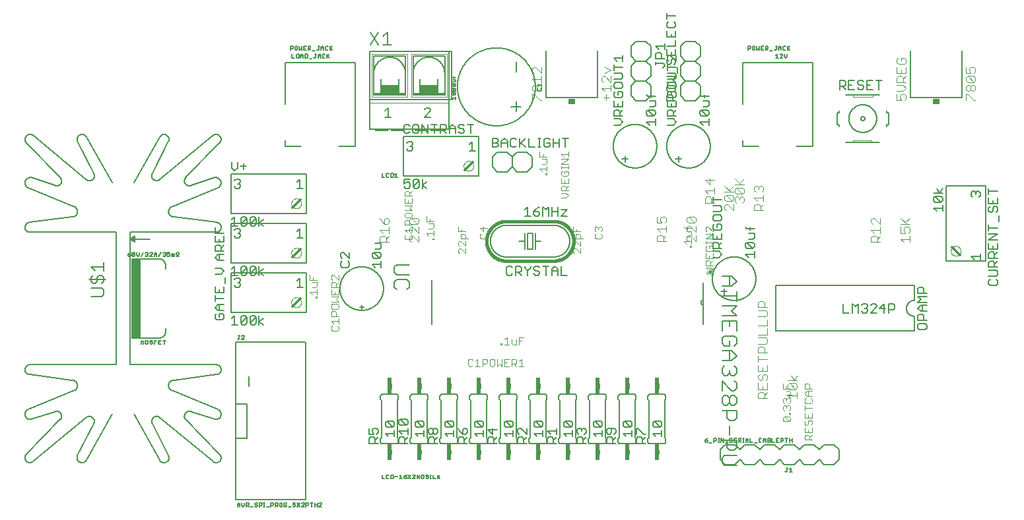
<source format=gto>
G75*
%MOIN*%
%OFA0B0*%
%FSLAX25Y25*%
%IPPOS*%
%LPD*%
%AMOC8*
5,1,8,0,0,1.08239X$1,22.5*
%
%ADD10C,0.00800*%
%ADD11R,0.04000X0.40000*%
%ADD12C,0.00500*%
%ADD13C,0.00600*%
%ADD14C,0.02400*%
%ADD15R,0.02400X0.03400*%
%ADD16C,0.01200*%
%ADD17C,0.00200*%
%ADD18C,0.00700*%
%ADD19R,0.09000X0.04500*%
%ADD20C,0.00300*%
%ADD21C,0.01600*%
%ADD22C,0.00400*%
%ADD23R,0.03400X0.03000*%
D10*
X0109083Y0009036D02*
X0144517Y0009036D01*
X0144517Y0088564D01*
X0144123Y0088564D02*
X0109083Y0088564D01*
X0109083Y0057461D01*
X0114989Y0057461D01*
X0114989Y0040139D01*
X0109083Y0040139D01*
X0109083Y0057461D01*
X0115875Y0066300D02*
X0115875Y0071300D01*
X0070300Y0090800D02*
X0060800Y0090800D01*
X0056800Y0090800D01*
X0056800Y0130800D01*
X0060800Y0130800D01*
X0060800Y0090800D01*
X0070300Y0090800D02*
X0070415Y0090799D01*
X0070530Y0090802D01*
X0070645Y0090809D01*
X0070760Y0090820D01*
X0070874Y0090835D01*
X0070988Y0090853D01*
X0071101Y0090875D01*
X0071214Y0090901D01*
X0071325Y0090931D01*
X0071435Y0090965D01*
X0071545Y0091002D01*
X0071652Y0091043D01*
X0071759Y0091088D01*
X0071863Y0091136D01*
X0071967Y0091188D01*
X0072068Y0091243D01*
X0072167Y0091302D01*
X0072265Y0091363D01*
X0072360Y0091429D01*
X0072453Y0091497D01*
X0072543Y0091568D01*
X0072631Y0091643D01*
X0072717Y0091720D01*
X0072800Y0091800D01*
X0072880Y0091883D01*
X0072957Y0091969D01*
X0073032Y0092057D01*
X0073103Y0092147D01*
X0073171Y0092240D01*
X0073237Y0092335D01*
X0073298Y0092433D01*
X0073357Y0092532D01*
X0073412Y0092633D01*
X0073464Y0092737D01*
X0073512Y0092841D01*
X0073557Y0092948D01*
X0073598Y0093055D01*
X0073635Y0093165D01*
X0073669Y0093275D01*
X0073699Y0093386D01*
X0073725Y0093499D01*
X0073747Y0093612D01*
X0073765Y0093726D01*
X0073780Y0093840D01*
X0073791Y0093955D01*
X0073798Y0094070D01*
X0073801Y0094185D01*
X0073800Y0094300D01*
X0073800Y0095800D01*
X0073800Y0125800D02*
X0073800Y0127300D01*
X0073801Y0127415D01*
X0073798Y0127530D01*
X0073791Y0127645D01*
X0073780Y0127760D01*
X0073765Y0127874D01*
X0073747Y0127988D01*
X0073725Y0128101D01*
X0073699Y0128214D01*
X0073669Y0128325D01*
X0073635Y0128435D01*
X0073598Y0128545D01*
X0073557Y0128652D01*
X0073512Y0128759D01*
X0073464Y0128863D01*
X0073412Y0128967D01*
X0073357Y0129068D01*
X0073298Y0129167D01*
X0073237Y0129265D01*
X0073171Y0129360D01*
X0073103Y0129453D01*
X0073032Y0129543D01*
X0072957Y0129631D01*
X0072880Y0129717D01*
X0072800Y0129800D01*
X0072717Y0129880D01*
X0072631Y0129957D01*
X0072543Y0130032D01*
X0072453Y0130103D01*
X0072360Y0130171D01*
X0072265Y0130237D01*
X0072167Y0130298D01*
X0072068Y0130357D01*
X0071967Y0130412D01*
X0071863Y0130464D01*
X0071759Y0130512D01*
X0071652Y0130557D01*
X0071545Y0130598D01*
X0071435Y0130635D01*
X0071325Y0130669D01*
X0071214Y0130699D01*
X0071101Y0130725D01*
X0070988Y0130747D01*
X0070874Y0130765D01*
X0070760Y0130780D01*
X0070645Y0130791D01*
X0070530Y0130798D01*
X0070415Y0130801D01*
X0070300Y0130800D01*
X0060800Y0130800D01*
X0134083Y0187863D02*
X0134083Y0190619D01*
X0134083Y0187863D02*
X0142351Y0187863D01*
X0161249Y0187863D02*
X0169517Y0187863D01*
X0169517Y0229989D01*
X0134083Y0229989D01*
X0134083Y0209123D01*
X0221115Y0217800D02*
X0221121Y0218283D01*
X0221139Y0218766D01*
X0221168Y0219248D01*
X0221210Y0219729D01*
X0221263Y0220210D01*
X0221328Y0220688D01*
X0221405Y0221165D01*
X0221493Y0221640D01*
X0221593Y0222113D01*
X0221705Y0222583D01*
X0221828Y0223050D01*
X0221963Y0223514D01*
X0222109Y0223975D01*
X0222266Y0224432D01*
X0222434Y0224885D01*
X0222613Y0225333D01*
X0222804Y0225777D01*
X0223005Y0226216D01*
X0223217Y0226651D01*
X0223439Y0227079D01*
X0223672Y0227503D01*
X0223916Y0227920D01*
X0224169Y0228331D01*
X0224433Y0228736D01*
X0224706Y0229135D01*
X0224989Y0229526D01*
X0225281Y0229911D01*
X0225583Y0230288D01*
X0225894Y0230658D01*
X0226214Y0231020D01*
X0226543Y0231374D01*
X0226881Y0231719D01*
X0227226Y0232057D01*
X0227580Y0232386D01*
X0227942Y0232706D01*
X0228312Y0233017D01*
X0228689Y0233319D01*
X0229074Y0233611D01*
X0229465Y0233894D01*
X0229864Y0234167D01*
X0230269Y0234431D01*
X0230680Y0234684D01*
X0231097Y0234928D01*
X0231521Y0235161D01*
X0231949Y0235383D01*
X0232384Y0235595D01*
X0232823Y0235796D01*
X0233267Y0235987D01*
X0233715Y0236166D01*
X0234168Y0236334D01*
X0234625Y0236491D01*
X0235086Y0236637D01*
X0235550Y0236772D01*
X0236017Y0236895D01*
X0236487Y0237007D01*
X0236960Y0237107D01*
X0237435Y0237195D01*
X0237912Y0237272D01*
X0238390Y0237337D01*
X0238871Y0237390D01*
X0239352Y0237432D01*
X0239834Y0237461D01*
X0240317Y0237479D01*
X0240800Y0237485D01*
X0241283Y0237479D01*
X0241766Y0237461D01*
X0242248Y0237432D01*
X0242729Y0237390D01*
X0243210Y0237337D01*
X0243688Y0237272D01*
X0244165Y0237195D01*
X0244640Y0237107D01*
X0245113Y0237007D01*
X0245583Y0236895D01*
X0246050Y0236772D01*
X0246514Y0236637D01*
X0246975Y0236491D01*
X0247432Y0236334D01*
X0247885Y0236166D01*
X0248333Y0235987D01*
X0248777Y0235796D01*
X0249216Y0235595D01*
X0249651Y0235383D01*
X0250079Y0235161D01*
X0250503Y0234928D01*
X0250920Y0234684D01*
X0251331Y0234431D01*
X0251736Y0234167D01*
X0252135Y0233894D01*
X0252526Y0233611D01*
X0252911Y0233319D01*
X0253288Y0233017D01*
X0253658Y0232706D01*
X0254020Y0232386D01*
X0254374Y0232057D01*
X0254719Y0231719D01*
X0255057Y0231374D01*
X0255386Y0231020D01*
X0255706Y0230658D01*
X0256017Y0230288D01*
X0256319Y0229911D01*
X0256611Y0229526D01*
X0256894Y0229135D01*
X0257167Y0228736D01*
X0257431Y0228331D01*
X0257684Y0227920D01*
X0257928Y0227503D01*
X0258161Y0227079D01*
X0258383Y0226651D01*
X0258595Y0226216D01*
X0258796Y0225777D01*
X0258987Y0225333D01*
X0259166Y0224885D01*
X0259334Y0224432D01*
X0259491Y0223975D01*
X0259637Y0223514D01*
X0259772Y0223050D01*
X0259895Y0222583D01*
X0260007Y0222113D01*
X0260107Y0221640D01*
X0260195Y0221165D01*
X0260272Y0220688D01*
X0260337Y0220210D01*
X0260390Y0219729D01*
X0260432Y0219248D01*
X0260461Y0218766D01*
X0260479Y0218283D01*
X0260485Y0217800D01*
X0260479Y0217317D01*
X0260461Y0216834D01*
X0260432Y0216352D01*
X0260390Y0215871D01*
X0260337Y0215390D01*
X0260272Y0214912D01*
X0260195Y0214435D01*
X0260107Y0213960D01*
X0260007Y0213487D01*
X0259895Y0213017D01*
X0259772Y0212550D01*
X0259637Y0212086D01*
X0259491Y0211625D01*
X0259334Y0211168D01*
X0259166Y0210715D01*
X0258987Y0210267D01*
X0258796Y0209823D01*
X0258595Y0209384D01*
X0258383Y0208949D01*
X0258161Y0208521D01*
X0257928Y0208097D01*
X0257684Y0207680D01*
X0257431Y0207269D01*
X0257167Y0206864D01*
X0256894Y0206465D01*
X0256611Y0206074D01*
X0256319Y0205689D01*
X0256017Y0205312D01*
X0255706Y0204942D01*
X0255386Y0204580D01*
X0255057Y0204226D01*
X0254719Y0203881D01*
X0254374Y0203543D01*
X0254020Y0203214D01*
X0253658Y0202894D01*
X0253288Y0202583D01*
X0252911Y0202281D01*
X0252526Y0201989D01*
X0252135Y0201706D01*
X0251736Y0201433D01*
X0251331Y0201169D01*
X0250920Y0200916D01*
X0250503Y0200672D01*
X0250079Y0200439D01*
X0249651Y0200217D01*
X0249216Y0200005D01*
X0248777Y0199804D01*
X0248333Y0199613D01*
X0247885Y0199434D01*
X0247432Y0199266D01*
X0246975Y0199109D01*
X0246514Y0198963D01*
X0246050Y0198828D01*
X0245583Y0198705D01*
X0245113Y0198593D01*
X0244640Y0198493D01*
X0244165Y0198405D01*
X0243688Y0198328D01*
X0243210Y0198263D01*
X0242729Y0198210D01*
X0242248Y0198168D01*
X0241766Y0198139D01*
X0241283Y0198121D01*
X0240800Y0198115D01*
X0240317Y0198121D01*
X0239834Y0198139D01*
X0239352Y0198168D01*
X0238871Y0198210D01*
X0238390Y0198263D01*
X0237912Y0198328D01*
X0237435Y0198405D01*
X0236960Y0198493D01*
X0236487Y0198593D01*
X0236017Y0198705D01*
X0235550Y0198828D01*
X0235086Y0198963D01*
X0234625Y0199109D01*
X0234168Y0199266D01*
X0233715Y0199434D01*
X0233267Y0199613D01*
X0232823Y0199804D01*
X0232384Y0200005D01*
X0231949Y0200217D01*
X0231521Y0200439D01*
X0231097Y0200672D01*
X0230680Y0200916D01*
X0230269Y0201169D01*
X0229864Y0201433D01*
X0229465Y0201706D01*
X0229074Y0201989D01*
X0228689Y0202281D01*
X0228312Y0202583D01*
X0227942Y0202894D01*
X0227580Y0203214D01*
X0227226Y0203543D01*
X0226881Y0203881D01*
X0226543Y0204226D01*
X0226214Y0204580D01*
X0225894Y0204942D01*
X0225583Y0205312D01*
X0225281Y0205689D01*
X0224989Y0206074D01*
X0224706Y0206465D01*
X0224433Y0206864D01*
X0224169Y0207269D01*
X0223916Y0207680D01*
X0223672Y0208097D01*
X0223439Y0208521D01*
X0223217Y0208949D01*
X0223005Y0209384D01*
X0222804Y0209823D01*
X0222613Y0210267D01*
X0222434Y0210715D01*
X0222266Y0211168D01*
X0222109Y0211625D01*
X0221963Y0212086D01*
X0221828Y0212550D01*
X0221705Y0213017D01*
X0221593Y0213487D01*
X0221493Y0213960D01*
X0221405Y0214435D01*
X0221328Y0214912D01*
X0221263Y0215390D01*
X0221210Y0215871D01*
X0221168Y0216352D01*
X0221139Y0216834D01*
X0221121Y0217317D01*
X0221115Y0217800D01*
X0248300Y0207800D02*
X0253300Y0207800D01*
X0250800Y0205300D02*
X0250800Y0210300D01*
X0265898Y0212300D02*
X0265900Y0235900D01*
X0250800Y0230300D02*
X0250800Y0225300D01*
X0265898Y0212300D02*
X0291702Y0212300D01*
X0291700Y0235900D01*
X0365083Y0229989D02*
X0365083Y0209123D01*
X0365083Y0190619D02*
X0365083Y0187863D01*
X0373351Y0187863D01*
X0392249Y0187863D02*
X0400517Y0187863D01*
X0400517Y0229989D01*
X0365083Y0229989D01*
X0449900Y0235900D02*
X0449898Y0212300D01*
X0475702Y0212300D01*
X0475700Y0235900D01*
X0359638Y0122000D02*
X0354700Y0122000D01*
X0358403Y0122000D02*
X0358403Y0117062D01*
X0359638Y0117062D02*
X0354700Y0117062D01*
X0359638Y0117062D02*
X0362106Y0119531D01*
X0359638Y0122000D01*
X0362106Y0114450D02*
X0362106Y0109512D01*
X0362106Y0111981D02*
X0354700Y0111981D01*
X0354700Y0106899D02*
X0362106Y0106899D01*
X0359638Y0104430D01*
X0362106Y0101962D01*
X0354700Y0101962D01*
X0354700Y0099349D02*
X0354700Y0094411D01*
X0355934Y0091798D02*
X0354700Y0090564D01*
X0354700Y0088095D01*
X0355934Y0086861D01*
X0358403Y0086861D01*
X0358403Y0089329D01*
X0360872Y0086861D02*
X0362106Y0088095D01*
X0362106Y0090564D01*
X0360872Y0091798D01*
X0355934Y0091798D01*
X0358403Y0096880D02*
X0358403Y0099349D01*
X0362106Y0099349D02*
X0354700Y0099349D01*
X0362106Y0099349D02*
X0362106Y0094411D01*
X0359638Y0084248D02*
X0354700Y0084248D01*
X0358403Y0084248D02*
X0358403Y0079310D01*
X0359638Y0079310D02*
X0354700Y0079310D01*
X0355934Y0076697D02*
X0354700Y0075463D01*
X0354700Y0072994D01*
X0355934Y0071760D01*
X0357169Y0071760D01*
X0358403Y0072994D01*
X0358403Y0074229D01*
X0358403Y0072994D02*
X0359638Y0071760D01*
X0360872Y0071760D01*
X0362106Y0072994D01*
X0362106Y0075463D01*
X0360872Y0076697D01*
X0359638Y0079310D02*
X0362106Y0081779D01*
X0359638Y0084248D01*
X0360872Y0069147D02*
X0362106Y0067913D01*
X0362106Y0065444D01*
X0360872Y0064209D01*
X0359638Y0064209D01*
X0354700Y0069147D01*
X0354700Y0064209D01*
X0355934Y0061596D02*
X0357169Y0061596D01*
X0358403Y0060362D01*
X0358403Y0057893D01*
X0357169Y0056659D01*
X0355934Y0056659D01*
X0354700Y0057893D01*
X0354700Y0060362D01*
X0355934Y0061596D01*
X0358403Y0060362D02*
X0359638Y0061596D01*
X0360872Y0061596D01*
X0362106Y0060362D01*
X0362106Y0057893D01*
X0360872Y0056659D01*
X0359638Y0056659D01*
X0358403Y0057893D01*
X0357169Y0054046D02*
X0357169Y0050343D01*
X0358403Y0049108D01*
X0360872Y0049108D01*
X0362106Y0050343D01*
X0362106Y0054046D01*
X0354700Y0054046D01*
X0358403Y0046496D02*
X0358403Y0041558D01*
X0357169Y0038945D02*
X0357169Y0035242D01*
X0358403Y0034008D01*
X0360872Y0034008D01*
X0362106Y0035242D01*
X0362106Y0038945D01*
X0354700Y0038945D01*
X0356300Y0036800D02*
X0361300Y0036800D01*
X0363800Y0034300D01*
X0366300Y0036800D01*
X0371300Y0036800D01*
X0373800Y0034300D01*
X0376300Y0036800D01*
X0381300Y0036800D01*
X0383800Y0034300D01*
X0386300Y0036800D01*
X0391300Y0036800D01*
X0393800Y0034300D01*
X0396300Y0036800D01*
X0401300Y0036800D01*
X0403800Y0034300D01*
X0406300Y0036800D01*
X0411300Y0036800D01*
X0413800Y0034300D01*
X0413800Y0029300D01*
X0411300Y0026800D01*
X0406300Y0026800D01*
X0403800Y0029300D01*
X0401300Y0026800D01*
X0396300Y0026800D01*
X0393800Y0029300D01*
X0391300Y0026800D01*
X0386300Y0026800D01*
X0383800Y0029300D01*
X0381300Y0026800D01*
X0376300Y0026800D01*
X0373800Y0029300D01*
X0371300Y0026800D01*
X0366300Y0026800D01*
X0363800Y0029300D01*
X0361300Y0026800D01*
X0356300Y0026800D01*
X0353800Y0029300D01*
X0353800Y0034300D01*
X0356300Y0036800D01*
X0355934Y0031395D02*
X0354700Y0030160D01*
X0354700Y0027692D01*
X0355934Y0026457D01*
X0362106Y0026457D01*
X0362106Y0031395D02*
X0355934Y0031395D01*
X0196706Y0116546D02*
X0196706Y0119015D01*
X0195472Y0120250D01*
X0190534Y0120250D01*
X0189300Y0119015D01*
X0189300Y0116546D01*
X0190534Y0115312D01*
X0195472Y0115312D02*
X0196706Y0116546D01*
X0196706Y0122862D02*
X0190534Y0122862D01*
X0189300Y0124097D01*
X0189300Y0126566D01*
X0190534Y0127800D01*
X0196706Y0127800D01*
X0109083Y0040139D02*
X0109083Y0009036D01*
D11*
X0058800Y0110800D03*
D12*
X0098746Y0110759D02*
X0103250Y0110759D01*
X0103250Y0107656D02*
X0100247Y0107656D01*
X0098746Y0106155D01*
X0100247Y0104654D01*
X0103250Y0104654D01*
X0102499Y0103053D02*
X0100998Y0103053D01*
X0100998Y0101551D01*
X0099497Y0100050D02*
X0102499Y0100050D01*
X0103250Y0100801D01*
X0103250Y0102302D01*
X0102499Y0103053D01*
X0100998Y0104654D02*
X0100998Y0107656D01*
X0098746Y0109258D02*
X0098746Y0112260D01*
X0098746Y0113862D02*
X0103250Y0113862D01*
X0103250Y0116864D01*
X0104001Y0118466D02*
X0104001Y0121468D01*
X0101749Y0123070D02*
X0103250Y0124571D01*
X0101749Y0126072D01*
X0098746Y0126072D01*
X0098746Y0123070D02*
X0101749Y0123070D01*
X0107150Y0122550D02*
X0110153Y0122550D01*
X0108651Y0122550D02*
X0108651Y0127054D01*
X0107150Y0125553D01*
X0111754Y0126303D02*
X0111754Y0123301D01*
X0114756Y0126303D01*
X0114756Y0123301D01*
X0114006Y0122550D01*
X0112505Y0122550D01*
X0111754Y0123301D01*
X0110802Y0121054D02*
X0111553Y0120303D01*
X0111553Y0119553D01*
X0110802Y0118802D01*
X0111553Y0118051D01*
X0111553Y0117301D01*
X0110802Y0116550D01*
X0109301Y0116550D01*
X0108550Y0117301D01*
X0110051Y0118802D02*
X0110802Y0118802D01*
X0110802Y0121054D02*
X0109301Y0121054D01*
X0108550Y0120303D01*
X0098746Y0116864D02*
X0098746Y0113862D01*
X0100998Y0113862D02*
X0100998Y0115363D01*
X0116358Y0123301D02*
X0119360Y0126303D01*
X0119360Y0123301D01*
X0118610Y0122550D01*
X0117108Y0122550D01*
X0116358Y0123301D01*
X0116358Y0126303D01*
X0117108Y0127054D01*
X0118610Y0127054D01*
X0119360Y0126303D01*
X0120962Y0127054D02*
X0120962Y0122550D01*
X0120962Y0124051D02*
X0123214Y0125553D01*
X0120962Y0124051D02*
X0123214Y0122550D01*
X0114756Y0126303D02*
X0114006Y0127054D01*
X0112505Y0127054D01*
X0111754Y0126303D01*
X0103250Y0130050D02*
X0100247Y0130050D01*
X0098746Y0131551D01*
X0100247Y0133053D01*
X0103250Y0133053D01*
X0103250Y0134654D02*
X0098746Y0134654D01*
X0098746Y0136906D01*
X0099497Y0137656D01*
X0100998Y0137656D01*
X0101749Y0136906D01*
X0101749Y0134654D01*
X0101749Y0136155D02*
X0103250Y0137656D01*
X0103250Y0139258D02*
X0103250Y0142260D01*
X0103250Y0143862D02*
X0098746Y0143862D01*
X0098746Y0146864D01*
X0100998Y0145363D02*
X0100998Y0143862D01*
X0098746Y0142260D02*
X0098746Y0139258D01*
X0103250Y0139258D01*
X0100998Y0139258D02*
X0100998Y0140759D01*
X0108550Y0142301D02*
X0109301Y0141550D01*
X0110802Y0141550D01*
X0111553Y0142301D01*
X0111553Y0143051D01*
X0110802Y0143802D01*
X0110051Y0143802D01*
X0110802Y0143802D02*
X0111553Y0144553D01*
X0111553Y0145303D01*
X0110802Y0146054D01*
X0109301Y0146054D01*
X0108550Y0145303D01*
X0108651Y0147550D02*
X0108651Y0152054D01*
X0107150Y0150553D01*
X0111754Y0151303D02*
X0111754Y0148301D01*
X0114756Y0151303D01*
X0114756Y0148301D01*
X0114006Y0147550D01*
X0112505Y0147550D01*
X0111754Y0148301D01*
X0110153Y0147550D02*
X0107150Y0147550D01*
X0111754Y0151303D02*
X0112505Y0152054D01*
X0114006Y0152054D01*
X0114756Y0151303D01*
X0116358Y0151303D02*
X0116358Y0148301D01*
X0119360Y0151303D01*
X0119360Y0148301D01*
X0118610Y0147550D01*
X0117108Y0147550D01*
X0116358Y0148301D01*
X0116358Y0151303D02*
X0117108Y0152054D01*
X0118610Y0152054D01*
X0119360Y0151303D01*
X0120962Y0152054D02*
X0120962Y0147550D01*
X0120962Y0149051D02*
X0123214Y0147550D01*
X0120962Y0149051D02*
X0123214Y0150553D01*
X0140050Y0144553D02*
X0141551Y0146054D01*
X0141551Y0141550D01*
X0140050Y0141550D02*
X0143053Y0141550D01*
X0162046Y0133406D02*
X0162046Y0131905D01*
X0162797Y0131154D01*
X0162797Y0129553D02*
X0162046Y0128802D01*
X0162046Y0127301D01*
X0162797Y0126550D01*
X0165799Y0126550D01*
X0166550Y0127301D01*
X0166550Y0128802D01*
X0165799Y0129553D01*
X0166550Y0131154D02*
X0163547Y0134156D01*
X0162797Y0134156D01*
X0162046Y0133406D01*
X0166550Y0134156D02*
X0166550Y0131154D01*
X0178046Y0131905D02*
X0178046Y0133406D01*
X0178797Y0134156D01*
X0181799Y0131154D01*
X0182550Y0131905D01*
X0182550Y0133406D01*
X0181799Y0134156D01*
X0178797Y0134156D01*
X0179547Y0135758D02*
X0181799Y0135758D01*
X0182550Y0136508D01*
X0182550Y0138760D01*
X0179547Y0138760D01*
X0178046Y0131905D02*
X0178797Y0131154D01*
X0181799Y0131154D01*
X0182550Y0129553D02*
X0182550Y0126550D01*
X0182550Y0128051D02*
X0178046Y0128051D01*
X0179547Y0126550D01*
X0143053Y0116550D02*
X0140050Y0116550D01*
X0141551Y0116550D02*
X0141551Y0121054D01*
X0140050Y0119553D01*
X0120962Y0102054D02*
X0120962Y0097550D01*
X0120962Y0099051D02*
X0123214Y0097550D01*
X0120962Y0099051D02*
X0123214Y0100553D01*
X0119360Y0101303D02*
X0116358Y0098301D01*
X0117108Y0097550D01*
X0118610Y0097550D01*
X0119360Y0098301D01*
X0119360Y0101303D01*
X0118610Y0102054D01*
X0117108Y0102054D01*
X0116358Y0101303D01*
X0116358Y0098301D01*
X0114756Y0098301D02*
X0114006Y0097550D01*
X0112505Y0097550D01*
X0111754Y0098301D01*
X0114756Y0101303D01*
X0114756Y0098301D01*
X0111754Y0098301D02*
X0111754Y0101303D01*
X0112505Y0102054D01*
X0114006Y0102054D01*
X0114756Y0101303D01*
X0108651Y0102054D02*
X0107150Y0100553D01*
X0108651Y0102054D02*
X0108651Y0097550D01*
X0107150Y0097550D02*
X0110153Y0097550D01*
X0110684Y0091952D02*
X0111318Y0091952D01*
X0111001Y0091952D02*
X0111001Y0090367D01*
X0110684Y0090050D01*
X0110367Y0090050D01*
X0110050Y0090367D01*
X0112260Y0090050D02*
X0113528Y0091318D01*
X0113528Y0091635D01*
X0113211Y0091952D01*
X0112577Y0091952D01*
X0112260Y0091635D01*
X0112260Y0090050D02*
X0113528Y0090050D01*
X0099497Y0100050D02*
X0098746Y0100801D01*
X0098746Y0102302D01*
X0099497Y0103053D01*
X0073737Y0089552D02*
X0072470Y0089552D01*
X0073104Y0089552D02*
X0073104Y0087650D01*
X0071528Y0087650D02*
X0070260Y0087650D01*
X0070260Y0089552D01*
X0071528Y0089552D01*
X0070894Y0088601D02*
X0070260Y0088601D01*
X0069318Y0089552D02*
X0068050Y0089552D01*
X0068050Y0087650D01*
X0068050Y0088601D02*
X0068684Y0088601D01*
X0067108Y0088284D02*
X0067108Y0087967D01*
X0066791Y0087650D01*
X0066157Y0087650D01*
X0065840Y0087967D01*
X0066157Y0088601D02*
X0066791Y0088601D01*
X0067108Y0088284D01*
X0067108Y0089235D02*
X0066791Y0089552D01*
X0066157Y0089552D01*
X0065840Y0089235D01*
X0065840Y0088918D01*
X0066157Y0088601D01*
X0064898Y0089235D02*
X0064581Y0089552D01*
X0063947Y0089552D01*
X0063630Y0089235D01*
X0063630Y0087967D01*
X0063947Y0087650D01*
X0064581Y0087650D01*
X0064898Y0087967D01*
X0064898Y0089235D01*
X0062688Y0089552D02*
X0062688Y0087650D01*
X0061420Y0087650D02*
X0061420Y0089552D01*
X0062054Y0088918D01*
X0062688Y0089552D01*
X0063947Y0132050D02*
X0063630Y0132367D01*
X0063947Y0132050D02*
X0064581Y0132050D01*
X0064898Y0132367D01*
X0064898Y0132684D01*
X0064581Y0133001D01*
X0064264Y0133001D01*
X0064581Y0133001D02*
X0064898Y0133318D01*
X0064898Y0133635D01*
X0064581Y0133952D01*
X0063947Y0133952D01*
X0063630Y0133635D01*
X0062688Y0133952D02*
X0061420Y0132050D01*
X0060478Y0132684D02*
X0059844Y0132050D01*
X0059210Y0132684D01*
X0059210Y0133952D01*
X0058268Y0133635D02*
X0057001Y0132367D01*
X0057317Y0132050D01*
X0057951Y0132050D01*
X0058268Y0132367D01*
X0058268Y0133635D01*
X0057951Y0133952D01*
X0057317Y0133952D01*
X0057001Y0133635D01*
X0057001Y0132367D01*
X0056058Y0132367D02*
X0056058Y0132684D01*
X0055741Y0133001D01*
X0054791Y0133001D01*
X0054791Y0132367D01*
X0055108Y0132050D01*
X0055741Y0132050D01*
X0056058Y0132367D01*
X0054791Y0133001D02*
X0055425Y0133635D01*
X0056058Y0133952D01*
X0060478Y0133952D02*
X0060478Y0132684D01*
X0065840Y0132050D02*
X0067108Y0133318D01*
X0067108Y0133635D01*
X0066791Y0133952D01*
X0066157Y0133952D01*
X0065840Y0133635D01*
X0065840Y0132050D02*
X0067108Y0132050D01*
X0068050Y0132050D02*
X0068050Y0133318D01*
X0068684Y0133952D01*
X0069318Y0133318D01*
X0069318Y0132050D01*
X0070260Y0132050D02*
X0071528Y0133952D01*
X0072470Y0133635D02*
X0072787Y0133952D01*
X0073421Y0133952D01*
X0073737Y0133635D01*
X0073737Y0133318D01*
X0073421Y0133001D01*
X0073737Y0132684D01*
X0073737Y0132367D01*
X0073421Y0132050D01*
X0072787Y0132050D01*
X0072470Y0132367D01*
X0073104Y0133001D02*
X0073421Y0133001D01*
X0074680Y0133001D02*
X0075313Y0133318D01*
X0075630Y0133318D01*
X0075947Y0133001D01*
X0075947Y0132367D01*
X0075630Y0132050D01*
X0074997Y0132050D01*
X0074680Y0132367D01*
X0074680Y0133001D02*
X0074680Y0133952D01*
X0075947Y0133952D01*
X0076889Y0133318D02*
X0077206Y0133318D01*
X0077523Y0133001D01*
X0077840Y0133318D01*
X0078157Y0133001D01*
X0078157Y0132050D01*
X0077523Y0132050D02*
X0077523Y0133001D01*
X0076889Y0133318D02*
X0076889Y0132050D01*
X0079099Y0132050D02*
X0079416Y0132050D01*
X0079416Y0132684D01*
X0079099Y0133001D01*
X0079099Y0133635D01*
X0079416Y0133952D01*
X0080050Y0133952D01*
X0080367Y0133635D01*
X0080367Y0133001D01*
X0080050Y0132684D01*
X0080050Y0132050D01*
X0080367Y0132050D01*
X0069318Y0133001D02*
X0068050Y0133001D01*
X0100998Y0133053D02*
X0100998Y0130050D01*
X0109301Y0166550D02*
X0108550Y0167301D01*
X0109301Y0166550D02*
X0110802Y0166550D01*
X0111553Y0167301D01*
X0111553Y0168051D01*
X0110802Y0168802D01*
X0110051Y0168802D01*
X0110802Y0168802D02*
X0111553Y0169553D01*
X0111553Y0170303D01*
X0110802Y0171054D01*
X0109301Y0171054D01*
X0108550Y0170303D01*
X0108551Y0175350D02*
X0110053Y0176851D01*
X0110053Y0179854D01*
X0111654Y0177602D02*
X0114656Y0177602D01*
X0113155Y0179103D02*
X0113155Y0176101D01*
X0108551Y0175350D02*
X0107050Y0176851D01*
X0107050Y0179854D01*
X0140050Y0169553D02*
X0141551Y0171054D01*
X0141551Y0166550D01*
X0140050Y0166550D02*
X0143053Y0166550D01*
X0183050Y0172050D02*
X0184318Y0172050D01*
X0185260Y0172367D02*
X0185577Y0172050D01*
X0186211Y0172050D01*
X0186528Y0172367D01*
X0187470Y0172050D02*
X0188421Y0172050D01*
X0188737Y0172367D01*
X0188737Y0173635D01*
X0188421Y0173952D01*
X0187470Y0173952D01*
X0187470Y0172050D01*
X0186528Y0173635D02*
X0186211Y0173952D01*
X0185577Y0173952D01*
X0185260Y0173635D01*
X0185260Y0172367D01*
X0183050Y0172050D02*
X0183050Y0173952D01*
X0189680Y0173318D02*
X0190314Y0173952D01*
X0190314Y0172050D01*
X0190947Y0172050D02*
X0189680Y0172050D01*
X0194150Y0171054D02*
X0194150Y0168802D01*
X0195651Y0169553D01*
X0196402Y0169553D01*
X0197153Y0168802D01*
X0197153Y0167301D01*
X0196402Y0166550D01*
X0194901Y0166550D01*
X0194150Y0167301D01*
X0194150Y0171054D02*
X0197153Y0171054D01*
X0198754Y0170303D02*
X0199505Y0171054D01*
X0201006Y0171054D01*
X0201756Y0170303D01*
X0198754Y0167301D01*
X0199505Y0166550D01*
X0201006Y0166550D01*
X0201756Y0167301D01*
X0201756Y0170303D01*
X0203358Y0171054D02*
X0203358Y0166550D01*
X0203358Y0168051D02*
X0205610Y0169553D01*
X0203358Y0168051D02*
X0205610Y0166550D01*
X0198754Y0167301D02*
X0198754Y0170303D01*
X0197802Y0185550D02*
X0196301Y0185550D01*
X0195550Y0186301D01*
X0197051Y0187802D02*
X0197802Y0187802D01*
X0198553Y0187051D01*
X0198553Y0186301D01*
X0197802Y0185550D01*
X0197802Y0187802D02*
X0198553Y0188553D01*
X0198553Y0189303D01*
X0197802Y0190054D01*
X0196301Y0190054D01*
X0195550Y0189303D01*
X0194801Y0194350D02*
X0196302Y0194350D01*
X0197053Y0195101D01*
X0198654Y0195101D02*
X0199405Y0194350D01*
X0200906Y0194350D01*
X0201656Y0195101D01*
X0201656Y0198103D01*
X0200906Y0198854D01*
X0199405Y0198854D01*
X0198654Y0198103D01*
X0198654Y0195101D01*
X0197053Y0198103D02*
X0196302Y0198854D01*
X0194801Y0198854D01*
X0194050Y0198103D01*
X0194050Y0195101D01*
X0194801Y0194350D01*
X0203258Y0194350D02*
X0203258Y0198854D01*
X0206260Y0194350D01*
X0206260Y0198854D01*
X0207862Y0198854D02*
X0210864Y0198854D01*
X0209363Y0198854D02*
X0209363Y0194350D01*
X0212466Y0194350D02*
X0212466Y0198854D01*
X0214718Y0198854D01*
X0215468Y0198103D01*
X0215468Y0196602D01*
X0214718Y0195851D01*
X0212466Y0195851D01*
X0213967Y0195851D02*
X0215468Y0194350D01*
X0217070Y0194350D02*
X0217070Y0197353D01*
X0218571Y0198854D01*
X0220072Y0197353D01*
X0220072Y0194350D01*
X0221674Y0195101D02*
X0222424Y0194350D01*
X0223925Y0194350D01*
X0224676Y0195101D01*
X0224676Y0195851D01*
X0223925Y0196602D01*
X0222424Y0196602D01*
X0221674Y0197353D01*
X0221674Y0198103D01*
X0222424Y0198854D01*
X0223925Y0198854D01*
X0224676Y0198103D01*
X0226277Y0198854D02*
X0229280Y0198854D01*
X0227779Y0198854D02*
X0227779Y0194350D01*
X0228551Y0190054D02*
X0228551Y0185550D01*
X0227050Y0185550D02*
X0230053Y0185550D01*
X0227050Y0188553D02*
X0228551Y0190054D01*
X0238750Y0189502D02*
X0241002Y0189502D01*
X0241753Y0188751D01*
X0241753Y0188001D01*
X0241002Y0187250D01*
X0238750Y0187250D01*
X0238750Y0191754D01*
X0241002Y0191754D01*
X0241753Y0191003D01*
X0241753Y0190253D01*
X0241002Y0189502D01*
X0243354Y0189502D02*
X0246356Y0189502D01*
X0246356Y0190253D02*
X0246356Y0187250D01*
X0247958Y0188001D02*
X0247958Y0191003D01*
X0248708Y0191754D01*
X0250210Y0191754D01*
X0250960Y0191003D01*
X0252562Y0191754D02*
X0252562Y0187250D01*
X0252562Y0188751D02*
X0255564Y0191754D01*
X0257166Y0191754D02*
X0257166Y0187250D01*
X0260168Y0187250D01*
X0261770Y0187250D02*
X0263271Y0187250D01*
X0262520Y0187250D02*
X0262520Y0191754D01*
X0261770Y0191754D02*
X0263271Y0191754D01*
X0264839Y0191003D02*
X0264839Y0188001D01*
X0265590Y0187250D01*
X0267091Y0187250D01*
X0267841Y0188001D01*
X0267841Y0189502D01*
X0266340Y0189502D01*
X0264839Y0191003D02*
X0265590Y0191754D01*
X0267091Y0191754D01*
X0267841Y0191003D01*
X0269443Y0191754D02*
X0269443Y0187250D01*
X0269443Y0189502D02*
X0272445Y0189502D01*
X0272445Y0191754D02*
X0272445Y0187250D01*
X0275548Y0187250D02*
X0275548Y0191754D01*
X0274047Y0191754D02*
X0277049Y0191754D01*
X0255564Y0187250D02*
X0253312Y0189502D01*
X0250960Y0188001D02*
X0250210Y0187250D01*
X0248708Y0187250D01*
X0247958Y0188001D01*
X0246356Y0190253D02*
X0244855Y0191754D01*
X0243354Y0190253D01*
X0243354Y0187250D01*
X0220072Y0196602D02*
X0217070Y0196602D01*
X0207553Y0202550D02*
X0204550Y0202550D01*
X0207553Y0205553D01*
X0207553Y0206303D01*
X0206802Y0207054D01*
X0205301Y0207054D01*
X0204550Y0206303D01*
X0218148Y0212054D02*
X0220050Y0212054D01*
X0220050Y0211420D02*
X0220050Y0212688D01*
X0219733Y0213630D02*
X0218465Y0214898D01*
X0219733Y0214898D01*
X0220050Y0214581D01*
X0220050Y0213947D01*
X0219733Y0213630D01*
X0218465Y0213630D01*
X0218148Y0213947D01*
X0218148Y0214581D01*
X0218465Y0214898D01*
X0218465Y0215840D02*
X0218148Y0216157D01*
X0218148Y0216791D01*
X0218465Y0217108D01*
X0219733Y0215840D01*
X0220050Y0216157D01*
X0220050Y0216791D01*
X0219733Y0217108D01*
X0218465Y0217108D01*
X0218465Y0218050D02*
X0218148Y0218367D01*
X0218148Y0219001D01*
X0218465Y0219318D01*
X0219733Y0218050D01*
X0220050Y0218367D01*
X0220050Y0219001D01*
X0219733Y0219318D01*
X0218465Y0219318D01*
X0218782Y0220260D02*
X0219733Y0220260D01*
X0220050Y0220577D01*
X0220050Y0221528D01*
X0218782Y0221528D01*
X0219099Y0222470D02*
X0219099Y0223104D01*
X0218148Y0222470D02*
X0218148Y0223737D01*
X0218148Y0222470D02*
X0220050Y0222470D01*
X0219733Y0218050D02*
X0218465Y0218050D01*
X0218465Y0215840D02*
X0219733Y0215840D01*
X0218148Y0212054D02*
X0218782Y0211420D01*
X0187553Y0202550D02*
X0184550Y0202550D01*
X0186051Y0202550D02*
X0186051Y0207054D01*
X0184550Y0205553D01*
X0156508Y0232450D02*
X0155557Y0233401D01*
X0155240Y0233084D02*
X0156508Y0234352D01*
X0155240Y0234352D02*
X0155240Y0232450D01*
X0154298Y0232767D02*
X0153981Y0232450D01*
X0153347Y0232450D01*
X0153030Y0232767D01*
X0153030Y0234035D01*
X0153347Y0234352D01*
X0153981Y0234352D01*
X0154298Y0234035D01*
X0152088Y0233718D02*
X0152088Y0232450D01*
X0152088Y0233401D02*
X0150820Y0233401D01*
X0150820Y0233718D02*
X0151454Y0234352D01*
X0152088Y0233718D01*
X0150820Y0233718D02*
X0150820Y0232450D01*
X0149561Y0232767D02*
X0149561Y0234352D01*
X0149244Y0234352D02*
X0149878Y0234352D01*
X0149561Y0232767D02*
X0149244Y0232450D01*
X0148927Y0232450D01*
X0148610Y0232767D01*
X0147668Y0232133D02*
X0146401Y0232133D01*
X0145458Y0232767D02*
X0145458Y0234035D01*
X0145141Y0234352D01*
X0144191Y0234352D01*
X0144191Y0232450D01*
X0145141Y0232450D01*
X0145458Y0232767D01*
X0143249Y0232450D02*
X0143249Y0233718D01*
X0142615Y0234352D01*
X0141981Y0233718D01*
X0141981Y0232450D01*
X0141981Y0233401D02*
X0143249Y0233401D01*
X0141039Y0234035D02*
X0140722Y0234352D01*
X0140088Y0234352D01*
X0139771Y0234035D01*
X0139771Y0232767D01*
X0140088Y0232450D01*
X0140722Y0232450D01*
X0141039Y0232767D01*
X0141039Y0234035D01*
X0141271Y0236450D02*
X0141905Y0237084D01*
X0142539Y0236450D01*
X0142539Y0238352D01*
X0143481Y0238352D02*
X0143481Y0236450D01*
X0144748Y0236450D01*
X0145691Y0236450D02*
X0145691Y0238352D01*
X0146641Y0238352D01*
X0146958Y0238035D01*
X0146958Y0237401D01*
X0146641Y0237084D01*
X0145691Y0237084D01*
X0146325Y0237084D02*
X0146958Y0236450D01*
X0147901Y0236133D02*
X0149168Y0236133D01*
X0150110Y0236767D02*
X0150427Y0236450D01*
X0150744Y0236450D01*
X0151061Y0236767D01*
X0151061Y0238352D01*
X0150744Y0238352D02*
X0151378Y0238352D01*
X0152320Y0237718D02*
X0152954Y0238352D01*
X0153588Y0237718D01*
X0153588Y0236450D01*
X0153588Y0237401D02*
X0152320Y0237401D01*
X0152320Y0237718D02*
X0152320Y0236450D01*
X0154530Y0236767D02*
X0154847Y0236450D01*
X0155481Y0236450D01*
X0155798Y0236767D01*
X0156740Y0237084D02*
X0158008Y0238352D01*
X0156740Y0238352D02*
X0156740Y0236450D01*
X0157057Y0237401D02*
X0158008Y0236450D01*
X0155798Y0238035D02*
X0155481Y0238352D01*
X0154847Y0238352D01*
X0154530Y0238035D01*
X0154530Y0236767D01*
X0144748Y0238352D02*
X0143481Y0238352D01*
X0143481Y0237401D02*
X0144115Y0237401D01*
X0141271Y0238352D02*
X0141271Y0236450D01*
X0140329Y0236767D02*
X0140329Y0238035D01*
X0140012Y0238352D01*
X0139378Y0238352D01*
X0139061Y0238035D01*
X0139061Y0236767D01*
X0139378Y0236450D01*
X0140012Y0236450D01*
X0140329Y0236767D01*
X0138119Y0237401D02*
X0137802Y0237084D01*
X0136851Y0237084D01*
X0136851Y0236450D02*
X0136851Y0238352D01*
X0137802Y0238352D01*
X0138119Y0238035D01*
X0138119Y0237401D01*
X0137561Y0234352D02*
X0137561Y0232450D01*
X0138829Y0232450D01*
X0261548Y0218684D02*
X0263450Y0218684D01*
X0263450Y0218050D02*
X0263450Y0219318D01*
X0262182Y0218050D02*
X0261548Y0218684D01*
X0261865Y0217108D02*
X0261548Y0216791D01*
X0261548Y0216157D01*
X0261865Y0215840D01*
X0263133Y0215840D01*
X0263450Y0216157D01*
X0263450Y0216791D01*
X0263133Y0217108D01*
X0300046Y0217716D02*
X0300797Y0216966D01*
X0303799Y0216966D01*
X0304550Y0217716D01*
X0304550Y0219218D01*
X0303799Y0219968D01*
X0300797Y0219968D01*
X0300046Y0219218D01*
X0300046Y0217716D01*
X0300797Y0215364D02*
X0300046Y0214614D01*
X0300046Y0213112D01*
X0300797Y0212362D01*
X0303799Y0212362D01*
X0304550Y0213112D01*
X0304550Y0214614D01*
X0303799Y0215364D01*
X0302298Y0215364D01*
X0302298Y0213863D01*
X0300046Y0210760D02*
X0300046Y0207758D01*
X0304550Y0207758D01*
X0304550Y0210760D01*
X0302298Y0209259D02*
X0302298Y0207758D01*
X0302298Y0206156D02*
X0303049Y0205406D01*
X0303049Y0203154D01*
X0304550Y0203154D02*
X0300046Y0203154D01*
X0300046Y0205406D01*
X0300797Y0206156D01*
X0302298Y0206156D01*
X0303049Y0204655D02*
X0304550Y0206156D01*
X0303049Y0201553D02*
X0300046Y0201553D01*
X0303049Y0201553D02*
X0304550Y0200051D01*
X0303049Y0198550D01*
X0300046Y0198550D01*
X0316546Y0200051D02*
X0318047Y0198550D01*
X0316546Y0200051D02*
X0321050Y0200051D01*
X0321050Y0198550D02*
X0321050Y0201553D01*
X0320299Y0203154D02*
X0317297Y0206156D01*
X0320299Y0206156D01*
X0321050Y0205406D01*
X0321050Y0203905D01*
X0320299Y0203154D01*
X0317297Y0203154D01*
X0316546Y0203905D01*
X0316546Y0205406D01*
X0317297Y0206156D01*
X0318047Y0207758D02*
X0320299Y0207758D01*
X0321050Y0208508D01*
X0321050Y0210760D01*
X0318047Y0210760D01*
X0318798Y0212362D02*
X0318798Y0213863D01*
X0317297Y0213112D02*
X0316546Y0213863D01*
X0317297Y0213112D02*
X0321050Y0213112D01*
X0326846Y0213002D02*
X0326846Y0210750D01*
X0331350Y0210750D01*
X0331550Y0210760D02*
X0331550Y0207758D01*
X0327046Y0207758D01*
X0327046Y0210760D01*
X0327797Y0212362D02*
X0327046Y0213112D01*
X0327046Y0214614D01*
X0327797Y0215364D01*
X0327597Y0215354D02*
X0330599Y0215354D01*
X0331350Y0216105D01*
X0331350Y0217606D01*
X0330599Y0218356D01*
X0327597Y0218356D01*
X0326846Y0217606D01*
X0326846Y0216105D01*
X0327597Y0215354D01*
X0327597Y0213753D02*
X0326846Y0213002D01*
X0327597Y0213753D02*
X0329098Y0213753D01*
X0329849Y0213002D01*
X0329849Y0210750D01*
X0329298Y0209259D02*
X0329298Y0207758D01*
X0329298Y0206156D02*
X0330049Y0205406D01*
X0330049Y0203154D01*
X0331550Y0203154D02*
X0327046Y0203154D01*
X0327046Y0205406D01*
X0327797Y0206156D01*
X0329298Y0206156D01*
X0330049Y0204655D02*
X0331550Y0206156D01*
X0330049Y0201553D02*
X0327046Y0201553D01*
X0330049Y0201553D02*
X0331550Y0200051D01*
X0330049Y0198550D01*
X0327046Y0198550D01*
X0343546Y0200051D02*
X0348050Y0200051D01*
X0348050Y0198550D02*
X0348050Y0201553D01*
X0347299Y0203154D02*
X0344297Y0203154D01*
X0343546Y0203905D01*
X0343546Y0205406D01*
X0344297Y0206156D01*
X0347299Y0203154D01*
X0348050Y0203905D01*
X0348050Y0205406D01*
X0347299Y0206156D01*
X0344297Y0206156D01*
X0345047Y0207758D02*
X0347299Y0207758D01*
X0348050Y0208508D01*
X0348050Y0210760D01*
X0345047Y0210760D01*
X0345798Y0212362D02*
X0345798Y0213863D01*
X0344297Y0213112D02*
X0348050Y0213112D01*
X0344297Y0213112D02*
X0343546Y0213863D01*
X0331550Y0213112D02*
X0330799Y0212362D01*
X0327797Y0212362D01*
X0329298Y0213863D02*
X0329298Y0215364D01*
X0330799Y0215364D01*
X0331550Y0214614D01*
X0331550Y0213112D01*
X0330799Y0216966D02*
X0331550Y0217716D01*
X0331550Y0219218D01*
X0330799Y0219968D01*
X0327797Y0219968D01*
X0327046Y0219218D01*
X0327046Y0217716D01*
X0327797Y0216966D01*
X0330799Y0216966D01*
X0331350Y0219958D02*
X0326846Y0219958D01*
X0327046Y0221570D02*
X0330799Y0221570D01*
X0331550Y0222320D01*
X0331550Y0223822D01*
X0330799Y0224572D01*
X0327046Y0224572D01*
X0327046Y0226174D02*
X0327046Y0229176D01*
X0327597Y0229166D02*
X0326846Y0229916D01*
X0326846Y0231418D01*
X0327597Y0232168D01*
X0327046Y0231528D02*
X0327797Y0230777D01*
X0327046Y0231528D02*
X0327046Y0233029D01*
X0327797Y0233780D01*
X0328547Y0233780D01*
X0331550Y0230777D01*
X0331550Y0233780D01*
X0331350Y0233770D02*
X0331350Y0236772D01*
X0331350Y0238374D02*
X0331350Y0241376D01*
X0331350Y0242977D02*
X0331350Y0245980D01*
X0330599Y0247581D02*
X0331350Y0248332D01*
X0331350Y0249833D01*
X0330599Y0250584D01*
X0327597Y0250584D02*
X0326846Y0249833D01*
X0326846Y0248332D01*
X0327597Y0247581D01*
X0330599Y0247581D01*
X0329098Y0244479D02*
X0329098Y0242977D01*
X0326846Y0242977D02*
X0331350Y0242977D01*
X0326846Y0242977D02*
X0326846Y0245980D01*
X0325750Y0239749D02*
X0325750Y0236746D01*
X0326846Y0236772D02*
X0326846Y0233770D01*
X0331350Y0233770D01*
X0330599Y0232168D02*
X0331350Y0231418D01*
X0331350Y0229916D01*
X0330599Y0229166D01*
X0329098Y0229916D02*
X0329098Y0231418D01*
X0329849Y0232168D01*
X0330599Y0232168D01*
X0329098Y0233770D02*
X0329098Y0235271D01*
X0326846Y0238374D02*
X0331350Y0238374D01*
X0325750Y0238247D02*
X0321246Y0238247D01*
X0322747Y0236746D01*
X0321997Y0235145D02*
X0321246Y0234394D01*
X0321246Y0232142D01*
X0325750Y0232142D01*
X0324249Y0232142D02*
X0324249Y0234394D01*
X0323498Y0235145D01*
X0321997Y0235145D01*
X0321246Y0230541D02*
X0321246Y0229039D01*
X0321246Y0229790D02*
X0324999Y0229790D01*
X0325750Y0229039D01*
X0325750Y0228289D01*
X0324999Y0227538D01*
X0327046Y0227675D02*
X0331550Y0227675D01*
X0332101Y0227564D02*
X0332101Y0224562D01*
X0331350Y0222960D02*
X0326846Y0222960D01*
X0329849Y0221459D02*
X0331350Y0222960D01*
X0329849Y0221459D02*
X0331350Y0219958D01*
X0328347Y0229166D02*
X0329098Y0229916D01*
X0328347Y0229166D02*
X0327597Y0229166D01*
X0304550Y0227675D02*
X0300046Y0227675D01*
X0300046Y0226174D02*
X0300046Y0229176D01*
X0301547Y0230777D02*
X0300046Y0232279D01*
X0304550Y0232279D01*
X0304550Y0233780D02*
X0304550Y0230777D01*
X0303799Y0224572D02*
X0300046Y0224572D01*
X0300046Y0221570D02*
X0303799Y0221570D01*
X0304550Y0222320D01*
X0304550Y0223822D01*
X0303799Y0224572D01*
X0343546Y0200051D02*
X0345047Y0198550D01*
X0414050Y0216550D02*
X0414050Y0221054D01*
X0416302Y0221054D01*
X0417053Y0220303D01*
X0417053Y0218802D01*
X0416302Y0218051D01*
X0414050Y0218051D01*
X0415551Y0218051D02*
X0417053Y0216550D01*
X0418654Y0216550D02*
X0421656Y0216550D01*
X0423258Y0217301D02*
X0424008Y0216550D01*
X0425510Y0216550D01*
X0426260Y0217301D01*
X0426260Y0218051D01*
X0425510Y0218802D01*
X0424008Y0218802D01*
X0423258Y0219553D01*
X0423258Y0220303D01*
X0424008Y0221054D01*
X0425510Y0221054D01*
X0426260Y0220303D01*
X0427862Y0221054D02*
X0427862Y0216550D01*
X0430864Y0216550D01*
X0429363Y0218802D02*
X0427862Y0218802D01*
X0427862Y0221054D02*
X0430864Y0221054D01*
X0432466Y0221054D02*
X0435468Y0221054D01*
X0433967Y0221054D02*
X0433967Y0216550D01*
X0421656Y0221054D02*
X0418654Y0221054D01*
X0418654Y0216550D01*
X0418654Y0218802D02*
X0420155Y0218802D01*
X0387508Y0233084D02*
X0387508Y0234352D01*
X0386240Y0234352D02*
X0386240Y0233084D01*
X0386874Y0232450D01*
X0387508Y0233084D01*
X0385298Y0233718D02*
X0385298Y0234035D01*
X0384981Y0234352D01*
X0384347Y0234352D01*
X0384030Y0234035D01*
X0385298Y0233718D02*
X0384030Y0232450D01*
X0385298Y0232450D01*
X0383088Y0232450D02*
X0381820Y0232450D01*
X0382454Y0232450D02*
X0382454Y0234352D01*
X0381820Y0233718D01*
X0381744Y0236450D02*
X0382061Y0236767D01*
X0382061Y0238352D01*
X0381744Y0238352D02*
X0382378Y0238352D01*
X0383320Y0237718D02*
X0383954Y0238352D01*
X0384588Y0237718D01*
X0384588Y0236450D01*
X0384588Y0237401D02*
X0383320Y0237401D01*
X0383320Y0237718D02*
X0383320Y0236450D01*
X0381744Y0236450D02*
X0381427Y0236450D01*
X0381110Y0236767D01*
X0380168Y0236133D02*
X0378901Y0236133D01*
X0377958Y0236450D02*
X0377325Y0237084D01*
X0377641Y0237084D02*
X0376691Y0237084D01*
X0376691Y0236450D02*
X0376691Y0238352D01*
X0377641Y0238352D01*
X0377958Y0238035D01*
X0377958Y0237401D01*
X0377641Y0237084D01*
X0375748Y0236450D02*
X0374481Y0236450D01*
X0374481Y0238352D01*
X0375748Y0238352D01*
X0375115Y0237401D02*
X0374481Y0237401D01*
X0373539Y0236450D02*
X0373539Y0238352D01*
X0372271Y0238352D02*
X0372271Y0236450D01*
X0372905Y0237084D01*
X0373539Y0236450D01*
X0371329Y0236767D02*
X0371329Y0238035D01*
X0371012Y0238352D01*
X0370378Y0238352D01*
X0370061Y0238035D01*
X0370061Y0236767D01*
X0370378Y0236450D01*
X0371012Y0236450D01*
X0371329Y0236767D01*
X0369119Y0237401D02*
X0368802Y0237084D01*
X0367851Y0237084D01*
X0367851Y0236450D02*
X0367851Y0238352D01*
X0368802Y0238352D01*
X0369119Y0238035D01*
X0369119Y0237401D01*
X0385530Y0238035D02*
X0385530Y0236767D01*
X0385847Y0236450D01*
X0386481Y0236450D01*
X0386798Y0236767D01*
X0387740Y0237084D02*
X0389008Y0238352D01*
X0387740Y0238352D02*
X0387740Y0236450D01*
X0388057Y0237401D02*
X0389008Y0236450D01*
X0386798Y0238035D02*
X0386481Y0238352D01*
X0385847Y0238352D01*
X0385530Y0238035D01*
X0331350Y0253687D02*
X0326846Y0253687D01*
X0326846Y0255188D02*
X0326846Y0252185D01*
X0463047Y0166365D02*
X0464549Y0164113D01*
X0466050Y0166365D01*
X0466050Y0164113D02*
X0461546Y0164113D01*
X0462297Y0162512D02*
X0465299Y0159509D01*
X0466050Y0160260D01*
X0466050Y0161761D01*
X0465299Y0162512D01*
X0462297Y0162512D01*
X0461546Y0161761D01*
X0461546Y0160260D01*
X0462297Y0159509D01*
X0465299Y0159509D01*
X0466050Y0157908D02*
X0466050Y0154906D01*
X0466050Y0156407D02*
X0461546Y0156407D01*
X0463047Y0154906D01*
X0480546Y0162697D02*
X0480546Y0164198D01*
X0481297Y0164949D01*
X0482047Y0164949D01*
X0482798Y0164198D01*
X0483549Y0164949D01*
X0484299Y0164949D01*
X0485050Y0164198D01*
X0485050Y0162697D01*
X0484299Y0161946D01*
X0482798Y0163447D02*
X0482798Y0164198D01*
X0481297Y0161946D02*
X0480546Y0162697D01*
X0489346Y0163446D02*
X0489346Y0166449D01*
X0489346Y0164947D02*
X0493850Y0164947D01*
X0493850Y0161845D02*
X0493850Y0158842D01*
X0489346Y0158842D01*
X0489346Y0161845D01*
X0491598Y0160343D02*
X0491598Y0158842D01*
X0492349Y0157241D02*
X0493099Y0157241D01*
X0493850Y0156490D01*
X0493850Y0154989D01*
X0493099Y0154238D01*
X0491598Y0154989D02*
X0491598Y0156490D01*
X0492349Y0157241D01*
X0490097Y0157241D02*
X0489346Y0156490D01*
X0489346Y0154989D01*
X0490097Y0154238D01*
X0490847Y0154238D01*
X0491598Y0154989D01*
X0494601Y0152637D02*
X0494601Y0149634D01*
X0493850Y0146532D02*
X0489346Y0146532D01*
X0489346Y0148033D02*
X0489346Y0145030D01*
X0489346Y0143429D02*
X0493850Y0143429D01*
X0489346Y0140426D01*
X0493850Y0140426D01*
X0493850Y0138825D02*
X0493850Y0135822D01*
X0489346Y0135822D01*
X0489346Y0138825D01*
X0491598Y0137324D02*
X0491598Y0135822D01*
X0491598Y0134221D02*
X0492349Y0133470D01*
X0492349Y0131218D01*
X0493850Y0131218D02*
X0489346Y0131218D01*
X0489346Y0133470D01*
X0490097Y0134221D01*
X0491598Y0134221D01*
X0492349Y0132720D02*
X0493850Y0134221D01*
X0493850Y0129617D02*
X0492349Y0128116D01*
X0492349Y0128866D02*
X0492349Y0126615D01*
X0493850Y0126615D02*
X0489346Y0126615D01*
X0489346Y0128866D01*
X0490097Y0129617D01*
X0491598Y0129617D01*
X0492349Y0128866D01*
X0493099Y0125013D02*
X0489346Y0125013D01*
X0489346Y0122011D02*
X0493099Y0122011D01*
X0493850Y0122761D01*
X0493850Y0124263D01*
X0493099Y0125013D01*
X0493099Y0120409D02*
X0493850Y0119659D01*
X0493850Y0118157D01*
X0493099Y0117407D01*
X0490097Y0117407D01*
X0489346Y0118157D01*
X0489346Y0119659D01*
X0490097Y0120409D01*
X0485050Y0130446D02*
X0485050Y0133449D01*
X0485050Y0131947D02*
X0480546Y0131947D01*
X0482047Y0130446D01*
X0456549Y0115698D02*
X0456549Y0113446D01*
X0458050Y0113446D02*
X0453546Y0113446D01*
X0453546Y0115698D01*
X0454297Y0116449D01*
X0455798Y0116449D01*
X0456549Y0115698D01*
X0458050Y0111845D02*
X0453546Y0111845D01*
X0455047Y0110343D01*
X0453546Y0108842D01*
X0458050Y0108842D01*
X0458050Y0107241D02*
X0455047Y0107241D01*
X0453546Y0105739D01*
X0455047Y0104238D01*
X0458050Y0104238D01*
X0455798Y0104238D02*
X0455798Y0107241D01*
X0455798Y0102637D02*
X0456549Y0101886D01*
X0456549Y0099634D01*
X0458050Y0099634D02*
X0453546Y0099634D01*
X0453546Y0101886D01*
X0454297Y0102637D01*
X0455798Y0102637D01*
X0454297Y0098033D02*
X0453546Y0097282D01*
X0453546Y0095781D01*
X0454297Y0095030D01*
X0457299Y0095030D01*
X0458050Y0095781D01*
X0458050Y0097282D01*
X0457299Y0098033D01*
X0454297Y0098033D01*
X0441949Y0105802D02*
X0441198Y0105051D01*
X0438946Y0105051D01*
X0438946Y0103550D02*
X0438946Y0108054D01*
X0441198Y0108054D01*
X0441949Y0107303D01*
X0441949Y0105802D01*
X0437345Y0105802D02*
X0434342Y0105802D01*
X0436594Y0108054D01*
X0436594Y0103550D01*
X0432741Y0103550D02*
X0429738Y0103550D01*
X0432741Y0106553D01*
X0432741Y0107303D01*
X0431990Y0108054D01*
X0430489Y0108054D01*
X0429738Y0107303D01*
X0428137Y0107303D02*
X0428137Y0106553D01*
X0427386Y0105802D01*
X0428137Y0105051D01*
X0428137Y0104301D01*
X0427386Y0103550D01*
X0425885Y0103550D01*
X0425134Y0104301D01*
X0423533Y0103550D02*
X0423533Y0108054D01*
X0422032Y0106553D01*
X0420530Y0108054D01*
X0420530Y0103550D01*
X0418929Y0103550D02*
X0415926Y0103550D01*
X0415926Y0108054D01*
X0425134Y0107303D02*
X0425885Y0108054D01*
X0427386Y0108054D01*
X0428137Y0107303D01*
X0427386Y0105802D02*
X0426636Y0105802D01*
X0371050Y0131550D02*
X0371050Y0134553D01*
X0371050Y0133051D02*
X0366546Y0133051D01*
X0368047Y0131550D01*
X0367297Y0136154D02*
X0366546Y0136905D01*
X0366546Y0138406D01*
X0367297Y0139156D01*
X0370299Y0136154D01*
X0371050Y0136905D01*
X0371050Y0138406D01*
X0370299Y0139156D01*
X0367297Y0139156D01*
X0368047Y0140758D02*
X0370299Y0140758D01*
X0371050Y0141508D01*
X0371050Y0143760D01*
X0368047Y0143760D01*
X0368798Y0145362D02*
X0368798Y0146863D01*
X0367297Y0146112D02*
X0371050Y0146112D01*
X0367297Y0146112D02*
X0366546Y0146863D01*
X0354550Y0146112D02*
X0354550Y0147614D01*
X0353799Y0148364D01*
X0352298Y0148364D01*
X0352298Y0146863D01*
X0350797Y0145362D02*
X0353799Y0145362D01*
X0354550Y0146112D01*
X0354550Y0143760D02*
X0354550Y0140758D01*
X0350046Y0140758D01*
X0350046Y0143760D01*
X0350797Y0145362D02*
X0350046Y0146112D01*
X0350046Y0147614D01*
X0350797Y0148364D01*
X0350797Y0149966D02*
X0353799Y0149966D01*
X0354550Y0150716D01*
X0354550Y0152218D01*
X0353799Y0152968D01*
X0350797Y0152968D01*
X0350046Y0152218D01*
X0350046Y0150716D01*
X0350797Y0149966D01*
X0350046Y0154570D02*
X0353799Y0154570D01*
X0354550Y0155320D01*
X0354550Y0156822D01*
X0353799Y0157572D01*
X0350046Y0157572D01*
X0350046Y0159174D02*
X0350046Y0162176D01*
X0350046Y0160675D02*
X0354550Y0160675D01*
X0352298Y0142259D02*
X0352298Y0140758D01*
X0352298Y0139156D02*
X0353049Y0138406D01*
X0353049Y0136154D01*
X0354550Y0136154D02*
X0350046Y0136154D01*
X0350046Y0138406D01*
X0350797Y0139156D01*
X0352298Y0139156D01*
X0353049Y0137655D02*
X0354550Y0139156D01*
X0353049Y0134553D02*
X0350046Y0134553D01*
X0353049Y0134553D02*
X0354550Y0133051D01*
X0353049Y0131550D01*
X0350046Y0131550D01*
X0367297Y0136154D02*
X0370299Y0136154D01*
X0276449Y0122550D02*
X0273446Y0122550D01*
X0273446Y0127054D01*
X0271845Y0125553D02*
X0270343Y0127054D01*
X0268842Y0125553D01*
X0268842Y0122550D01*
X0268842Y0124802D02*
X0271845Y0124802D01*
X0271845Y0125553D02*
X0271845Y0122550D01*
X0265739Y0122550D02*
X0265739Y0127054D01*
X0264238Y0127054D02*
X0267241Y0127054D01*
X0262637Y0126303D02*
X0261886Y0127054D01*
X0260385Y0127054D01*
X0259634Y0126303D01*
X0259634Y0125553D01*
X0260385Y0124802D01*
X0261886Y0124802D01*
X0262637Y0124051D01*
X0262637Y0123301D01*
X0261886Y0122550D01*
X0260385Y0122550D01*
X0259634Y0123301D01*
X0256532Y0122550D02*
X0256532Y0124802D01*
X0258033Y0126303D01*
X0258033Y0127054D01*
X0256532Y0124802D02*
X0255030Y0126303D01*
X0255030Y0127054D01*
X0253429Y0126303D02*
X0253429Y0124802D01*
X0252678Y0124051D01*
X0250426Y0124051D01*
X0250426Y0122550D02*
X0250426Y0127054D01*
X0252678Y0127054D01*
X0253429Y0126303D01*
X0251928Y0124051D02*
X0253429Y0122550D01*
X0248825Y0123301D02*
X0248074Y0122550D01*
X0246573Y0122550D01*
X0245822Y0123301D01*
X0245822Y0126303D01*
X0246573Y0127054D01*
X0248074Y0127054D01*
X0248825Y0126303D01*
X0255030Y0152550D02*
X0258033Y0152550D01*
X0256532Y0152550D02*
X0256532Y0157054D01*
X0255030Y0155553D01*
X0259634Y0154802D02*
X0261886Y0154802D01*
X0262637Y0154051D01*
X0262637Y0153301D01*
X0261886Y0152550D01*
X0260385Y0152550D01*
X0259634Y0153301D01*
X0259634Y0154802D01*
X0261136Y0156303D01*
X0262637Y0157054D01*
X0264238Y0157054D02*
X0265739Y0155553D01*
X0267241Y0157054D01*
X0267241Y0152550D01*
X0268842Y0152550D02*
X0268842Y0157054D01*
X0268842Y0154802D02*
X0271845Y0154802D01*
X0273446Y0155553D02*
X0276449Y0155553D01*
X0273446Y0152550D01*
X0276449Y0152550D01*
X0271845Y0152550D02*
X0271845Y0157054D01*
X0264238Y0157054D02*
X0264238Y0152550D01*
X0195299Y0049760D02*
X0196050Y0049010D01*
X0196050Y0047508D01*
X0195299Y0046758D01*
X0192297Y0049760D01*
X0195299Y0049760D01*
X0195299Y0046758D02*
X0192297Y0046758D01*
X0191546Y0047508D01*
X0191546Y0049010D01*
X0192297Y0049760D01*
X0189250Y0047906D02*
X0189250Y0046405D01*
X0188499Y0045654D01*
X0185497Y0048656D01*
X0188499Y0048656D01*
X0189250Y0047906D01*
X0188499Y0045654D02*
X0185497Y0045654D01*
X0184746Y0046405D01*
X0184746Y0047906D01*
X0185497Y0048656D01*
X0181050Y0044406D02*
X0181050Y0042905D01*
X0180299Y0042154D01*
X0178798Y0042154D02*
X0178047Y0043655D01*
X0178047Y0044406D01*
X0178798Y0045156D01*
X0180299Y0045156D01*
X0181050Y0044406D01*
X0178798Y0042154D02*
X0176546Y0042154D01*
X0176546Y0045156D01*
X0177297Y0040553D02*
X0178798Y0040553D01*
X0179549Y0039802D01*
X0179549Y0037550D01*
X0181050Y0037550D02*
X0176546Y0037550D01*
X0176546Y0039802D01*
X0177297Y0040553D01*
X0179549Y0039051D02*
X0181050Y0040553D01*
X0184746Y0042551D02*
X0189250Y0042551D01*
X0189250Y0041050D02*
X0189250Y0044053D01*
X0191546Y0043655D02*
X0196050Y0043655D01*
X0196050Y0042154D02*
X0196050Y0045156D01*
X0199746Y0046405D02*
X0199746Y0047906D01*
X0200497Y0048656D01*
X0203499Y0045654D01*
X0204250Y0046405D01*
X0204250Y0047906D01*
X0203499Y0048656D01*
X0200497Y0048656D01*
X0199746Y0046405D02*
X0200497Y0045654D01*
X0203499Y0045654D01*
X0204250Y0044053D02*
X0204250Y0041050D01*
X0204250Y0042551D02*
X0199746Y0042551D01*
X0201247Y0041050D01*
X0196050Y0040553D02*
X0194549Y0039051D01*
X0194549Y0039802D02*
X0194549Y0037550D01*
X0196050Y0037550D02*
X0191546Y0037550D01*
X0191546Y0039802D01*
X0192297Y0040553D01*
X0193798Y0040553D01*
X0194549Y0039802D01*
X0193047Y0042154D02*
X0191546Y0043655D01*
X0186247Y0041050D02*
X0184746Y0042551D01*
X0206546Y0042905D02*
X0206546Y0044406D01*
X0207297Y0045156D01*
X0208047Y0045156D01*
X0208798Y0044406D01*
X0208798Y0042905D01*
X0208047Y0042154D01*
X0207297Y0042154D01*
X0206546Y0042905D01*
X0208798Y0042905D02*
X0209549Y0042154D01*
X0210299Y0042154D01*
X0211050Y0042905D01*
X0211050Y0044406D01*
X0210299Y0045156D01*
X0209549Y0045156D01*
X0208798Y0044406D01*
X0214746Y0042551D02*
X0219250Y0042551D01*
X0219250Y0041050D02*
X0219250Y0044053D01*
X0218499Y0045654D02*
X0215497Y0045654D01*
X0214746Y0046405D01*
X0214746Y0047906D01*
X0215497Y0048656D01*
X0218499Y0045654D01*
X0219250Y0046405D01*
X0219250Y0047906D01*
X0218499Y0048656D01*
X0215497Y0048656D01*
X0221546Y0045156D02*
X0222297Y0043655D01*
X0223798Y0042154D01*
X0223798Y0044406D01*
X0224549Y0045156D01*
X0225299Y0045156D01*
X0226050Y0044406D01*
X0226050Y0042905D01*
X0225299Y0042154D01*
X0223798Y0042154D01*
X0223798Y0040553D02*
X0224549Y0039802D01*
X0224549Y0037550D01*
X0226050Y0037550D02*
X0221546Y0037550D01*
X0221546Y0039802D01*
X0222297Y0040553D01*
X0223798Y0040553D01*
X0224549Y0039051D02*
X0226050Y0040553D01*
X0229746Y0042551D02*
X0234250Y0042551D01*
X0234250Y0041050D02*
X0234250Y0044053D01*
X0233499Y0045654D02*
X0230497Y0048656D01*
X0233499Y0048656D01*
X0234250Y0047906D01*
X0234250Y0046405D01*
X0233499Y0045654D01*
X0230497Y0045654D01*
X0229746Y0046405D01*
X0229746Y0047906D01*
X0230497Y0048656D01*
X0236546Y0044406D02*
X0238798Y0042154D01*
X0238798Y0045156D01*
X0241050Y0044406D02*
X0236546Y0044406D01*
X0244746Y0042551D02*
X0249250Y0042551D01*
X0249250Y0041050D02*
X0249250Y0044053D01*
X0248499Y0045654D02*
X0245497Y0045654D01*
X0244746Y0046405D01*
X0244746Y0047906D01*
X0245497Y0048656D01*
X0248499Y0045654D01*
X0249250Y0046405D01*
X0249250Y0047906D01*
X0248499Y0048656D01*
X0245497Y0048656D01*
X0251546Y0044406D02*
X0251546Y0042905D01*
X0252297Y0042154D01*
X0252297Y0040553D02*
X0253798Y0040553D01*
X0254549Y0039802D01*
X0254549Y0037550D01*
X0256050Y0037550D02*
X0251546Y0037550D01*
X0251546Y0039802D01*
X0252297Y0040553D01*
X0254549Y0039051D02*
X0256050Y0040553D01*
X0256050Y0042154D02*
X0253047Y0045156D01*
X0252297Y0045156D01*
X0251546Y0044406D01*
X0256050Y0045156D02*
X0256050Y0042154D01*
X0259746Y0042551D02*
X0261247Y0041050D01*
X0259746Y0042551D02*
X0264250Y0042551D01*
X0264250Y0041050D02*
X0264250Y0044053D01*
X0263499Y0045654D02*
X0260497Y0048656D01*
X0263499Y0048656D01*
X0264250Y0047906D01*
X0264250Y0046405D01*
X0263499Y0045654D01*
X0260497Y0045654D01*
X0259746Y0046405D01*
X0259746Y0047906D01*
X0260497Y0048656D01*
X0266546Y0043655D02*
X0271050Y0043655D01*
X0271050Y0042154D02*
X0271050Y0045156D01*
X0274746Y0046405D02*
X0274746Y0047906D01*
X0275497Y0048656D01*
X0278499Y0045654D01*
X0279250Y0046405D01*
X0279250Y0047906D01*
X0278499Y0048656D01*
X0275497Y0048656D01*
X0274746Y0046405D02*
X0275497Y0045654D01*
X0278499Y0045654D01*
X0279250Y0044053D02*
X0279250Y0041050D01*
X0279250Y0042551D02*
X0274746Y0042551D01*
X0276247Y0041050D01*
X0271050Y0040553D02*
X0269549Y0039051D01*
X0269549Y0039802D02*
X0269549Y0037550D01*
X0271050Y0037550D02*
X0266546Y0037550D01*
X0266546Y0039802D01*
X0267297Y0040553D01*
X0268798Y0040553D01*
X0269549Y0039802D01*
X0268047Y0042154D02*
X0266546Y0043655D01*
X0281546Y0042905D02*
X0281546Y0044406D01*
X0282297Y0045156D01*
X0283047Y0045156D01*
X0283798Y0044406D01*
X0284549Y0045156D01*
X0285299Y0045156D01*
X0286050Y0044406D01*
X0286050Y0042905D01*
X0285299Y0042154D01*
X0286050Y0040553D02*
X0284549Y0039051D01*
X0284549Y0039802D02*
X0284549Y0037550D01*
X0286050Y0037550D02*
X0281546Y0037550D01*
X0281546Y0039802D01*
X0282297Y0040553D01*
X0283798Y0040553D01*
X0284549Y0039802D01*
X0282297Y0042154D02*
X0281546Y0042905D01*
X0283798Y0043655D02*
X0283798Y0044406D01*
X0289746Y0042551D02*
X0294250Y0042551D01*
X0294250Y0041050D02*
X0294250Y0044053D01*
X0293499Y0045654D02*
X0290497Y0045654D01*
X0289746Y0046405D01*
X0289746Y0047906D01*
X0290497Y0048656D01*
X0293499Y0045654D01*
X0294250Y0046405D01*
X0294250Y0047906D01*
X0293499Y0048656D01*
X0290497Y0048656D01*
X0296546Y0044406D02*
X0296546Y0042905D01*
X0297297Y0042154D01*
X0298047Y0042154D01*
X0298798Y0042905D01*
X0298798Y0045156D01*
X0300299Y0045156D02*
X0297297Y0045156D01*
X0296546Y0044406D01*
X0300299Y0045156D02*
X0301050Y0044406D01*
X0301050Y0042905D01*
X0300299Y0042154D01*
X0301050Y0040553D02*
X0299549Y0039051D01*
X0299549Y0039802D02*
X0299549Y0037550D01*
X0301050Y0037550D02*
X0296546Y0037550D01*
X0296546Y0039802D01*
X0297297Y0040553D01*
X0298798Y0040553D01*
X0299549Y0039802D01*
X0304746Y0042551D02*
X0309250Y0042551D01*
X0309250Y0041050D02*
X0309250Y0044053D01*
X0308499Y0045654D02*
X0305497Y0048656D01*
X0308499Y0048656D01*
X0309250Y0047906D01*
X0309250Y0046405D01*
X0308499Y0045654D01*
X0305497Y0045654D01*
X0304746Y0046405D01*
X0304746Y0047906D01*
X0305497Y0048656D01*
X0311546Y0045156D02*
X0312297Y0045156D01*
X0315299Y0042154D01*
X0316050Y0042154D01*
X0316050Y0040553D02*
X0314549Y0039051D01*
X0314549Y0039802D02*
X0314549Y0037550D01*
X0316050Y0037550D02*
X0311546Y0037550D01*
X0311546Y0039802D01*
X0312297Y0040553D01*
X0313798Y0040553D01*
X0314549Y0039802D01*
X0311546Y0042154D02*
X0311546Y0045156D01*
X0306247Y0041050D02*
X0304746Y0042551D01*
X0319746Y0042551D02*
X0321247Y0041050D01*
X0319746Y0042551D02*
X0324250Y0042551D01*
X0324250Y0041050D02*
X0324250Y0044053D01*
X0323499Y0045654D02*
X0320497Y0045654D01*
X0319746Y0046405D01*
X0319746Y0047906D01*
X0320497Y0048656D01*
X0323499Y0045654D01*
X0324250Y0046405D01*
X0324250Y0047906D01*
X0323499Y0048656D01*
X0320497Y0048656D01*
X0346116Y0039101D02*
X0346116Y0038467D01*
X0346433Y0038150D01*
X0347066Y0038150D01*
X0347383Y0038467D01*
X0347383Y0038784D01*
X0347066Y0039101D01*
X0346116Y0039101D01*
X0346749Y0039735D01*
X0347383Y0040052D01*
X0348325Y0037833D02*
X0349593Y0037833D01*
X0350535Y0038150D02*
X0350535Y0040052D01*
X0351486Y0040052D01*
X0351803Y0039735D01*
X0351803Y0039101D01*
X0351486Y0038784D01*
X0350535Y0038784D01*
X0352745Y0038150D02*
X0353379Y0038150D01*
X0353062Y0038150D02*
X0353062Y0040052D01*
X0352745Y0040052D02*
X0353379Y0040052D01*
X0354218Y0040052D02*
X0355486Y0038150D01*
X0355486Y0040052D01*
X0354218Y0040052D02*
X0354218Y0038150D01*
X0356428Y0037833D02*
X0357696Y0037833D01*
X0358638Y0038467D02*
X0358955Y0038150D01*
X0359589Y0038150D01*
X0359906Y0038467D01*
X0359906Y0038784D01*
X0359589Y0039101D01*
X0358955Y0039101D01*
X0358638Y0039418D01*
X0358638Y0039735D01*
X0358955Y0040052D01*
X0359589Y0040052D01*
X0359906Y0039735D01*
X0360848Y0040052D02*
X0360848Y0038150D01*
X0362116Y0038150D01*
X0363058Y0038150D02*
X0363058Y0040052D01*
X0364009Y0040052D01*
X0364326Y0039735D01*
X0364326Y0039101D01*
X0364009Y0038784D01*
X0363058Y0038784D01*
X0363692Y0038784D02*
X0364326Y0038150D01*
X0365268Y0038150D02*
X0365902Y0038150D01*
X0365585Y0038150D02*
X0365585Y0040052D01*
X0365268Y0040052D02*
X0365902Y0040052D01*
X0366741Y0039418D02*
X0367375Y0040052D01*
X0368009Y0039418D01*
X0368009Y0038150D01*
X0368951Y0038150D02*
X0370219Y0038150D01*
X0371161Y0037833D02*
X0372429Y0037833D01*
X0373371Y0038467D02*
X0373688Y0038150D01*
X0374322Y0038150D01*
X0374639Y0038467D01*
X0375581Y0038150D02*
X0375581Y0039418D01*
X0376215Y0040052D01*
X0376848Y0039418D01*
X0376848Y0038150D01*
X0377791Y0038150D02*
X0378741Y0038150D01*
X0379058Y0038467D01*
X0379058Y0038784D01*
X0378741Y0039101D01*
X0377791Y0039101D01*
X0376848Y0039101D02*
X0375581Y0039101D01*
X0374639Y0039735D02*
X0374322Y0040052D01*
X0373688Y0040052D01*
X0373371Y0039735D01*
X0373371Y0038467D01*
X0377791Y0038150D02*
X0377791Y0040052D01*
X0378741Y0040052D01*
X0379058Y0039735D01*
X0379058Y0039418D01*
X0378741Y0039101D01*
X0380000Y0040052D02*
X0380000Y0038150D01*
X0381268Y0038150D01*
X0382210Y0038150D02*
X0383478Y0038150D01*
X0384420Y0038150D02*
X0384420Y0040052D01*
X0385371Y0040052D01*
X0385688Y0039735D01*
X0385688Y0039101D01*
X0385371Y0038784D01*
X0384420Y0038784D01*
X0383478Y0040052D02*
X0382210Y0040052D01*
X0382210Y0038150D01*
X0382210Y0039101D02*
X0382844Y0039101D01*
X0386630Y0040052D02*
X0387898Y0040052D01*
X0387264Y0040052D02*
X0387264Y0038150D01*
X0388840Y0038150D02*
X0388840Y0040052D01*
X0388840Y0039101D02*
X0390108Y0039101D01*
X0390108Y0040052D02*
X0390108Y0038150D01*
X0368951Y0038150D02*
X0368951Y0040052D01*
X0368009Y0039101D02*
X0366741Y0039101D01*
X0366741Y0039418D02*
X0366741Y0038150D01*
X0362116Y0040052D02*
X0360848Y0040052D01*
X0360848Y0039101D02*
X0361482Y0039101D01*
X0387264Y0025052D02*
X0387898Y0025052D01*
X0387581Y0025052D02*
X0387581Y0023467D01*
X0387264Y0023150D01*
X0386947Y0023150D01*
X0386630Y0023467D01*
X0388840Y0023150D02*
X0390108Y0023150D01*
X0389474Y0023150D02*
X0389474Y0025052D01*
X0388840Y0024418D01*
X0291247Y0041050D02*
X0289746Y0042551D01*
X0246247Y0041050D02*
X0244746Y0042551D01*
X0241050Y0040553D02*
X0239549Y0039051D01*
X0239549Y0039802D02*
X0239549Y0037550D01*
X0241050Y0037550D02*
X0236546Y0037550D01*
X0236546Y0039802D01*
X0237297Y0040553D01*
X0238798Y0040553D01*
X0239549Y0039802D01*
X0231247Y0041050D02*
X0229746Y0042551D01*
X0216247Y0041050D02*
X0214746Y0042551D01*
X0211050Y0040553D02*
X0209549Y0039051D01*
X0209549Y0039802D02*
X0209549Y0037550D01*
X0211050Y0037550D02*
X0206546Y0037550D01*
X0206546Y0039802D01*
X0207297Y0040553D01*
X0208798Y0040553D01*
X0209549Y0039802D01*
X0208832Y0021552D02*
X0208832Y0019650D01*
X0210100Y0019650D01*
X0211042Y0019650D02*
X0211042Y0021552D01*
X0211359Y0020601D02*
X0212310Y0019650D01*
X0211042Y0020284D02*
X0212310Y0021552D01*
X0207993Y0021552D02*
X0207359Y0021552D01*
X0207676Y0021552D02*
X0207676Y0019650D01*
X0207359Y0019650D02*
X0207993Y0019650D01*
X0206417Y0019967D02*
X0206100Y0019650D01*
X0205466Y0019650D01*
X0205149Y0019967D01*
X0205466Y0020601D02*
X0206100Y0020601D01*
X0206417Y0020284D01*
X0206417Y0019967D01*
X0205466Y0020601D02*
X0205149Y0020918D01*
X0205149Y0021235D01*
X0205466Y0021552D01*
X0206100Y0021552D01*
X0206417Y0021235D01*
X0204207Y0021235D02*
X0203890Y0021552D01*
X0203256Y0021552D01*
X0202939Y0021235D01*
X0202939Y0019967D01*
X0203256Y0019650D01*
X0203890Y0019650D01*
X0204207Y0019967D01*
X0204207Y0021235D01*
X0201997Y0021552D02*
X0201997Y0019650D01*
X0200729Y0021552D01*
X0200729Y0019650D01*
X0199787Y0019650D02*
X0198519Y0019650D01*
X0199787Y0020918D01*
X0199787Y0021235D01*
X0199470Y0021552D01*
X0198836Y0021552D01*
X0198519Y0021235D01*
X0197577Y0021552D02*
X0196309Y0019650D01*
X0195367Y0019967D02*
X0195367Y0020284D01*
X0195050Y0020601D01*
X0194099Y0020601D01*
X0194099Y0019967D01*
X0194416Y0019650D01*
X0195050Y0019650D01*
X0195367Y0019967D01*
X0194733Y0021235D02*
X0194099Y0020601D01*
X0194733Y0021235D02*
X0195367Y0021552D01*
X0196309Y0021552D02*
X0197577Y0019650D01*
X0193157Y0019650D02*
X0191890Y0019650D01*
X0192523Y0019650D02*
X0192523Y0021552D01*
X0191890Y0020918D01*
X0190947Y0020601D02*
X0189680Y0020601D01*
X0188737Y0021235D02*
X0188421Y0021552D01*
X0187470Y0021552D01*
X0187470Y0019650D01*
X0188421Y0019650D01*
X0188737Y0019967D01*
X0188737Y0021235D01*
X0186528Y0021235D02*
X0186211Y0021552D01*
X0185577Y0021552D01*
X0185260Y0021235D01*
X0185260Y0019967D01*
X0185577Y0019650D01*
X0186211Y0019650D01*
X0186528Y0019967D01*
X0184318Y0019650D02*
X0183050Y0019650D01*
X0183050Y0021552D01*
X0152569Y0007135D02*
X0152252Y0007452D01*
X0151618Y0007452D01*
X0151301Y0007135D01*
X0150359Y0007452D02*
X0150359Y0005550D01*
X0151301Y0005550D02*
X0152569Y0006818D01*
X0152569Y0007135D01*
X0152569Y0005550D02*
X0151301Y0005550D01*
X0150359Y0006501D02*
X0149091Y0006501D01*
X0149091Y0005550D02*
X0149091Y0007452D01*
X0148149Y0007452D02*
X0146881Y0007452D01*
X0147515Y0007452D02*
X0147515Y0005550D01*
X0145939Y0006501D02*
X0145622Y0006184D01*
X0144671Y0006184D01*
X0144671Y0005550D02*
X0144671Y0007452D01*
X0145622Y0007452D01*
X0145939Y0007135D01*
X0145939Y0006501D01*
X0143729Y0006818D02*
X0143729Y0007135D01*
X0143412Y0007452D01*
X0142778Y0007452D01*
X0142462Y0007135D01*
X0141519Y0007452D02*
X0140252Y0005550D01*
X0139310Y0005867D02*
X0138993Y0005550D01*
X0138359Y0005550D01*
X0138042Y0005867D01*
X0138042Y0006501D02*
X0138676Y0006818D01*
X0138993Y0006818D01*
X0139310Y0006501D01*
X0139310Y0005867D01*
X0138042Y0006501D02*
X0138042Y0007452D01*
X0139310Y0007452D01*
X0140252Y0007452D02*
X0141519Y0005550D01*
X0142462Y0005550D02*
X0143729Y0006818D01*
X0143729Y0005550D02*
X0142462Y0005550D01*
X0137100Y0005233D02*
X0135832Y0005233D01*
X0134890Y0005867D02*
X0134890Y0006501D01*
X0134256Y0006501D01*
X0134890Y0007135D02*
X0134573Y0007452D01*
X0133939Y0007452D01*
X0133622Y0007135D01*
X0133622Y0005867D01*
X0133939Y0005550D01*
X0134573Y0005550D01*
X0134890Y0005867D01*
X0132680Y0005867D02*
X0132680Y0007135D01*
X0132363Y0007452D01*
X0131729Y0007452D01*
X0131412Y0007135D01*
X0131412Y0005867D01*
X0131729Y0005550D01*
X0132363Y0005550D01*
X0132680Y0005867D01*
X0130470Y0005550D02*
X0129836Y0006184D01*
X0130153Y0006184D02*
X0129202Y0006184D01*
X0129202Y0005550D02*
X0129202Y0007452D01*
X0130153Y0007452D01*
X0130470Y0007135D01*
X0130470Y0006501D01*
X0130153Y0006184D01*
X0128260Y0006501D02*
X0127943Y0006184D01*
X0126992Y0006184D01*
X0126992Y0005550D02*
X0126992Y0007452D01*
X0127943Y0007452D01*
X0128260Y0007135D01*
X0128260Y0006501D01*
X0126050Y0005233D02*
X0124783Y0005233D01*
X0123943Y0005550D02*
X0123309Y0005550D01*
X0123626Y0005550D02*
X0123626Y0007452D01*
X0123309Y0007452D02*
X0123943Y0007452D01*
X0122367Y0007135D02*
X0122367Y0006501D01*
X0122050Y0006184D01*
X0121099Y0006184D01*
X0121099Y0005550D02*
X0121099Y0007452D01*
X0122050Y0007452D01*
X0122367Y0007135D01*
X0120157Y0007135D02*
X0119840Y0007452D01*
X0119206Y0007452D01*
X0118890Y0007135D01*
X0118890Y0006818D01*
X0119206Y0006501D01*
X0119840Y0006501D01*
X0120157Y0006184D01*
X0120157Y0005867D01*
X0119840Y0005550D01*
X0119206Y0005550D01*
X0118890Y0005867D01*
X0117947Y0005233D02*
X0116680Y0005233D01*
X0115737Y0005550D02*
X0115104Y0006184D01*
X0115421Y0006184D02*
X0114470Y0006184D01*
X0114470Y0005550D02*
X0114470Y0007452D01*
X0115421Y0007452D01*
X0115737Y0007135D01*
X0115737Y0006501D01*
X0115421Y0006184D01*
X0113528Y0006184D02*
X0113528Y0007452D01*
X0112260Y0007452D02*
X0112260Y0006184D01*
X0112894Y0005550D01*
X0113528Y0006184D01*
X0111318Y0006501D02*
X0110050Y0006501D01*
X0110050Y0006818D02*
X0110684Y0007452D01*
X0111318Y0006818D01*
X0111318Y0005550D01*
X0110050Y0005550D02*
X0110050Y0006818D01*
D13*
X0034000Y0050800D02*
X0006700Y0028300D01*
X0006800Y0028300D02*
X0006720Y0028243D01*
X0006638Y0028188D01*
X0006555Y0028138D01*
X0006469Y0028090D01*
X0006381Y0028046D01*
X0006292Y0028005D01*
X0006201Y0027968D01*
X0006109Y0027934D01*
X0006015Y0027904D01*
X0005920Y0027878D01*
X0005825Y0027856D01*
X0005729Y0027837D01*
X0005632Y0027822D01*
X0005534Y0027811D01*
X0005436Y0027804D01*
X0005338Y0027800D01*
X0005240Y0027801D01*
X0005142Y0027805D01*
X0005044Y0027813D01*
X0004946Y0027825D01*
X0004850Y0027841D01*
X0004753Y0027860D01*
X0004658Y0027884D01*
X0004564Y0027911D01*
X0004470Y0027942D01*
X0004378Y0027976D01*
X0004288Y0028014D01*
X0004199Y0028056D01*
X0004112Y0028100D01*
X0004026Y0028149D01*
X0003943Y0028200D01*
X0003861Y0028255D01*
X0003782Y0028313D01*
X0003705Y0028375D01*
X0003631Y0028439D01*
X0003559Y0028506D01*
X0003490Y0028575D01*
X0003424Y0028648D01*
X0003360Y0028723D01*
X0003300Y0028800D01*
X0003243Y0028880D01*
X0003188Y0028962D01*
X0003138Y0029045D01*
X0003090Y0029131D01*
X0003046Y0029219D01*
X0003005Y0029308D01*
X0002968Y0029399D01*
X0002934Y0029491D01*
X0002904Y0029585D01*
X0002878Y0029680D01*
X0002856Y0029775D01*
X0002837Y0029871D01*
X0002822Y0029968D01*
X0002811Y0030066D01*
X0002804Y0030164D01*
X0002800Y0030262D01*
X0002801Y0030360D01*
X0002805Y0030458D01*
X0002813Y0030556D01*
X0002825Y0030654D01*
X0002841Y0030750D01*
X0002860Y0030847D01*
X0002884Y0030942D01*
X0002911Y0031036D01*
X0002942Y0031130D01*
X0002976Y0031222D01*
X0003014Y0031312D01*
X0003056Y0031401D01*
X0003100Y0031488D01*
X0003149Y0031574D01*
X0003200Y0031657D01*
X0003255Y0031739D01*
X0003313Y0031818D01*
X0003375Y0031895D01*
X0003439Y0031969D01*
X0003506Y0032041D01*
X0003575Y0032110D01*
X0003648Y0032176D01*
X0003723Y0032240D01*
X0003800Y0032300D01*
X0003600Y0032100D02*
X0020600Y0049600D01*
X0020300Y0049300D02*
X0020377Y0049360D01*
X0020452Y0049424D01*
X0020525Y0049490D01*
X0020594Y0049559D01*
X0020661Y0049631D01*
X0020725Y0049705D01*
X0020787Y0049782D01*
X0020845Y0049861D01*
X0020900Y0049943D01*
X0020951Y0050026D01*
X0021000Y0050112D01*
X0021044Y0050199D01*
X0021086Y0050288D01*
X0021124Y0050378D01*
X0021158Y0050470D01*
X0021189Y0050564D01*
X0021216Y0050658D01*
X0021240Y0050753D01*
X0021259Y0050850D01*
X0021275Y0050946D01*
X0021287Y0051044D01*
X0021295Y0051142D01*
X0021299Y0051240D01*
X0021300Y0051338D01*
X0021296Y0051436D01*
X0021289Y0051534D01*
X0021278Y0051632D01*
X0021263Y0051729D01*
X0021244Y0051825D01*
X0021222Y0051920D01*
X0021196Y0052015D01*
X0021166Y0052109D01*
X0021132Y0052201D01*
X0021095Y0052292D01*
X0021054Y0052381D01*
X0021010Y0052469D01*
X0020962Y0052555D01*
X0020912Y0052638D01*
X0020857Y0052720D01*
X0020800Y0052800D01*
X0020740Y0052877D01*
X0020676Y0052952D01*
X0020610Y0053025D01*
X0020541Y0053094D01*
X0020469Y0053161D01*
X0020395Y0053225D01*
X0020318Y0053287D01*
X0020239Y0053345D01*
X0020157Y0053400D01*
X0020074Y0053451D01*
X0019988Y0053500D01*
X0019901Y0053544D01*
X0019812Y0053586D01*
X0019722Y0053624D01*
X0019630Y0053658D01*
X0019536Y0053689D01*
X0019442Y0053716D01*
X0019347Y0053740D01*
X0019250Y0053759D01*
X0019154Y0053775D01*
X0019056Y0053787D01*
X0018958Y0053795D01*
X0018860Y0053799D01*
X0018762Y0053800D01*
X0018664Y0053796D01*
X0018566Y0053789D01*
X0018468Y0053778D01*
X0018371Y0053763D01*
X0018275Y0053744D01*
X0018180Y0053722D01*
X0018085Y0053696D01*
X0017991Y0053666D01*
X0017899Y0053632D01*
X0017808Y0053595D01*
X0017719Y0053554D01*
X0017631Y0053510D01*
X0017545Y0053462D01*
X0017462Y0053412D01*
X0017380Y0053357D01*
X0017300Y0053300D01*
X0017700Y0053500D02*
X0005800Y0049600D01*
X0005943Y0049645D02*
X0005842Y0049630D01*
X0005740Y0049619D01*
X0005638Y0049612D01*
X0005536Y0049608D01*
X0005433Y0049609D01*
X0005331Y0049613D01*
X0005229Y0049622D01*
X0005128Y0049634D01*
X0005027Y0049650D01*
X0004926Y0049670D01*
X0004827Y0049694D01*
X0004728Y0049721D01*
X0004631Y0049752D01*
X0004535Y0049787D01*
X0004440Y0049826D01*
X0004347Y0049868D01*
X0004255Y0049913D01*
X0004165Y0049962D01*
X0004077Y0050015D01*
X0003991Y0050070D01*
X0003908Y0050129D01*
X0003827Y0050191D01*
X0003748Y0050256D01*
X0003671Y0050325D01*
X0003597Y0050395D01*
X0003526Y0050469D01*
X0003458Y0050545D01*
X0003393Y0050624D01*
X0003331Y0050706D01*
X0003272Y0050789D01*
X0003216Y0050875D01*
X0003164Y0050963D01*
X0003115Y0051052D01*
X0003069Y0051144D01*
X0003027Y0051237D01*
X0002988Y0051332D01*
X0002953Y0051428D01*
X0002922Y0051525D01*
X0002894Y0051624D01*
X0002870Y0051723D01*
X0002850Y0051824D01*
X0002834Y0051925D01*
X0002822Y0052026D01*
X0002813Y0052128D01*
X0002809Y0052231D01*
X0002808Y0052333D01*
X0002811Y0052435D01*
X0002818Y0052537D01*
X0002829Y0052639D01*
X0002844Y0052740D01*
X0002863Y0052841D01*
X0002885Y0052941D01*
X0002912Y0053039D01*
X0002941Y0053137D01*
X0002975Y0053234D01*
X0003012Y0053329D01*
X0003053Y0053423D01*
X0003098Y0053515D01*
X0003146Y0053605D01*
X0003197Y0053694D01*
X0003252Y0053780D01*
X0003309Y0053865D01*
X0003371Y0053947D01*
X0003435Y0054027D01*
X0003502Y0054104D01*
X0003572Y0054178D01*
X0003644Y0054250D01*
X0003720Y0054319D01*
X0003798Y0054386D01*
X0003878Y0054449D01*
X0003961Y0054509D01*
X0004046Y0054566D01*
X0004133Y0054619D01*
X0004223Y0054670D01*
X0004314Y0054716D01*
X0004406Y0054760D01*
X0004500Y0054800D01*
X0027800Y0064400D01*
X0027600Y0064299D02*
X0027694Y0064339D01*
X0027787Y0064383D01*
X0027878Y0064429D01*
X0027967Y0064480D01*
X0028054Y0064533D01*
X0028139Y0064590D01*
X0028222Y0064650D01*
X0028303Y0064713D01*
X0028381Y0064780D01*
X0028456Y0064849D01*
X0028529Y0064921D01*
X0028599Y0064995D01*
X0028666Y0065073D01*
X0028730Y0065152D01*
X0028791Y0065235D01*
X0028849Y0065319D01*
X0028904Y0065405D01*
X0028955Y0065494D01*
X0029003Y0065584D01*
X0029047Y0065677D01*
X0029088Y0065770D01*
X0029126Y0065866D01*
X0029159Y0065962D01*
X0029189Y0066060D01*
X0029216Y0066159D01*
X0029238Y0066259D01*
X0029257Y0066360D01*
X0029272Y0066461D01*
X0029283Y0066563D01*
X0029290Y0066665D01*
X0029293Y0066767D01*
X0029292Y0066869D01*
X0029288Y0066972D01*
X0029279Y0067074D01*
X0029267Y0067175D01*
X0029251Y0067276D01*
X0029231Y0067377D01*
X0029207Y0067476D01*
X0029179Y0067575D01*
X0029148Y0067672D01*
X0029113Y0067768D01*
X0029074Y0067863D01*
X0029032Y0067956D01*
X0028986Y0068048D01*
X0028937Y0068138D01*
X0028885Y0068226D01*
X0028829Y0068311D01*
X0028770Y0068395D01*
X0028708Y0068476D01*
X0028642Y0068555D01*
X0028574Y0068631D01*
X0028503Y0068705D01*
X0028430Y0068776D01*
X0028353Y0068844D01*
X0028274Y0068909D01*
X0028193Y0068971D01*
X0028109Y0069030D01*
X0028023Y0069086D01*
X0027935Y0069139D01*
X0027846Y0069188D01*
X0027754Y0069233D01*
X0027661Y0069275D01*
X0027566Y0069314D01*
X0027470Y0069349D01*
X0027372Y0069380D01*
X0027274Y0069407D01*
X0027174Y0069431D01*
X0027074Y0069451D01*
X0026973Y0069467D01*
X0026871Y0069479D01*
X0026769Y0069488D01*
X0026667Y0069492D01*
X0026564Y0069493D01*
X0026462Y0069489D01*
X0026360Y0069482D01*
X0026258Y0069471D01*
X0026157Y0069456D01*
X0026400Y0069500D02*
X0005100Y0072300D01*
X0005300Y0072300D02*
X0005202Y0072302D01*
X0005104Y0072308D01*
X0005006Y0072317D01*
X0004909Y0072331D01*
X0004812Y0072348D01*
X0004716Y0072369D01*
X0004621Y0072394D01*
X0004527Y0072422D01*
X0004435Y0072455D01*
X0004343Y0072490D01*
X0004253Y0072530D01*
X0004165Y0072572D01*
X0004078Y0072619D01*
X0003994Y0072668D01*
X0003911Y0072721D01*
X0003831Y0072777D01*
X0003752Y0072837D01*
X0003676Y0072899D01*
X0003603Y0072964D01*
X0003532Y0073032D01*
X0003464Y0073103D01*
X0003399Y0073176D01*
X0003337Y0073252D01*
X0003277Y0073331D01*
X0003221Y0073411D01*
X0003168Y0073494D01*
X0003119Y0073578D01*
X0003072Y0073665D01*
X0003030Y0073753D01*
X0002990Y0073843D01*
X0002955Y0073935D01*
X0002922Y0074027D01*
X0002894Y0074121D01*
X0002869Y0074216D01*
X0002848Y0074312D01*
X0002831Y0074409D01*
X0002817Y0074506D01*
X0002808Y0074604D01*
X0002802Y0074702D01*
X0002800Y0074800D01*
X0002802Y0074898D01*
X0002808Y0074996D01*
X0002817Y0075094D01*
X0002831Y0075191D01*
X0002848Y0075288D01*
X0002869Y0075384D01*
X0002894Y0075479D01*
X0002922Y0075573D01*
X0002955Y0075665D01*
X0002990Y0075757D01*
X0003030Y0075847D01*
X0003072Y0075935D01*
X0003119Y0076022D01*
X0003168Y0076106D01*
X0003221Y0076189D01*
X0003277Y0076269D01*
X0003337Y0076348D01*
X0003399Y0076424D01*
X0003464Y0076497D01*
X0003532Y0076568D01*
X0003603Y0076636D01*
X0003676Y0076701D01*
X0003752Y0076763D01*
X0003831Y0076823D01*
X0003911Y0076879D01*
X0003994Y0076932D01*
X0004078Y0076981D01*
X0004165Y0077028D01*
X0004253Y0077070D01*
X0004343Y0077110D01*
X0004435Y0077145D01*
X0004527Y0077178D01*
X0004621Y0077206D01*
X0004716Y0077231D01*
X0004812Y0077252D01*
X0004909Y0077269D01*
X0005006Y0077283D01*
X0005104Y0077292D01*
X0005202Y0077298D01*
X0005300Y0077300D01*
X0048800Y0077300D01*
X0048800Y0144300D01*
X0005300Y0144300D01*
X0005202Y0144302D01*
X0005104Y0144308D01*
X0005006Y0144317D01*
X0004909Y0144331D01*
X0004812Y0144348D01*
X0004716Y0144369D01*
X0004621Y0144394D01*
X0004527Y0144422D01*
X0004435Y0144455D01*
X0004343Y0144490D01*
X0004253Y0144530D01*
X0004165Y0144572D01*
X0004078Y0144619D01*
X0003994Y0144668D01*
X0003911Y0144721D01*
X0003831Y0144777D01*
X0003752Y0144837D01*
X0003676Y0144899D01*
X0003603Y0144964D01*
X0003532Y0145032D01*
X0003464Y0145103D01*
X0003399Y0145176D01*
X0003337Y0145252D01*
X0003277Y0145331D01*
X0003221Y0145411D01*
X0003168Y0145494D01*
X0003119Y0145578D01*
X0003072Y0145665D01*
X0003030Y0145753D01*
X0002990Y0145843D01*
X0002955Y0145935D01*
X0002922Y0146027D01*
X0002894Y0146121D01*
X0002869Y0146216D01*
X0002848Y0146312D01*
X0002831Y0146409D01*
X0002817Y0146506D01*
X0002808Y0146604D01*
X0002802Y0146702D01*
X0002800Y0146800D01*
X0002802Y0146898D01*
X0002808Y0146996D01*
X0002817Y0147094D01*
X0002831Y0147191D01*
X0002848Y0147288D01*
X0002869Y0147384D01*
X0002894Y0147479D01*
X0002922Y0147573D01*
X0002955Y0147665D01*
X0002990Y0147757D01*
X0003030Y0147847D01*
X0003072Y0147935D01*
X0003119Y0148022D01*
X0003168Y0148106D01*
X0003221Y0148189D01*
X0003277Y0148269D01*
X0003337Y0148348D01*
X0003399Y0148424D01*
X0003464Y0148497D01*
X0003532Y0148568D01*
X0003603Y0148636D01*
X0003676Y0148701D01*
X0003752Y0148763D01*
X0003831Y0148823D01*
X0003911Y0148879D01*
X0003994Y0148932D01*
X0004078Y0148981D01*
X0004165Y0149028D01*
X0004253Y0149070D01*
X0004343Y0149110D01*
X0004435Y0149145D01*
X0004527Y0149178D01*
X0004621Y0149206D01*
X0004716Y0149231D01*
X0004812Y0149252D01*
X0004909Y0149269D01*
X0005006Y0149283D01*
X0005104Y0149292D01*
X0005202Y0149298D01*
X0005300Y0149300D01*
X0005100Y0149300D02*
X0026400Y0152100D01*
X0026157Y0152144D02*
X0026258Y0152129D01*
X0026360Y0152118D01*
X0026462Y0152111D01*
X0026564Y0152107D01*
X0026667Y0152108D01*
X0026769Y0152112D01*
X0026871Y0152121D01*
X0026973Y0152133D01*
X0027074Y0152149D01*
X0027174Y0152169D01*
X0027274Y0152193D01*
X0027372Y0152220D01*
X0027470Y0152251D01*
X0027566Y0152286D01*
X0027661Y0152325D01*
X0027754Y0152367D01*
X0027846Y0152412D01*
X0027935Y0152461D01*
X0028023Y0152514D01*
X0028109Y0152570D01*
X0028193Y0152629D01*
X0028274Y0152691D01*
X0028353Y0152756D01*
X0028430Y0152824D01*
X0028503Y0152895D01*
X0028574Y0152969D01*
X0028642Y0153045D01*
X0028708Y0153124D01*
X0028770Y0153205D01*
X0028829Y0153289D01*
X0028885Y0153374D01*
X0028937Y0153462D01*
X0028986Y0153552D01*
X0029032Y0153644D01*
X0029074Y0153737D01*
X0029113Y0153832D01*
X0029148Y0153928D01*
X0029179Y0154025D01*
X0029207Y0154124D01*
X0029231Y0154223D01*
X0029251Y0154324D01*
X0029267Y0154425D01*
X0029279Y0154526D01*
X0029288Y0154628D01*
X0029292Y0154731D01*
X0029293Y0154833D01*
X0029290Y0154935D01*
X0029283Y0155037D01*
X0029272Y0155139D01*
X0029257Y0155240D01*
X0029238Y0155341D01*
X0029216Y0155441D01*
X0029189Y0155540D01*
X0029159Y0155638D01*
X0029126Y0155734D01*
X0029088Y0155830D01*
X0029047Y0155923D01*
X0029003Y0156016D01*
X0028955Y0156106D01*
X0028904Y0156195D01*
X0028849Y0156281D01*
X0028791Y0156365D01*
X0028730Y0156448D01*
X0028666Y0156527D01*
X0028599Y0156605D01*
X0028529Y0156679D01*
X0028456Y0156751D01*
X0028381Y0156820D01*
X0028303Y0156887D01*
X0028222Y0156950D01*
X0028139Y0157010D01*
X0028054Y0157067D01*
X0027967Y0157120D01*
X0027878Y0157171D01*
X0027787Y0157217D01*
X0027694Y0157261D01*
X0027600Y0157301D01*
X0027800Y0157200D02*
X0004500Y0166800D01*
X0004406Y0166839D01*
X0004313Y0166883D01*
X0004222Y0166930D01*
X0004133Y0166980D01*
X0004046Y0167033D01*
X0003961Y0167090D01*
X0003878Y0167150D01*
X0003797Y0167214D01*
X0003719Y0167280D01*
X0003644Y0167349D01*
X0003571Y0167421D01*
X0003501Y0167496D01*
X0003434Y0167573D01*
X0003370Y0167653D01*
X0003309Y0167735D01*
X0003251Y0167819D01*
X0003196Y0167906D01*
X0003145Y0167994D01*
X0003097Y0168085D01*
X0003052Y0168177D01*
X0003012Y0168271D01*
X0002974Y0168366D01*
X0002941Y0168462D01*
X0002911Y0168560D01*
X0002884Y0168659D01*
X0002862Y0168759D01*
X0002843Y0168860D01*
X0002828Y0168961D01*
X0002817Y0169063D01*
X0002810Y0169165D01*
X0002807Y0169267D01*
X0002808Y0169369D01*
X0002812Y0169472D01*
X0002821Y0169574D01*
X0002833Y0169675D01*
X0002849Y0169776D01*
X0002869Y0169877D01*
X0002893Y0169976D01*
X0002921Y0170075D01*
X0002952Y0170172D01*
X0002987Y0170268D01*
X0003026Y0170363D01*
X0003068Y0170456D01*
X0003114Y0170548D01*
X0003163Y0170638D01*
X0003215Y0170726D01*
X0003271Y0170811D01*
X0003330Y0170895D01*
X0003392Y0170976D01*
X0003458Y0171055D01*
X0003526Y0171132D01*
X0003597Y0171205D01*
X0003670Y0171276D01*
X0003747Y0171344D01*
X0003826Y0171409D01*
X0003907Y0171471D01*
X0003991Y0171530D01*
X0004077Y0171586D01*
X0004165Y0171639D01*
X0004254Y0171688D01*
X0004346Y0171733D01*
X0004439Y0171775D01*
X0004534Y0171814D01*
X0004630Y0171849D01*
X0004728Y0171880D01*
X0004826Y0171907D01*
X0004926Y0171931D01*
X0005026Y0171951D01*
X0005127Y0171967D01*
X0005229Y0171979D01*
X0005331Y0171988D01*
X0005433Y0171992D01*
X0005536Y0171993D01*
X0005638Y0171989D01*
X0005740Y0171982D01*
X0005842Y0171971D01*
X0005943Y0171956D01*
X0005800Y0172000D02*
X0017700Y0168100D01*
X0017300Y0168300D02*
X0017380Y0168243D01*
X0017462Y0168188D01*
X0017545Y0168138D01*
X0017631Y0168090D01*
X0017719Y0168046D01*
X0017808Y0168005D01*
X0017899Y0167968D01*
X0017991Y0167934D01*
X0018085Y0167904D01*
X0018180Y0167878D01*
X0018275Y0167856D01*
X0018371Y0167837D01*
X0018468Y0167822D01*
X0018566Y0167811D01*
X0018664Y0167804D01*
X0018762Y0167800D01*
X0018860Y0167801D01*
X0018958Y0167805D01*
X0019056Y0167813D01*
X0019154Y0167825D01*
X0019250Y0167841D01*
X0019347Y0167860D01*
X0019442Y0167884D01*
X0019536Y0167911D01*
X0019630Y0167942D01*
X0019722Y0167976D01*
X0019812Y0168014D01*
X0019901Y0168056D01*
X0019988Y0168100D01*
X0020074Y0168149D01*
X0020157Y0168200D01*
X0020239Y0168255D01*
X0020318Y0168313D01*
X0020395Y0168375D01*
X0020469Y0168439D01*
X0020541Y0168506D01*
X0020610Y0168575D01*
X0020676Y0168648D01*
X0020740Y0168723D01*
X0020800Y0168800D01*
X0020857Y0168880D01*
X0020912Y0168962D01*
X0020962Y0169045D01*
X0021010Y0169131D01*
X0021054Y0169219D01*
X0021095Y0169308D01*
X0021132Y0169399D01*
X0021166Y0169491D01*
X0021196Y0169585D01*
X0021222Y0169680D01*
X0021244Y0169775D01*
X0021263Y0169871D01*
X0021278Y0169968D01*
X0021289Y0170066D01*
X0021296Y0170164D01*
X0021300Y0170262D01*
X0021299Y0170360D01*
X0021295Y0170458D01*
X0021287Y0170556D01*
X0021275Y0170654D01*
X0021259Y0170750D01*
X0021240Y0170847D01*
X0021216Y0170942D01*
X0021189Y0171036D01*
X0021158Y0171130D01*
X0021124Y0171222D01*
X0021086Y0171312D01*
X0021044Y0171401D01*
X0021000Y0171488D01*
X0020951Y0171574D01*
X0020900Y0171657D01*
X0020845Y0171739D01*
X0020787Y0171818D01*
X0020725Y0171895D01*
X0020661Y0171969D01*
X0020594Y0172041D01*
X0020525Y0172110D01*
X0020452Y0172176D01*
X0020377Y0172240D01*
X0020300Y0172300D01*
X0020600Y0172000D02*
X0003600Y0189500D01*
X0003800Y0189300D02*
X0003723Y0189360D01*
X0003648Y0189424D01*
X0003575Y0189490D01*
X0003506Y0189559D01*
X0003439Y0189631D01*
X0003375Y0189705D01*
X0003313Y0189782D01*
X0003255Y0189861D01*
X0003200Y0189943D01*
X0003149Y0190026D01*
X0003100Y0190112D01*
X0003056Y0190199D01*
X0003014Y0190288D01*
X0002976Y0190378D01*
X0002942Y0190470D01*
X0002911Y0190564D01*
X0002884Y0190658D01*
X0002860Y0190753D01*
X0002841Y0190850D01*
X0002825Y0190946D01*
X0002813Y0191044D01*
X0002805Y0191142D01*
X0002801Y0191240D01*
X0002800Y0191338D01*
X0002804Y0191436D01*
X0002811Y0191534D01*
X0002822Y0191632D01*
X0002837Y0191729D01*
X0002856Y0191825D01*
X0002878Y0191920D01*
X0002904Y0192015D01*
X0002934Y0192109D01*
X0002968Y0192201D01*
X0003005Y0192292D01*
X0003046Y0192381D01*
X0003090Y0192469D01*
X0003138Y0192555D01*
X0003188Y0192638D01*
X0003243Y0192720D01*
X0003300Y0192800D01*
X0003360Y0192877D01*
X0003424Y0192952D01*
X0003490Y0193025D01*
X0003559Y0193094D01*
X0003631Y0193161D01*
X0003705Y0193225D01*
X0003782Y0193287D01*
X0003861Y0193345D01*
X0003943Y0193400D01*
X0004026Y0193451D01*
X0004112Y0193500D01*
X0004199Y0193544D01*
X0004288Y0193586D01*
X0004378Y0193624D01*
X0004470Y0193658D01*
X0004564Y0193689D01*
X0004658Y0193716D01*
X0004753Y0193740D01*
X0004850Y0193759D01*
X0004946Y0193775D01*
X0005044Y0193787D01*
X0005142Y0193795D01*
X0005240Y0193799D01*
X0005338Y0193800D01*
X0005436Y0193796D01*
X0005534Y0193789D01*
X0005632Y0193778D01*
X0005729Y0193763D01*
X0005825Y0193744D01*
X0005920Y0193722D01*
X0006015Y0193696D01*
X0006109Y0193666D01*
X0006201Y0193632D01*
X0006292Y0193595D01*
X0006381Y0193554D01*
X0006469Y0193510D01*
X0006555Y0193462D01*
X0006638Y0193412D01*
X0006720Y0193357D01*
X0006800Y0193300D01*
X0006700Y0193300D02*
X0034000Y0170800D01*
X0033900Y0170800D02*
X0033984Y0170747D01*
X0034069Y0170696D01*
X0034157Y0170650D01*
X0034247Y0170606D01*
X0034338Y0170567D01*
X0034430Y0170531D01*
X0034524Y0170498D01*
X0034620Y0170469D01*
X0034716Y0170445D01*
X0034813Y0170423D01*
X0034911Y0170406D01*
X0035009Y0170393D01*
X0035108Y0170383D01*
X0035208Y0170378D01*
X0035307Y0170376D01*
X0035406Y0170378D01*
X0035506Y0170384D01*
X0035605Y0170394D01*
X0035703Y0170408D01*
X0035801Y0170426D01*
X0035898Y0170448D01*
X0035994Y0170473D01*
X0036089Y0170502D01*
X0036183Y0170535D01*
X0036275Y0170572D01*
X0036366Y0170612D01*
X0036455Y0170656D01*
X0036543Y0170703D01*
X0036628Y0170754D01*
X0036712Y0170808D01*
X0036793Y0170865D01*
X0036872Y0170925D01*
X0036949Y0170989D01*
X0037023Y0171055D01*
X0037094Y0171125D01*
X0037162Y0171197D01*
X0037228Y0171271D01*
X0037291Y0171348D01*
X0037350Y0171428D01*
X0037407Y0171510D01*
X0037460Y0171594D01*
X0037510Y0171680D01*
X0037556Y0171768D01*
X0037599Y0171858D01*
X0037638Y0171949D01*
X0037674Y0172042D01*
X0037706Y0172136D01*
X0037734Y0172231D01*
X0037758Y0172328D01*
X0037779Y0172425D01*
X0037796Y0172523D01*
X0037809Y0172621D01*
X0037818Y0172720D01*
X0037823Y0172820D01*
X0037824Y0172919D01*
X0037821Y0173018D01*
X0037815Y0173118D01*
X0037804Y0173217D01*
X0037790Y0173315D01*
X0037771Y0173413D01*
X0037749Y0173510D01*
X0037723Y0173606D01*
X0037694Y0173700D01*
X0037660Y0173794D01*
X0037623Y0173886D01*
X0037583Y0173977D01*
X0037538Y0174066D01*
X0037491Y0174153D01*
X0037440Y0174239D01*
X0037385Y0174322D01*
X0037500Y0174100D02*
X0029300Y0190300D01*
X0029301Y0190301D02*
X0029263Y0190392D01*
X0029229Y0190485D01*
X0029199Y0190580D01*
X0029172Y0190675D01*
X0029149Y0190772D01*
X0029130Y0190869D01*
X0029115Y0190967D01*
X0029104Y0191066D01*
X0029097Y0191165D01*
X0029093Y0191264D01*
X0029094Y0191363D01*
X0029098Y0191462D01*
X0029107Y0191561D01*
X0029119Y0191659D01*
X0029135Y0191757D01*
X0029155Y0191854D01*
X0029179Y0191950D01*
X0029206Y0192046D01*
X0029238Y0192140D01*
X0029273Y0192232D01*
X0029312Y0192324D01*
X0029354Y0192413D01*
X0029400Y0192501D01*
X0029449Y0192587D01*
X0029501Y0192672D01*
X0029557Y0192753D01*
X0029616Y0192833D01*
X0029679Y0192910D01*
X0029744Y0192985D01*
X0029812Y0193057D01*
X0029883Y0193126D01*
X0029956Y0193193D01*
X0030032Y0193256D01*
X0030111Y0193317D01*
X0030192Y0193374D01*
X0030275Y0193428D01*
X0030360Y0193479D01*
X0030447Y0193526D01*
X0030536Y0193570D01*
X0030627Y0193610D01*
X0030719Y0193647D01*
X0030813Y0193680D01*
X0030907Y0193709D01*
X0031003Y0193735D01*
X0031100Y0193757D01*
X0031197Y0193774D01*
X0031296Y0193788D01*
X0031394Y0193799D01*
X0031493Y0193805D01*
X0031592Y0193807D01*
X0031692Y0193805D01*
X0031791Y0193800D01*
X0031889Y0193790D01*
X0031987Y0193777D01*
X0032085Y0193760D01*
X0032182Y0193739D01*
X0032278Y0193714D01*
X0032373Y0193685D01*
X0032467Y0193652D01*
X0032559Y0193616D01*
X0032650Y0193577D01*
X0032739Y0193533D01*
X0032826Y0193487D01*
X0032912Y0193436D01*
X0032995Y0193383D01*
X0033077Y0193326D01*
X0033156Y0193266D01*
X0033232Y0193203D01*
X0033306Y0193137D01*
X0033377Y0193068D01*
X0033446Y0192996D01*
X0033512Y0192922D01*
X0033574Y0192845D01*
X0033634Y0192766D01*
X0033690Y0192684D01*
X0033743Y0192600D01*
X0033793Y0192515D01*
X0033839Y0192427D01*
X0033882Y0192338D01*
X0033800Y0192400D02*
X0046800Y0169300D01*
X0057800Y0169300D02*
X0070800Y0192400D01*
X0070718Y0192338D02*
X0070761Y0192427D01*
X0070807Y0192515D01*
X0070857Y0192600D01*
X0070910Y0192684D01*
X0070966Y0192766D01*
X0071026Y0192845D01*
X0071088Y0192922D01*
X0071154Y0192996D01*
X0071223Y0193068D01*
X0071294Y0193137D01*
X0071368Y0193203D01*
X0071444Y0193266D01*
X0071523Y0193326D01*
X0071605Y0193383D01*
X0071688Y0193436D01*
X0071774Y0193487D01*
X0071861Y0193533D01*
X0071950Y0193577D01*
X0072041Y0193616D01*
X0072133Y0193652D01*
X0072227Y0193685D01*
X0072322Y0193714D01*
X0072418Y0193739D01*
X0072515Y0193760D01*
X0072613Y0193777D01*
X0072711Y0193790D01*
X0072809Y0193800D01*
X0072908Y0193805D01*
X0073008Y0193807D01*
X0073107Y0193805D01*
X0073206Y0193799D01*
X0073304Y0193788D01*
X0073403Y0193774D01*
X0073500Y0193757D01*
X0073597Y0193735D01*
X0073693Y0193709D01*
X0073787Y0193680D01*
X0073881Y0193647D01*
X0073973Y0193610D01*
X0074064Y0193570D01*
X0074153Y0193526D01*
X0074240Y0193479D01*
X0074325Y0193428D01*
X0074408Y0193374D01*
X0074489Y0193317D01*
X0074568Y0193256D01*
X0074644Y0193193D01*
X0074717Y0193126D01*
X0074788Y0193057D01*
X0074856Y0192985D01*
X0074921Y0192910D01*
X0074984Y0192833D01*
X0075043Y0192753D01*
X0075099Y0192672D01*
X0075151Y0192587D01*
X0075200Y0192501D01*
X0075246Y0192413D01*
X0075288Y0192324D01*
X0075327Y0192232D01*
X0075362Y0192140D01*
X0075394Y0192046D01*
X0075421Y0191950D01*
X0075445Y0191854D01*
X0075465Y0191757D01*
X0075481Y0191659D01*
X0075493Y0191561D01*
X0075502Y0191462D01*
X0075506Y0191363D01*
X0075507Y0191264D01*
X0075503Y0191165D01*
X0075496Y0191066D01*
X0075485Y0190967D01*
X0075470Y0190869D01*
X0075451Y0190772D01*
X0075428Y0190675D01*
X0075401Y0190580D01*
X0075371Y0190485D01*
X0075337Y0190392D01*
X0075299Y0190301D01*
X0075300Y0190300D02*
X0067100Y0174100D01*
X0067215Y0174321D02*
X0067161Y0174238D01*
X0067109Y0174153D01*
X0067062Y0174066D01*
X0067018Y0173977D01*
X0066977Y0173886D01*
X0066940Y0173794D01*
X0066906Y0173700D01*
X0066877Y0173605D01*
X0066851Y0173509D01*
X0066829Y0173412D01*
X0066810Y0173314D01*
X0066796Y0173216D01*
X0066785Y0173117D01*
X0066779Y0173018D01*
X0066776Y0172918D01*
X0066777Y0172819D01*
X0066782Y0172720D01*
X0066791Y0172621D01*
X0066804Y0172522D01*
X0066821Y0172424D01*
X0066842Y0172327D01*
X0066866Y0172230D01*
X0066894Y0172135D01*
X0066926Y0172041D01*
X0066962Y0171948D01*
X0067001Y0171857D01*
X0067044Y0171767D01*
X0067090Y0171679D01*
X0067140Y0171593D01*
X0067193Y0171509D01*
X0067250Y0171427D01*
X0067309Y0171347D01*
X0067372Y0171270D01*
X0067438Y0171196D01*
X0067506Y0171124D01*
X0067577Y0171054D01*
X0067651Y0170988D01*
X0067728Y0170924D01*
X0067807Y0170864D01*
X0067888Y0170807D01*
X0067972Y0170753D01*
X0068057Y0170702D01*
X0068145Y0170655D01*
X0068234Y0170611D01*
X0068325Y0170571D01*
X0068417Y0170534D01*
X0068511Y0170501D01*
X0068606Y0170472D01*
X0068702Y0170447D01*
X0068800Y0170425D01*
X0068897Y0170407D01*
X0068996Y0170393D01*
X0069095Y0170383D01*
X0069194Y0170377D01*
X0069293Y0170375D01*
X0069393Y0170377D01*
X0069492Y0170382D01*
X0069591Y0170392D01*
X0069690Y0170405D01*
X0069788Y0170423D01*
X0069885Y0170444D01*
X0069981Y0170469D01*
X0070076Y0170497D01*
X0070170Y0170530D01*
X0070263Y0170566D01*
X0070354Y0170606D01*
X0070443Y0170649D01*
X0070531Y0170696D01*
X0070617Y0170746D01*
X0070701Y0170799D01*
X0070600Y0170800D02*
X0097900Y0193300D01*
X0097800Y0193300D02*
X0097880Y0193357D01*
X0097962Y0193412D01*
X0098045Y0193462D01*
X0098131Y0193510D01*
X0098219Y0193554D01*
X0098308Y0193595D01*
X0098399Y0193632D01*
X0098491Y0193666D01*
X0098585Y0193696D01*
X0098680Y0193722D01*
X0098775Y0193744D01*
X0098871Y0193763D01*
X0098968Y0193778D01*
X0099066Y0193789D01*
X0099164Y0193796D01*
X0099262Y0193800D01*
X0099360Y0193799D01*
X0099458Y0193795D01*
X0099556Y0193787D01*
X0099654Y0193775D01*
X0099750Y0193759D01*
X0099847Y0193740D01*
X0099942Y0193716D01*
X0100036Y0193689D01*
X0100130Y0193658D01*
X0100222Y0193624D01*
X0100312Y0193586D01*
X0100401Y0193544D01*
X0100488Y0193500D01*
X0100574Y0193451D01*
X0100657Y0193400D01*
X0100739Y0193345D01*
X0100818Y0193287D01*
X0100895Y0193225D01*
X0100969Y0193161D01*
X0101041Y0193094D01*
X0101110Y0193025D01*
X0101176Y0192952D01*
X0101240Y0192877D01*
X0101300Y0192800D01*
X0101357Y0192720D01*
X0101412Y0192638D01*
X0101462Y0192555D01*
X0101510Y0192469D01*
X0101554Y0192381D01*
X0101595Y0192292D01*
X0101632Y0192201D01*
X0101666Y0192109D01*
X0101696Y0192015D01*
X0101722Y0191920D01*
X0101744Y0191825D01*
X0101763Y0191729D01*
X0101778Y0191632D01*
X0101789Y0191534D01*
X0101796Y0191436D01*
X0101800Y0191338D01*
X0101799Y0191240D01*
X0101795Y0191142D01*
X0101787Y0191044D01*
X0101775Y0190946D01*
X0101759Y0190850D01*
X0101740Y0190753D01*
X0101716Y0190658D01*
X0101689Y0190564D01*
X0101658Y0190470D01*
X0101624Y0190378D01*
X0101586Y0190288D01*
X0101544Y0190199D01*
X0101500Y0190112D01*
X0101451Y0190026D01*
X0101400Y0189943D01*
X0101345Y0189861D01*
X0101287Y0189782D01*
X0101225Y0189705D01*
X0101161Y0189631D01*
X0101094Y0189559D01*
X0101025Y0189490D01*
X0100952Y0189424D01*
X0100877Y0189360D01*
X0100800Y0189300D01*
X0101000Y0189500D02*
X0084000Y0172000D01*
X0084300Y0172300D02*
X0084223Y0172240D01*
X0084148Y0172176D01*
X0084075Y0172110D01*
X0084006Y0172041D01*
X0083939Y0171969D01*
X0083875Y0171895D01*
X0083813Y0171818D01*
X0083755Y0171739D01*
X0083700Y0171657D01*
X0083649Y0171574D01*
X0083600Y0171488D01*
X0083556Y0171401D01*
X0083514Y0171312D01*
X0083476Y0171222D01*
X0083442Y0171130D01*
X0083411Y0171036D01*
X0083384Y0170942D01*
X0083360Y0170847D01*
X0083341Y0170750D01*
X0083325Y0170654D01*
X0083313Y0170556D01*
X0083305Y0170458D01*
X0083301Y0170360D01*
X0083300Y0170262D01*
X0083304Y0170164D01*
X0083311Y0170066D01*
X0083322Y0169968D01*
X0083337Y0169871D01*
X0083356Y0169775D01*
X0083378Y0169680D01*
X0083404Y0169585D01*
X0083434Y0169491D01*
X0083468Y0169399D01*
X0083505Y0169308D01*
X0083546Y0169219D01*
X0083590Y0169131D01*
X0083638Y0169045D01*
X0083688Y0168962D01*
X0083743Y0168880D01*
X0083800Y0168800D01*
X0083860Y0168723D01*
X0083924Y0168648D01*
X0083990Y0168575D01*
X0084059Y0168506D01*
X0084131Y0168439D01*
X0084205Y0168375D01*
X0084282Y0168313D01*
X0084361Y0168255D01*
X0084443Y0168200D01*
X0084526Y0168149D01*
X0084612Y0168100D01*
X0084699Y0168056D01*
X0084788Y0168014D01*
X0084878Y0167976D01*
X0084970Y0167942D01*
X0085064Y0167911D01*
X0085158Y0167884D01*
X0085253Y0167860D01*
X0085350Y0167841D01*
X0085446Y0167825D01*
X0085544Y0167813D01*
X0085642Y0167805D01*
X0085740Y0167801D01*
X0085838Y0167800D01*
X0085936Y0167804D01*
X0086034Y0167811D01*
X0086132Y0167822D01*
X0086229Y0167837D01*
X0086325Y0167856D01*
X0086420Y0167878D01*
X0086515Y0167904D01*
X0086609Y0167934D01*
X0086701Y0167968D01*
X0086792Y0168005D01*
X0086881Y0168046D01*
X0086969Y0168090D01*
X0087055Y0168138D01*
X0087138Y0168188D01*
X0087220Y0168243D01*
X0087300Y0168300D01*
X0086900Y0168100D02*
X0098800Y0172000D01*
X0098657Y0171956D02*
X0098758Y0171971D01*
X0098860Y0171982D01*
X0098962Y0171989D01*
X0099064Y0171993D01*
X0099167Y0171992D01*
X0099269Y0171988D01*
X0099371Y0171979D01*
X0099473Y0171967D01*
X0099574Y0171951D01*
X0099674Y0171931D01*
X0099774Y0171907D01*
X0099872Y0171880D01*
X0099970Y0171849D01*
X0100066Y0171814D01*
X0100161Y0171775D01*
X0100254Y0171733D01*
X0100346Y0171688D01*
X0100435Y0171639D01*
X0100523Y0171586D01*
X0100609Y0171530D01*
X0100693Y0171471D01*
X0100774Y0171409D01*
X0100853Y0171344D01*
X0100930Y0171276D01*
X0101003Y0171205D01*
X0101074Y0171132D01*
X0101142Y0171055D01*
X0101208Y0170976D01*
X0101270Y0170895D01*
X0101329Y0170811D01*
X0101385Y0170726D01*
X0101437Y0170638D01*
X0101486Y0170548D01*
X0101532Y0170456D01*
X0101574Y0170363D01*
X0101613Y0170268D01*
X0101648Y0170172D01*
X0101679Y0170075D01*
X0101707Y0169976D01*
X0101731Y0169877D01*
X0101751Y0169776D01*
X0101767Y0169675D01*
X0101779Y0169574D01*
X0101788Y0169472D01*
X0101792Y0169369D01*
X0101793Y0169267D01*
X0101790Y0169165D01*
X0101783Y0169063D01*
X0101772Y0168961D01*
X0101757Y0168860D01*
X0101738Y0168759D01*
X0101716Y0168659D01*
X0101689Y0168560D01*
X0101659Y0168462D01*
X0101626Y0168366D01*
X0101588Y0168271D01*
X0101548Y0168177D01*
X0101503Y0168085D01*
X0101455Y0167994D01*
X0101404Y0167906D01*
X0101349Y0167819D01*
X0101291Y0167735D01*
X0101230Y0167653D01*
X0101166Y0167573D01*
X0101099Y0167496D01*
X0101029Y0167421D01*
X0100956Y0167349D01*
X0100881Y0167280D01*
X0100803Y0167214D01*
X0100722Y0167150D01*
X0100639Y0167090D01*
X0100554Y0167033D01*
X0100467Y0166980D01*
X0100378Y0166930D01*
X0100287Y0166883D01*
X0100194Y0166839D01*
X0100100Y0166800D01*
X0076800Y0157200D01*
X0077000Y0157301D02*
X0076906Y0157261D01*
X0076813Y0157217D01*
X0076722Y0157171D01*
X0076633Y0157120D01*
X0076546Y0157067D01*
X0076461Y0157010D01*
X0076378Y0156950D01*
X0076297Y0156887D01*
X0076219Y0156820D01*
X0076144Y0156751D01*
X0076071Y0156679D01*
X0076001Y0156605D01*
X0075934Y0156527D01*
X0075870Y0156448D01*
X0075809Y0156365D01*
X0075751Y0156281D01*
X0075696Y0156195D01*
X0075645Y0156106D01*
X0075597Y0156016D01*
X0075553Y0155923D01*
X0075512Y0155830D01*
X0075474Y0155734D01*
X0075441Y0155638D01*
X0075411Y0155540D01*
X0075384Y0155441D01*
X0075362Y0155341D01*
X0075343Y0155240D01*
X0075328Y0155139D01*
X0075317Y0155037D01*
X0075310Y0154935D01*
X0075307Y0154833D01*
X0075308Y0154731D01*
X0075312Y0154628D01*
X0075321Y0154526D01*
X0075333Y0154425D01*
X0075349Y0154324D01*
X0075369Y0154223D01*
X0075393Y0154124D01*
X0075421Y0154025D01*
X0075452Y0153928D01*
X0075487Y0153832D01*
X0075526Y0153737D01*
X0075568Y0153644D01*
X0075614Y0153552D01*
X0075663Y0153462D01*
X0075715Y0153374D01*
X0075771Y0153289D01*
X0075830Y0153205D01*
X0075892Y0153124D01*
X0075958Y0153045D01*
X0076026Y0152969D01*
X0076097Y0152895D01*
X0076170Y0152824D01*
X0076247Y0152756D01*
X0076326Y0152691D01*
X0076407Y0152629D01*
X0076491Y0152570D01*
X0076577Y0152514D01*
X0076665Y0152461D01*
X0076754Y0152412D01*
X0076846Y0152367D01*
X0076939Y0152325D01*
X0077034Y0152286D01*
X0077130Y0152251D01*
X0077228Y0152220D01*
X0077326Y0152193D01*
X0077426Y0152169D01*
X0077526Y0152149D01*
X0077627Y0152133D01*
X0077729Y0152121D01*
X0077831Y0152112D01*
X0077933Y0152108D01*
X0078036Y0152107D01*
X0078138Y0152111D01*
X0078240Y0152118D01*
X0078342Y0152129D01*
X0078443Y0152144D01*
X0078200Y0152100D02*
X0099500Y0149300D01*
X0099300Y0149300D02*
X0099398Y0149298D01*
X0099496Y0149292D01*
X0099594Y0149283D01*
X0099691Y0149269D01*
X0099788Y0149252D01*
X0099884Y0149231D01*
X0099979Y0149206D01*
X0100073Y0149178D01*
X0100165Y0149145D01*
X0100257Y0149110D01*
X0100347Y0149070D01*
X0100435Y0149028D01*
X0100522Y0148981D01*
X0100606Y0148932D01*
X0100689Y0148879D01*
X0100769Y0148823D01*
X0100848Y0148763D01*
X0100924Y0148701D01*
X0100997Y0148636D01*
X0101068Y0148568D01*
X0101136Y0148497D01*
X0101201Y0148424D01*
X0101263Y0148348D01*
X0101323Y0148269D01*
X0101379Y0148189D01*
X0101432Y0148106D01*
X0101481Y0148022D01*
X0101528Y0147935D01*
X0101570Y0147847D01*
X0101610Y0147757D01*
X0101645Y0147665D01*
X0101678Y0147573D01*
X0101706Y0147479D01*
X0101731Y0147384D01*
X0101752Y0147288D01*
X0101769Y0147191D01*
X0101783Y0147094D01*
X0101792Y0146996D01*
X0101798Y0146898D01*
X0101800Y0146800D01*
X0101798Y0146702D01*
X0101792Y0146604D01*
X0101783Y0146506D01*
X0101769Y0146409D01*
X0101752Y0146312D01*
X0101731Y0146216D01*
X0101706Y0146121D01*
X0101678Y0146027D01*
X0101645Y0145935D01*
X0101610Y0145843D01*
X0101570Y0145753D01*
X0101528Y0145665D01*
X0101481Y0145578D01*
X0101432Y0145494D01*
X0101379Y0145411D01*
X0101323Y0145331D01*
X0101263Y0145252D01*
X0101201Y0145176D01*
X0101136Y0145103D01*
X0101068Y0145032D01*
X0100997Y0144964D01*
X0100924Y0144899D01*
X0100848Y0144837D01*
X0100769Y0144777D01*
X0100689Y0144721D01*
X0100606Y0144668D01*
X0100522Y0144619D01*
X0100435Y0144572D01*
X0100347Y0144530D01*
X0100257Y0144490D01*
X0100165Y0144455D01*
X0100073Y0144422D01*
X0099979Y0144394D01*
X0099884Y0144369D01*
X0099788Y0144348D01*
X0099691Y0144331D01*
X0099594Y0144317D01*
X0099496Y0144308D01*
X0099398Y0144302D01*
X0099300Y0144300D01*
X0055800Y0144300D01*
X0055800Y0140800D01*
X0056300Y0140800D01*
X0057800Y0140800D01*
X0058300Y0139800D01*
X0058300Y0141800D01*
X0057800Y0140800D01*
X0065800Y0140800D01*
X0058300Y0139800D02*
X0056300Y0140800D01*
X0058300Y0141800D01*
X0058300Y0142300D01*
X0055800Y0140800D01*
X0058300Y0139300D01*
X0058300Y0139800D01*
X0055800Y0140800D02*
X0055800Y0077300D01*
X0099300Y0077300D01*
X0099398Y0077298D01*
X0099496Y0077292D01*
X0099594Y0077283D01*
X0099691Y0077269D01*
X0099788Y0077252D01*
X0099884Y0077231D01*
X0099979Y0077206D01*
X0100073Y0077178D01*
X0100165Y0077145D01*
X0100257Y0077110D01*
X0100347Y0077070D01*
X0100435Y0077028D01*
X0100522Y0076981D01*
X0100606Y0076932D01*
X0100689Y0076879D01*
X0100769Y0076823D01*
X0100848Y0076763D01*
X0100924Y0076701D01*
X0100997Y0076636D01*
X0101068Y0076568D01*
X0101136Y0076497D01*
X0101201Y0076424D01*
X0101263Y0076348D01*
X0101323Y0076269D01*
X0101379Y0076189D01*
X0101432Y0076106D01*
X0101481Y0076022D01*
X0101528Y0075935D01*
X0101570Y0075847D01*
X0101610Y0075757D01*
X0101645Y0075665D01*
X0101678Y0075573D01*
X0101706Y0075479D01*
X0101731Y0075384D01*
X0101752Y0075288D01*
X0101769Y0075191D01*
X0101783Y0075094D01*
X0101792Y0074996D01*
X0101798Y0074898D01*
X0101800Y0074800D01*
X0101798Y0074702D01*
X0101792Y0074604D01*
X0101783Y0074506D01*
X0101769Y0074409D01*
X0101752Y0074312D01*
X0101731Y0074216D01*
X0101706Y0074121D01*
X0101678Y0074027D01*
X0101645Y0073935D01*
X0101610Y0073843D01*
X0101570Y0073753D01*
X0101528Y0073665D01*
X0101481Y0073578D01*
X0101432Y0073494D01*
X0101379Y0073411D01*
X0101323Y0073331D01*
X0101263Y0073252D01*
X0101201Y0073176D01*
X0101136Y0073103D01*
X0101068Y0073032D01*
X0100997Y0072964D01*
X0100924Y0072899D01*
X0100848Y0072837D01*
X0100769Y0072777D01*
X0100689Y0072721D01*
X0100606Y0072668D01*
X0100522Y0072619D01*
X0100435Y0072572D01*
X0100347Y0072530D01*
X0100257Y0072490D01*
X0100165Y0072455D01*
X0100073Y0072422D01*
X0099979Y0072394D01*
X0099884Y0072369D01*
X0099788Y0072348D01*
X0099691Y0072331D01*
X0099594Y0072317D01*
X0099496Y0072308D01*
X0099398Y0072302D01*
X0099300Y0072300D01*
X0099500Y0072300D02*
X0078200Y0069500D01*
X0078443Y0069456D02*
X0078342Y0069471D01*
X0078240Y0069482D01*
X0078138Y0069489D01*
X0078036Y0069493D01*
X0077933Y0069492D01*
X0077831Y0069488D01*
X0077729Y0069479D01*
X0077627Y0069467D01*
X0077526Y0069451D01*
X0077426Y0069431D01*
X0077326Y0069407D01*
X0077228Y0069380D01*
X0077130Y0069349D01*
X0077034Y0069314D01*
X0076939Y0069275D01*
X0076846Y0069233D01*
X0076754Y0069188D01*
X0076665Y0069139D01*
X0076577Y0069086D01*
X0076491Y0069030D01*
X0076407Y0068971D01*
X0076326Y0068909D01*
X0076247Y0068844D01*
X0076170Y0068776D01*
X0076097Y0068705D01*
X0076026Y0068631D01*
X0075958Y0068555D01*
X0075892Y0068476D01*
X0075830Y0068395D01*
X0075771Y0068311D01*
X0075715Y0068226D01*
X0075663Y0068138D01*
X0075614Y0068048D01*
X0075568Y0067956D01*
X0075526Y0067863D01*
X0075487Y0067768D01*
X0075452Y0067672D01*
X0075421Y0067575D01*
X0075393Y0067476D01*
X0075369Y0067377D01*
X0075349Y0067276D01*
X0075333Y0067175D01*
X0075321Y0067074D01*
X0075312Y0066972D01*
X0075308Y0066869D01*
X0075307Y0066767D01*
X0075310Y0066665D01*
X0075317Y0066563D01*
X0075328Y0066461D01*
X0075343Y0066360D01*
X0075362Y0066259D01*
X0075384Y0066159D01*
X0075411Y0066060D01*
X0075441Y0065962D01*
X0075474Y0065866D01*
X0075512Y0065770D01*
X0075553Y0065677D01*
X0075597Y0065584D01*
X0075645Y0065494D01*
X0075696Y0065405D01*
X0075751Y0065319D01*
X0075809Y0065235D01*
X0075870Y0065152D01*
X0075934Y0065073D01*
X0076001Y0064995D01*
X0076071Y0064921D01*
X0076144Y0064849D01*
X0076219Y0064780D01*
X0076297Y0064713D01*
X0076378Y0064650D01*
X0076461Y0064590D01*
X0076546Y0064533D01*
X0076633Y0064480D01*
X0076722Y0064429D01*
X0076813Y0064383D01*
X0076906Y0064339D01*
X0077000Y0064299D01*
X0076800Y0064400D02*
X0100100Y0054800D01*
X0100194Y0054760D01*
X0100286Y0054716D01*
X0100377Y0054670D01*
X0100467Y0054619D01*
X0100554Y0054566D01*
X0100639Y0054509D01*
X0100722Y0054449D01*
X0100802Y0054386D01*
X0100880Y0054319D01*
X0100956Y0054250D01*
X0101028Y0054178D01*
X0101098Y0054104D01*
X0101165Y0054027D01*
X0101229Y0053947D01*
X0101291Y0053865D01*
X0101348Y0053780D01*
X0101403Y0053694D01*
X0101454Y0053605D01*
X0101502Y0053515D01*
X0101547Y0053423D01*
X0101588Y0053329D01*
X0101625Y0053234D01*
X0101659Y0053137D01*
X0101688Y0053039D01*
X0101715Y0052941D01*
X0101737Y0052841D01*
X0101756Y0052740D01*
X0101771Y0052639D01*
X0101782Y0052537D01*
X0101789Y0052435D01*
X0101792Y0052333D01*
X0101791Y0052231D01*
X0101787Y0052128D01*
X0101778Y0052026D01*
X0101766Y0051925D01*
X0101750Y0051824D01*
X0101730Y0051723D01*
X0101706Y0051624D01*
X0101678Y0051525D01*
X0101647Y0051428D01*
X0101612Y0051332D01*
X0101573Y0051237D01*
X0101531Y0051144D01*
X0101485Y0051052D01*
X0101436Y0050963D01*
X0101384Y0050875D01*
X0101328Y0050789D01*
X0101269Y0050706D01*
X0101207Y0050624D01*
X0101142Y0050545D01*
X0101074Y0050469D01*
X0101003Y0050395D01*
X0100929Y0050325D01*
X0100852Y0050256D01*
X0100773Y0050191D01*
X0100692Y0050129D01*
X0100609Y0050070D01*
X0100523Y0050015D01*
X0100435Y0049962D01*
X0100345Y0049913D01*
X0100253Y0049868D01*
X0100160Y0049826D01*
X0100065Y0049787D01*
X0099969Y0049752D01*
X0099872Y0049721D01*
X0099773Y0049694D01*
X0099674Y0049670D01*
X0099573Y0049650D01*
X0099472Y0049634D01*
X0099371Y0049622D01*
X0099269Y0049613D01*
X0099167Y0049609D01*
X0099064Y0049608D01*
X0098962Y0049612D01*
X0098860Y0049619D01*
X0098758Y0049630D01*
X0098657Y0049645D01*
X0098800Y0049600D02*
X0086900Y0053500D01*
X0087300Y0053300D02*
X0087220Y0053357D01*
X0087138Y0053412D01*
X0087055Y0053462D01*
X0086969Y0053510D01*
X0086881Y0053554D01*
X0086792Y0053595D01*
X0086701Y0053632D01*
X0086609Y0053666D01*
X0086515Y0053696D01*
X0086420Y0053722D01*
X0086325Y0053744D01*
X0086229Y0053763D01*
X0086132Y0053778D01*
X0086034Y0053789D01*
X0085936Y0053796D01*
X0085838Y0053800D01*
X0085740Y0053799D01*
X0085642Y0053795D01*
X0085544Y0053787D01*
X0085446Y0053775D01*
X0085350Y0053759D01*
X0085253Y0053740D01*
X0085158Y0053716D01*
X0085064Y0053689D01*
X0084970Y0053658D01*
X0084878Y0053624D01*
X0084788Y0053586D01*
X0084699Y0053544D01*
X0084612Y0053500D01*
X0084526Y0053451D01*
X0084443Y0053400D01*
X0084361Y0053345D01*
X0084282Y0053287D01*
X0084205Y0053225D01*
X0084131Y0053161D01*
X0084059Y0053094D01*
X0083990Y0053025D01*
X0083924Y0052952D01*
X0083860Y0052877D01*
X0083800Y0052800D01*
X0083743Y0052720D01*
X0083688Y0052638D01*
X0083638Y0052555D01*
X0083590Y0052469D01*
X0083546Y0052381D01*
X0083505Y0052292D01*
X0083468Y0052201D01*
X0083434Y0052109D01*
X0083404Y0052015D01*
X0083378Y0051920D01*
X0083356Y0051825D01*
X0083337Y0051729D01*
X0083322Y0051632D01*
X0083311Y0051534D01*
X0083304Y0051436D01*
X0083300Y0051338D01*
X0083301Y0051240D01*
X0083305Y0051142D01*
X0083313Y0051044D01*
X0083325Y0050946D01*
X0083341Y0050850D01*
X0083360Y0050753D01*
X0083384Y0050658D01*
X0083411Y0050564D01*
X0083442Y0050470D01*
X0083476Y0050378D01*
X0083514Y0050288D01*
X0083556Y0050199D01*
X0083600Y0050112D01*
X0083649Y0050026D01*
X0083700Y0049943D01*
X0083755Y0049861D01*
X0083813Y0049782D01*
X0083875Y0049705D01*
X0083939Y0049631D01*
X0084006Y0049559D01*
X0084075Y0049490D01*
X0084148Y0049424D01*
X0084223Y0049360D01*
X0084300Y0049300D01*
X0084000Y0049600D02*
X0101000Y0032100D01*
X0100800Y0032300D02*
X0100877Y0032240D01*
X0100952Y0032176D01*
X0101025Y0032110D01*
X0101094Y0032041D01*
X0101161Y0031969D01*
X0101225Y0031895D01*
X0101287Y0031818D01*
X0101345Y0031739D01*
X0101400Y0031657D01*
X0101451Y0031574D01*
X0101500Y0031488D01*
X0101544Y0031401D01*
X0101586Y0031312D01*
X0101624Y0031222D01*
X0101658Y0031130D01*
X0101689Y0031036D01*
X0101716Y0030942D01*
X0101740Y0030847D01*
X0101759Y0030750D01*
X0101775Y0030654D01*
X0101787Y0030556D01*
X0101795Y0030458D01*
X0101799Y0030360D01*
X0101800Y0030262D01*
X0101796Y0030164D01*
X0101789Y0030066D01*
X0101778Y0029968D01*
X0101763Y0029871D01*
X0101744Y0029775D01*
X0101722Y0029680D01*
X0101696Y0029585D01*
X0101666Y0029491D01*
X0101632Y0029399D01*
X0101595Y0029308D01*
X0101554Y0029219D01*
X0101510Y0029131D01*
X0101462Y0029045D01*
X0101412Y0028962D01*
X0101357Y0028880D01*
X0101300Y0028800D01*
X0101240Y0028723D01*
X0101176Y0028648D01*
X0101110Y0028575D01*
X0101041Y0028506D01*
X0100969Y0028439D01*
X0100895Y0028375D01*
X0100818Y0028313D01*
X0100739Y0028255D01*
X0100657Y0028200D01*
X0100574Y0028149D01*
X0100488Y0028100D01*
X0100401Y0028056D01*
X0100312Y0028014D01*
X0100222Y0027976D01*
X0100130Y0027942D01*
X0100036Y0027911D01*
X0099942Y0027884D01*
X0099847Y0027860D01*
X0099750Y0027841D01*
X0099654Y0027825D01*
X0099556Y0027813D01*
X0099458Y0027805D01*
X0099360Y0027801D01*
X0099262Y0027800D01*
X0099164Y0027804D01*
X0099066Y0027811D01*
X0098968Y0027822D01*
X0098871Y0027837D01*
X0098775Y0027856D01*
X0098680Y0027878D01*
X0098585Y0027904D01*
X0098491Y0027934D01*
X0098399Y0027968D01*
X0098308Y0028005D01*
X0098219Y0028046D01*
X0098131Y0028090D01*
X0098045Y0028138D01*
X0097962Y0028188D01*
X0097880Y0028243D01*
X0097800Y0028300D01*
X0097900Y0028300D02*
X0070600Y0050800D01*
X0070700Y0050800D02*
X0070617Y0050853D01*
X0070531Y0050904D01*
X0070443Y0050950D01*
X0070353Y0050994D01*
X0070262Y0051033D01*
X0070170Y0051069D01*
X0070076Y0051102D01*
X0069981Y0051131D01*
X0069884Y0051155D01*
X0069787Y0051177D01*
X0069689Y0051194D01*
X0069591Y0051207D01*
X0069492Y0051217D01*
X0069392Y0051222D01*
X0069293Y0051224D01*
X0069194Y0051222D01*
X0069094Y0051216D01*
X0068996Y0051206D01*
X0068897Y0051192D01*
X0068799Y0051174D01*
X0068702Y0051152D01*
X0068606Y0051127D01*
X0068511Y0051098D01*
X0068417Y0051065D01*
X0068325Y0051028D01*
X0068234Y0050988D01*
X0068145Y0050944D01*
X0068057Y0050897D01*
X0067972Y0050846D01*
X0067888Y0050792D01*
X0067807Y0050735D01*
X0067728Y0050675D01*
X0067651Y0050611D01*
X0067577Y0050545D01*
X0067506Y0050475D01*
X0067438Y0050403D01*
X0067372Y0050329D01*
X0067309Y0050252D01*
X0067250Y0050172D01*
X0067193Y0050090D01*
X0067140Y0050006D01*
X0067090Y0049920D01*
X0067044Y0049832D01*
X0067001Y0049742D01*
X0066962Y0049651D01*
X0066926Y0049558D01*
X0066894Y0049464D01*
X0066866Y0049369D01*
X0066842Y0049272D01*
X0066821Y0049175D01*
X0066804Y0049077D01*
X0066791Y0048979D01*
X0066782Y0048880D01*
X0066777Y0048780D01*
X0066776Y0048681D01*
X0066779Y0048581D01*
X0066785Y0048482D01*
X0066796Y0048383D01*
X0066810Y0048285D01*
X0066829Y0048187D01*
X0066851Y0048090D01*
X0066877Y0047994D01*
X0066906Y0047900D01*
X0066940Y0047806D01*
X0066977Y0047714D01*
X0067017Y0047623D01*
X0067062Y0047534D01*
X0067109Y0047447D01*
X0067160Y0047361D01*
X0067215Y0047278D01*
X0067100Y0047500D02*
X0075300Y0031300D01*
X0075338Y0031208D01*
X0075372Y0031115D01*
X0075402Y0031021D01*
X0075429Y0030925D01*
X0075452Y0030828D01*
X0075471Y0030731D01*
X0075486Y0030633D01*
X0075497Y0030534D01*
X0075504Y0030436D01*
X0075508Y0030336D01*
X0075507Y0030237D01*
X0075503Y0030138D01*
X0075494Y0030039D01*
X0075482Y0029941D01*
X0075466Y0029843D01*
X0075446Y0029746D01*
X0075422Y0029649D01*
X0075395Y0029554D01*
X0075363Y0029460D01*
X0075328Y0029367D01*
X0075289Y0029276D01*
X0075247Y0029186D01*
X0075201Y0029098D01*
X0075152Y0029012D01*
X0075099Y0028928D01*
X0075044Y0028846D01*
X0074984Y0028766D01*
X0074922Y0028689D01*
X0074857Y0028614D01*
X0074789Y0028542D01*
X0074718Y0028473D01*
X0074644Y0028406D01*
X0074568Y0028343D01*
X0074490Y0028282D01*
X0074409Y0028225D01*
X0074325Y0028171D01*
X0074240Y0028120D01*
X0074153Y0028073D01*
X0074064Y0028029D01*
X0073973Y0027989D01*
X0073881Y0027952D01*
X0073788Y0027919D01*
X0073693Y0027890D01*
X0073597Y0027864D01*
X0073500Y0027842D01*
X0073403Y0027825D01*
X0073305Y0027811D01*
X0073206Y0027800D01*
X0073107Y0027794D01*
X0073008Y0027792D01*
X0072908Y0027794D01*
X0072809Y0027799D01*
X0072711Y0027809D01*
X0072612Y0027822D01*
X0072515Y0027839D01*
X0072418Y0027861D01*
X0072322Y0027885D01*
X0072227Y0027914D01*
X0072133Y0027947D01*
X0072041Y0027983D01*
X0071950Y0028022D01*
X0071861Y0028066D01*
X0071773Y0028113D01*
X0071688Y0028163D01*
X0071604Y0028216D01*
X0071523Y0028273D01*
X0071444Y0028333D01*
X0071367Y0028396D01*
X0071293Y0028462D01*
X0071222Y0028531D01*
X0071153Y0028603D01*
X0071088Y0028677D01*
X0071025Y0028754D01*
X0070965Y0028834D01*
X0070909Y0028915D01*
X0070856Y0028999D01*
X0070806Y0029085D01*
X0070760Y0029172D01*
X0070717Y0029262D01*
X0070800Y0029200D02*
X0057800Y0052300D01*
X0046800Y0052300D02*
X0033800Y0029200D01*
X0033883Y0029262D02*
X0033840Y0029172D01*
X0033794Y0029085D01*
X0033744Y0028999D01*
X0033691Y0028915D01*
X0033635Y0028834D01*
X0033575Y0028754D01*
X0033512Y0028677D01*
X0033447Y0028603D01*
X0033378Y0028531D01*
X0033307Y0028462D01*
X0033233Y0028396D01*
X0033156Y0028333D01*
X0033077Y0028273D01*
X0032996Y0028216D01*
X0032912Y0028163D01*
X0032827Y0028113D01*
X0032739Y0028066D01*
X0032650Y0028022D01*
X0032559Y0027983D01*
X0032467Y0027947D01*
X0032373Y0027914D01*
X0032278Y0027885D01*
X0032182Y0027861D01*
X0032085Y0027839D01*
X0031988Y0027822D01*
X0031889Y0027809D01*
X0031791Y0027799D01*
X0031692Y0027794D01*
X0031592Y0027792D01*
X0031493Y0027794D01*
X0031394Y0027800D01*
X0031295Y0027811D01*
X0031197Y0027825D01*
X0031100Y0027842D01*
X0031003Y0027864D01*
X0030907Y0027890D01*
X0030812Y0027919D01*
X0030719Y0027952D01*
X0030627Y0027989D01*
X0030536Y0028029D01*
X0030447Y0028073D01*
X0030360Y0028120D01*
X0030275Y0028171D01*
X0030191Y0028225D01*
X0030110Y0028282D01*
X0030032Y0028343D01*
X0029956Y0028406D01*
X0029882Y0028473D01*
X0029811Y0028542D01*
X0029743Y0028614D01*
X0029678Y0028689D01*
X0029616Y0028766D01*
X0029556Y0028846D01*
X0029501Y0028928D01*
X0029448Y0029012D01*
X0029399Y0029098D01*
X0029353Y0029186D01*
X0029311Y0029276D01*
X0029272Y0029367D01*
X0029237Y0029460D01*
X0029205Y0029554D01*
X0029178Y0029649D01*
X0029154Y0029746D01*
X0029134Y0029843D01*
X0029118Y0029941D01*
X0029106Y0030039D01*
X0029097Y0030138D01*
X0029093Y0030237D01*
X0029092Y0030336D01*
X0029096Y0030436D01*
X0029103Y0030534D01*
X0029114Y0030633D01*
X0029129Y0030731D01*
X0029148Y0030828D01*
X0029171Y0030925D01*
X0029198Y0031021D01*
X0029228Y0031115D01*
X0029262Y0031208D01*
X0029300Y0031300D01*
X0037500Y0047500D01*
X0037384Y0047279D02*
X0037439Y0047362D01*
X0037490Y0047448D01*
X0037537Y0047535D01*
X0037582Y0047624D01*
X0037622Y0047715D01*
X0037659Y0047807D01*
X0037693Y0047900D01*
X0037722Y0047995D01*
X0037748Y0048091D01*
X0037770Y0048188D01*
X0037789Y0048286D01*
X0037803Y0048384D01*
X0037814Y0048483D01*
X0037820Y0048582D01*
X0037823Y0048682D01*
X0037822Y0048781D01*
X0037817Y0048880D01*
X0037808Y0048979D01*
X0037795Y0049078D01*
X0037778Y0049176D01*
X0037757Y0049273D01*
X0037733Y0049369D01*
X0037705Y0049465D01*
X0037673Y0049559D01*
X0037637Y0049651D01*
X0037598Y0049743D01*
X0037555Y0049833D01*
X0037509Y0049920D01*
X0037459Y0050006D01*
X0037406Y0050091D01*
X0037350Y0050172D01*
X0037290Y0050252D01*
X0037227Y0050329D01*
X0037162Y0050404D01*
X0037093Y0050476D01*
X0037022Y0050545D01*
X0036948Y0050611D01*
X0036871Y0050675D01*
X0036792Y0050735D01*
X0036711Y0050792D01*
X0036628Y0050846D01*
X0036542Y0050897D01*
X0036455Y0050944D01*
X0036366Y0050988D01*
X0036275Y0051028D01*
X0036182Y0051065D01*
X0036088Y0051098D01*
X0035993Y0051127D01*
X0035897Y0051152D01*
X0035800Y0051174D01*
X0035703Y0051192D01*
X0035604Y0051206D01*
X0035505Y0051216D01*
X0035406Y0051222D01*
X0035307Y0051224D01*
X0035207Y0051222D01*
X0035108Y0051217D01*
X0035009Y0051207D01*
X0034911Y0051194D01*
X0034813Y0051177D01*
X0034716Y0051155D01*
X0034619Y0051130D01*
X0034524Y0051102D01*
X0034430Y0051069D01*
X0034338Y0051033D01*
X0034247Y0050994D01*
X0034157Y0050950D01*
X0034069Y0050904D01*
X0033984Y0050853D01*
X0033900Y0050800D01*
X0106800Y0103800D02*
X0106800Y0123800D01*
X0144800Y0123800D01*
X0144800Y0103800D01*
X0106800Y0103800D01*
X0106800Y0128800D02*
X0106800Y0148800D01*
X0144800Y0148800D01*
X0144800Y0128800D01*
X0106800Y0128800D01*
X0106800Y0153800D02*
X0106800Y0173800D01*
X0144800Y0173800D01*
X0144800Y0153800D01*
X0106800Y0153800D01*
X0161800Y0115800D02*
X0161803Y0116070D01*
X0161813Y0116340D01*
X0161830Y0116609D01*
X0161853Y0116878D01*
X0161883Y0117147D01*
X0161919Y0117414D01*
X0161962Y0117681D01*
X0162011Y0117946D01*
X0162067Y0118210D01*
X0162130Y0118473D01*
X0162198Y0118734D01*
X0162274Y0118993D01*
X0162355Y0119250D01*
X0162443Y0119506D01*
X0162537Y0119759D01*
X0162637Y0120010D01*
X0162744Y0120258D01*
X0162856Y0120503D01*
X0162975Y0120746D01*
X0163099Y0120985D01*
X0163229Y0121222D01*
X0163365Y0121455D01*
X0163507Y0121685D01*
X0163654Y0121911D01*
X0163807Y0122134D01*
X0163965Y0122353D01*
X0164128Y0122568D01*
X0164297Y0122778D01*
X0164471Y0122985D01*
X0164650Y0123187D01*
X0164833Y0123385D01*
X0165022Y0123578D01*
X0165215Y0123767D01*
X0165413Y0123950D01*
X0165615Y0124129D01*
X0165822Y0124303D01*
X0166032Y0124472D01*
X0166247Y0124635D01*
X0166466Y0124793D01*
X0166689Y0124946D01*
X0166915Y0125093D01*
X0167145Y0125235D01*
X0167378Y0125371D01*
X0167615Y0125501D01*
X0167854Y0125625D01*
X0168097Y0125744D01*
X0168342Y0125856D01*
X0168590Y0125963D01*
X0168841Y0126063D01*
X0169094Y0126157D01*
X0169350Y0126245D01*
X0169607Y0126326D01*
X0169866Y0126402D01*
X0170127Y0126470D01*
X0170390Y0126533D01*
X0170654Y0126589D01*
X0170919Y0126638D01*
X0171186Y0126681D01*
X0171453Y0126717D01*
X0171722Y0126747D01*
X0171991Y0126770D01*
X0172260Y0126787D01*
X0172530Y0126797D01*
X0172800Y0126800D01*
X0173070Y0126797D01*
X0173340Y0126787D01*
X0173609Y0126770D01*
X0173878Y0126747D01*
X0174147Y0126717D01*
X0174414Y0126681D01*
X0174681Y0126638D01*
X0174946Y0126589D01*
X0175210Y0126533D01*
X0175473Y0126470D01*
X0175734Y0126402D01*
X0175993Y0126326D01*
X0176250Y0126245D01*
X0176506Y0126157D01*
X0176759Y0126063D01*
X0177010Y0125963D01*
X0177258Y0125856D01*
X0177503Y0125744D01*
X0177746Y0125625D01*
X0177985Y0125501D01*
X0178222Y0125371D01*
X0178455Y0125235D01*
X0178685Y0125093D01*
X0178911Y0124946D01*
X0179134Y0124793D01*
X0179353Y0124635D01*
X0179568Y0124472D01*
X0179778Y0124303D01*
X0179985Y0124129D01*
X0180187Y0123950D01*
X0180385Y0123767D01*
X0180578Y0123578D01*
X0180767Y0123385D01*
X0180950Y0123187D01*
X0181129Y0122985D01*
X0181303Y0122778D01*
X0181472Y0122568D01*
X0181635Y0122353D01*
X0181793Y0122134D01*
X0181946Y0121911D01*
X0182093Y0121685D01*
X0182235Y0121455D01*
X0182371Y0121222D01*
X0182501Y0120985D01*
X0182625Y0120746D01*
X0182744Y0120503D01*
X0182856Y0120258D01*
X0182963Y0120010D01*
X0183063Y0119759D01*
X0183157Y0119506D01*
X0183245Y0119250D01*
X0183326Y0118993D01*
X0183402Y0118734D01*
X0183470Y0118473D01*
X0183533Y0118210D01*
X0183589Y0117946D01*
X0183638Y0117681D01*
X0183681Y0117414D01*
X0183717Y0117147D01*
X0183747Y0116878D01*
X0183770Y0116609D01*
X0183787Y0116340D01*
X0183797Y0116070D01*
X0183800Y0115800D01*
X0183797Y0115530D01*
X0183787Y0115260D01*
X0183770Y0114991D01*
X0183747Y0114722D01*
X0183717Y0114453D01*
X0183681Y0114186D01*
X0183638Y0113919D01*
X0183589Y0113654D01*
X0183533Y0113390D01*
X0183470Y0113127D01*
X0183402Y0112866D01*
X0183326Y0112607D01*
X0183245Y0112350D01*
X0183157Y0112094D01*
X0183063Y0111841D01*
X0182963Y0111590D01*
X0182856Y0111342D01*
X0182744Y0111097D01*
X0182625Y0110854D01*
X0182501Y0110615D01*
X0182371Y0110378D01*
X0182235Y0110145D01*
X0182093Y0109915D01*
X0181946Y0109689D01*
X0181793Y0109466D01*
X0181635Y0109247D01*
X0181472Y0109032D01*
X0181303Y0108822D01*
X0181129Y0108615D01*
X0180950Y0108413D01*
X0180767Y0108215D01*
X0180578Y0108022D01*
X0180385Y0107833D01*
X0180187Y0107650D01*
X0179985Y0107471D01*
X0179778Y0107297D01*
X0179568Y0107128D01*
X0179353Y0106965D01*
X0179134Y0106807D01*
X0178911Y0106654D01*
X0178685Y0106507D01*
X0178455Y0106365D01*
X0178222Y0106229D01*
X0177985Y0106099D01*
X0177746Y0105975D01*
X0177503Y0105856D01*
X0177258Y0105744D01*
X0177010Y0105637D01*
X0176759Y0105537D01*
X0176506Y0105443D01*
X0176250Y0105355D01*
X0175993Y0105274D01*
X0175734Y0105198D01*
X0175473Y0105130D01*
X0175210Y0105067D01*
X0174946Y0105011D01*
X0174681Y0104962D01*
X0174414Y0104919D01*
X0174147Y0104883D01*
X0173878Y0104853D01*
X0173609Y0104830D01*
X0173340Y0104813D01*
X0173070Y0104803D01*
X0172800Y0104800D01*
X0172530Y0104803D01*
X0172260Y0104813D01*
X0171991Y0104830D01*
X0171722Y0104853D01*
X0171453Y0104883D01*
X0171186Y0104919D01*
X0170919Y0104962D01*
X0170654Y0105011D01*
X0170390Y0105067D01*
X0170127Y0105130D01*
X0169866Y0105198D01*
X0169607Y0105274D01*
X0169350Y0105355D01*
X0169094Y0105443D01*
X0168841Y0105537D01*
X0168590Y0105637D01*
X0168342Y0105744D01*
X0168097Y0105856D01*
X0167854Y0105975D01*
X0167615Y0106099D01*
X0167378Y0106229D01*
X0167145Y0106365D01*
X0166915Y0106507D01*
X0166689Y0106654D01*
X0166466Y0106807D01*
X0166247Y0106965D01*
X0166032Y0107128D01*
X0165822Y0107297D01*
X0165615Y0107471D01*
X0165413Y0107650D01*
X0165215Y0107833D01*
X0165022Y0108022D01*
X0164833Y0108215D01*
X0164650Y0108413D01*
X0164471Y0108615D01*
X0164297Y0108822D01*
X0164128Y0109032D01*
X0163965Y0109247D01*
X0163807Y0109466D01*
X0163654Y0109689D01*
X0163507Y0109915D01*
X0163365Y0110145D01*
X0163229Y0110378D01*
X0163099Y0110615D01*
X0162975Y0110854D01*
X0162856Y0111097D01*
X0162744Y0111342D01*
X0162637Y0111590D01*
X0162537Y0111841D01*
X0162443Y0112094D01*
X0162355Y0112350D01*
X0162274Y0112607D01*
X0162198Y0112866D01*
X0162130Y0113127D01*
X0162067Y0113390D01*
X0162011Y0113654D01*
X0161962Y0113919D01*
X0161919Y0114186D01*
X0161883Y0114453D01*
X0161853Y0114722D01*
X0161830Y0114991D01*
X0161813Y0115260D01*
X0161803Y0115530D01*
X0161800Y0115800D01*
X0171800Y0106300D02*
X0173800Y0106300D01*
X0172800Y0107300D02*
X0172800Y0105300D01*
X0208300Y0097600D02*
X0208300Y0120000D01*
X0245800Y0131800D02*
X0269800Y0131800D01*
X0260500Y0135800D02*
X0260500Y0139800D01*
X0260500Y0143800D01*
X0259100Y0143800D02*
X0256600Y0143800D01*
X0256600Y0135800D01*
X0259100Y0135800D01*
X0259100Y0143800D01*
X0255100Y0143800D02*
X0255100Y0139800D01*
X0252300Y0139800D01*
X0255100Y0139800D02*
X0255100Y0135800D01*
X0260500Y0139800D02*
X0263300Y0139800D01*
X0269800Y0131800D02*
X0269995Y0131802D01*
X0270190Y0131809D01*
X0270384Y0131821D01*
X0270578Y0131838D01*
X0270772Y0131859D01*
X0270965Y0131885D01*
X0271157Y0131916D01*
X0271349Y0131951D01*
X0271539Y0131991D01*
X0271729Y0132036D01*
X0271918Y0132085D01*
X0272105Y0132139D01*
X0272291Y0132198D01*
X0272475Y0132260D01*
X0272658Y0132328D01*
X0272839Y0132400D01*
X0273018Y0132476D01*
X0273196Y0132556D01*
X0273371Y0132641D01*
X0273544Y0132730D01*
X0273715Y0132824D01*
X0273884Y0132921D01*
X0274050Y0133023D01*
X0274214Y0133128D01*
X0274375Y0133237D01*
X0274534Y0133351D01*
X0274689Y0133468D01*
X0274842Y0133589D01*
X0274992Y0133714D01*
X0275139Y0133842D01*
X0275282Y0133974D01*
X0275422Y0134109D01*
X0275559Y0134247D01*
X0275693Y0134389D01*
X0275823Y0134534D01*
X0275949Y0134683D01*
X0276072Y0134834D01*
X0276191Y0134988D01*
X0276306Y0135145D01*
X0276418Y0135305D01*
X0276525Y0135467D01*
X0276629Y0135632D01*
X0276728Y0135800D01*
X0276824Y0135970D01*
X0276915Y0136142D01*
X0277002Y0136316D01*
X0277084Y0136493D01*
X0277163Y0136671D01*
X0277237Y0136851D01*
X0277306Y0137033D01*
X0277372Y0137217D01*
X0277432Y0137402D01*
X0277488Y0137589D01*
X0277540Y0137777D01*
X0277587Y0137966D01*
X0277629Y0138156D01*
X0277667Y0138347D01*
X0277700Y0138539D01*
X0277728Y0138732D01*
X0277752Y0138925D01*
X0277771Y0139119D01*
X0277785Y0139313D01*
X0277795Y0139508D01*
X0277799Y0139703D01*
X0277799Y0139897D01*
X0277795Y0140092D01*
X0277785Y0140287D01*
X0277771Y0140481D01*
X0277752Y0140675D01*
X0277728Y0140868D01*
X0277700Y0141061D01*
X0277667Y0141253D01*
X0277629Y0141444D01*
X0277587Y0141634D01*
X0277540Y0141823D01*
X0277488Y0142011D01*
X0277432Y0142198D01*
X0277372Y0142383D01*
X0277306Y0142567D01*
X0277237Y0142749D01*
X0277163Y0142929D01*
X0277084Y0143107D01*
X0277002Y0143284D01*
X0276915Y0143458D01*
X0276824Y0143630D01*
X0276728Y0143800D01*
X0276629Y0143968D01*
X0276525Y0144133D01*
X0276418Y0144295D01*
X0276306Y0144455D01*
X0276191Y0144612D01*
X0276072Y0144766D01*
X0275949Y0144917D01*
X0275823Y0145066D01*
X0275693Y0145211D01*
X0275559Y0145353D01*
X0275422Y0145491D01*
X0275282Y0145626D01*
X0275139Y0145758D01*
X0274992Y0145886D01*
X0274842Y0146011D01*
X0274689Y0146132D01*
X0274534Y0146249D01*
X0274375Y0146363D01*
X0274214Y0146472D01*
X0274050Y0146577D01*
X0273884Y0146679D01*
X0273715Y0146776D01*
X0273544Y0146870D01*
X0273371Y0146959D01*
X0273196Y0147044D01*
X0273018Y0147124D01*
X0272839Y0147200D01*
X0272658Y0147272D01*
X0272475Y0147340D01*
X0272291Y0147402D01*
X0272105Y0147461D01*
X0271918Y0147515D01*
X0271729Y0147564D01*
X0271539Y0147609D01*
X0271349Y0147649D01*
X0271157Y0147684D01*
X0270965Y0147715D01*
X0270772Y0147741D01*
X0270578Y0147762D01*
X0270384Y0147779D01*
X0270190Y0147791D01*
X0269995Y0147798D01*
X0269800Y0147800D01*
X0245800Y0147800D01*
X0245605Y0147798D01*
X0245410Y0147791D01*
X0245216Y0147779D01*
X0245022Y0147762D01*
X0244828Y0147741D01*
X0244635Y0147715D01*
X0244443Y0147684D01*
X0244251Y0147649D01*
X0244061Y0147609D01*
X0243871Y0147564D01*
X0243682Y0147515D01*
X0243495Y0147461D01*
X0243309Y0147402D01*
X0243125Y0147340D01*
X0242942Y0147272D01*
X0242761Y0147200D01*
X0242582Y0147124D01*
X0242404Y0147044D01*
X0242229Y0146959D01*
X0242056Y0146870D01*
X0241885Y0146776D01*
X0241716Y0146679D01*
X0241550Y0146577D01*
X0241386Y0146472D01*
X0241225Y0146363D01*
X0241066Y0146249D01*
X0240911Y0146132D01*
X0240758Y0146011D01*
X0240608Y0145886D01*
X0240461Y0145758D01*
X0240318Y0145626D01*
X0240178Y0145491D01*
X0240041Y0145353D01*
X0239907Y0145211D01*
X0239777Y0145066D01*
X0239651Y0144917D01*
X0239528Y0144766D01*
X0239409Y0144612D01*
X0239294Y0144455D01*
X0239182Y0144295D01*
X0239075Y0144133D01*
X0238971Y0143968D01*
X0238872Y0143800D01*
X0238776Y0143630D01*
X0238685Y0143458D01*
X0238598Y0143284D01*
X0238516Y0143107D01*
X0238437Y0142929D01*
X0238363Y0142749D01*
X0238294Y0142567D01*
X0238228Y0142383D01*
X0238168Y0142198D01*
X0238112Y0142011D01*
X0238060Y0141823D01*
X0238013Y0141634D01*
X0237971Y0141444D01*
X0237933Y0141253D01*
X0237900Y0141061D01*
X0237872Y0140868D01*
X0237848Y0140675D01*
X0237829Y0140481D01*
X0237815Y0140287D01*
X0237805Y0140092D01*
X0237801Y0139897D01*
X0237801Y0139703D01*
X0237805Y0139508D01*
X0237815Y0139313D01*
X0237829Y0139119D01*
X0237848Y0138925D01*
X0237872Y0138732D01*
X0237900Y0138539D01*
X0237933Y0138347D01*
X0237971Y0138156D01*
X0238013Y0137966D01*
X0238060Y0137777D01*
X0238112Y0137589D01*
X0238168Y0137402D01*
X0238228Y0137217D01*
X0238294Y0137033D01*
X0238363Y0136851D01*
X0238437Y0136671D01*
X0238516Y0136493D01*
X0238598Y0136316D01*
X0238685Y0136142D01*
X0238776Y0135970D01*
X0238872Y0135800D01*
X0238971Y0135632D01*
X0239075Y0135467D01*
X0239182Y0135305D01*
X0239294Y0135145D01*
X0239409Y0134988D01*
X0239528Y0134834D01*
X0239651Y0134683D01*
X0239777Y0134534D01*
X0239907Y0134389D01*
X0240041Y0134247D01*
X0240178Y0134109D01*
X0240318Y0133974D01*
X0240461Y0133842D01*
X0240608Y0133714D01*
X0240758Y0133589D01*
X0240911Y0133468D01*
X0241066Y0133351D01*
X0241225Y0133237D01*
X0241386Y0133128D01*
X0241550Y0133023D01*
X0241716Y0132921D01*
X0241885Y0132824D01*
X0242056Y0132730D01*
X0242229Y0132641D01*
X0242404Y0132556D01*
X0242582Y0132476D01*
X0242761Y0132400D01*
X0242942Y0132328D01*
X0243125Y0132260D01*
X0243309Y0132198D01*
X0243495Y0132139D01*
X0243682Y0132085D01*
X0243871Y0132036D01*
X0244061Y0131991D01*
X0244251Y0131951D01*
X0244443Y0131916D01*
X0244635Y0131885D01*
X0244828Y0131859D01*
X0245022Y0131838D01*
X0245216Y0131821D01*
X0245410Y0131809D01*
X0245605Y0131802D01*
X0245800Y0131800D01*
X0231800Y0172800D02*
X0193800Y0172800D01*
X0193800Y0192800D01*
X0231800Y0192800D01*
X0231800Y0172800D01*
X0238800Y0177300D02*
X0241300Y0174800D01*
X0246300Y0174800D01*
X0248800Y0177300D01*
X0251300Y0174800D01*
X0256300Y0174800D01*
X0258800Y0177300D01*
X0258800Y0182300D01*
X0256300Y0184800D01*
X0251300Y0184800D01*
X0248800Y0182300D01*
X0248800Y0177300D01*
X0248800Y0182300D02*
X0246300Y0184800D01*
X0241300Y0184800D01*
X0238800Y0182300D01*
X0238800Y0177300D01*
X0216800Y0196300D02*
X0213800Y0196300D01*
X0213800Y0195800D01*
X0207800Y0195800D01*
X0207800Y0196300D01*
X0213800Y0196300D01*
X0216800Y0196300D02*
X0216800Y0209800D01*
X0216800Y0211300D01*
X0218300Y0211300D01*
X0218300Y0235800D01*
X0216800Y0235800D01*
X0216800Y0211300D01*
X0176800Y0211300D01*
X0176800Y0209800D01*
X0176800Y0196300D01*
X0179800Y0196300D01*
X0185800Y0196300D01*
X0187800Y0196300D01*
X0187800Y0195800D01*
X0193800Y0195800D01*
X0193800Y0196300D01*
X0187800Y0196300D01*
X0185800Y0196300D02*
X0185800Y0195800D01*
X0179800Y0195800D01*
X0179800Y0196300D01*
X0193800Y0196300D02*
X0199800Y0196300D01*
X0205800Y0196300D01*
X0207800Y0196300D01*
X0205800Y0196300D02*
X0205800Y0195800D01*
X0199800Y0195800D01*
X0199800Y0196300D01*
X0176800Y0211300D02*
X0176800Y0235800D01*
X0216800Y0235800D01*
X0214700Y0233300D02*
X0198700Y0233300D01*
X0198700Y0213800D01*
X0214700Y0213800D01*
X0214700Y0233300D01*
X0214700Y0224800D02*
X0214698Y0224995D01*
X0214691Y0225190D01*
X0214679Y0225384D01*
X0214662Y0225578D01*
X0214641Y0225772D01*
X0214615Y0225965D01*
X0214584Y0226157D01*
X0214549Y0226349D01*
X0214509Y0226539D01*
X0214464Y0226729D01*
X0214415Y0226918D01*
X0214361Y0227105D01*
X0214302Y0227291D01*
X0214240Y0227475D01*
X0214172Y0227658D01*
X0214100Y0227839D01*
X0214024Y0228018D01*
X0213944Y0228196D01*
X0213859Y0228371D01*
X0213770Y0228544D01*
X0213676Y0228715D01*
X0213579Y0228884D01*
X0213477Y0229050D01*
X0213372Y0229214D01*
X0213263Y0229375D01*
X0213149Y0229534D01*
X0213032Y0229689D01*
X0212911Y0229842D01*
X0212786Y0229992D01*
X0212658Y0230139D01*
X0212526Y0230282D01*
X0212391Y0230422D01*
X0212253Y0230559D01*
X0212111Y0230693D01*
X0211966Y0230823D01*
X0211817Y0230949D01*
X0211666Y0231072D01*
X0211512Y0231191D01*
X0211355Y0231306D01*
X0211195Y0231418D01*
X0211033Y0231525D01*
X0210868Y0231629D01*
X0210700Y0231728D01*
X0210530Y0231824D01*
X0210358Y0231915D01*
X0210184Y0232002D01*
X0210007Y0232084D01*
X0209829Y0232163D01*
X0209649Y0232237D01*
X0209467Y0232306D01*
X0209283Y0232372D01*
X0209098Y0232432D01*
X0208911Y0232488D01*
X0208723Y0232540D01*
X0208534Y0232587D01*
X0208344Y0232629D01*
X0208153Y0232667D01*
X0207961Y0232700D01*
X0207768Y0232728D01*
X0207575Y0232752D01*
X0207381Y0232771D01*
X0207187Y0232785D01*
X0206992Y0232795D01*
X0206797Y0232799D01*
X0206603Y0232799D01*
X0206408Y0232795D01*
X0206213Y0232785D01*
X0206019Y0232771D01*
X0205825Y0232752D01*
X0205632Y0232728D01*
X0205439Y0232700D01*
X0205247Y0232667D01*
X0205056Y0232629D01*
X0204866Y0232587D01*
X0204677Y0232540D01*
X0204489Y0232488D01*
X0204302Y0232432D01*
X0204117Y0232372D01*
X0203933Y0232306D01*
X0203751Y0232237D01*
X0203571Y0232163D01*
X0203393Y0232084D01*
X0203216Y0232002D01*
X0203042Y0231915D01*
X0202870Y0231824D01*
X0202700Y0231728D01*
X0202532Y0231629D01*
X0202367Y0231525D01*
X0202205Y0231418D01*
X0202045Y0231306D01*
X0201888Y0231191D01*
X0201734Y0231072D01*
X0201583Y0230949D01*
X0201434Y0230823D01*
X0201289Y0230693D01*
X0201147Y0230559D01*
X0201009Y0230422D01*
X0200874Y0230282D01*
X0200742Y0230139D01*
X0200614Y0229992D01*
X0200489Y0229842D01*
X0200368Y0229689D01*
X0200251Y0229534D01*
X0200137Y0229375D01*
X0200028Y0229214D01*
X0199923Y0229050D01*
X0199821Y0228884D01*
X0199724Y0228715D01*
X0199630Y0228544D01*
X0199541Y0228371D01*
X0199456Y0228196D01*
X0199376Y0228018D01*
X0199300Y0227839D01*
X0199228Y0227658D01*
X0199160Y0227475D01*
X0199098Y0227291D01*
X0199039Y0227105D01*
X0198985Y0226918D01*
X0198936Y0226729D01*
X0198891Y0226539D01*
X0198851Y0226349D01*
X0198816Y0226157D01*
X0198785Y0225965D01*
X0198759Y0225772D01*
X0198738Y0225578D01*
X0198721Y0225384D01*
X0198709Y0225190D01*
X0198702Y0224995D01*
X0198700Y0224800D01*
X0202200Y0221800D02*
X0202200Y0215300D01*
X0202198Y0215240D01*
X0202193Y0215179D01*
X0202184Y0215120D01*
X0202171Y0215061D01*
X0202155Y0215002D01*
X0202135Y0214945D01*
X0202112Y0214890D01*
X0202085Y0214835D01*
X0202056Y0214783D01*
X0202023Y0214732D01*
X0201987Y0214683D01*
X0201949Y0214637D01*
X0201907Y0214593D01*
X0201863Y0214551D01*
X0201817Y0214513D01*
X0201768Y0214477D01*
X0201717Y0214444D01*
X0201665Y0214415D01*
X0201610Y0214388D01*
X0201555Y0214365D01*
X0201498Y0214345D01*
X0201439Y0214329D01*
X0201380Y0214316D01*
X0201321Y0214307D01*
X0201260Y0214302D01*
X0201200Y0214300D01*
X0199700Y0214300D02*
X0213700Y0214300D01*
X0213760Y0214302D01*
X0213821Y0214307D01*
X0213880Y0214316D01*
X0213939Y0214329D01*
X0213998Y0214345D01*
X0214055Y0214365D01*
X0214110Y0214388D01*
X0214165Y0214415D01*
X0214217Y0214444D01*
X0214268Y0214477D01*
X0214317Y0214513D01*
X0214363Y0214551D01*
X0214407Y0214593D01*
X0214449Y0214637D01*
X0214487Y0214683D01*
X0214523Y0214732D01*
X0214556Y0214783D01*
X0214585Y0214835D01*
X0214612Y0214890D01*
X0214635Y0214945D01*
X0214655Y0215002D01*
X0214671Y0215061D01*
X0214684Y0215120D01*
X0214693Y0215179D01*
X0214698Y0215240D01*
X0214700Y0215300D01*
X0212200Y0214300D02*
X0212140Y0214302D01*
X0212079Y0214307D01*
X0212020Y0214316D01*
X0211961Y0214329D01*
X0211902Y0214345D01*
X0211845Y0214365D01*
X0211790Y0214388D01*
X0211735Y0214415D01*
X0211683Y0214444D01*
X0211632Y0214477D01*
X0211583Y0214513D01*
X0211537Y0214551D01*
X0211493Y0214593D01*
X0211451Y0214637D01*
X0211413Y0214683D01*
X0211377Y0214732D01*
X0211344Y0214783D01*
X0211315Y0214835D01*
X0211288Y0214890D01*
X0211265Y0214945D01*
X0211245Y0215002D01*
X0211229Y0215061D01*
X0211216Y0215120D01*
X0211207Y0215179D01*
X0211202Y0215240D01*
X0211200Y0215300D01*
X0211200Y0221800D01*
X0199700Y0214300D02*
X0199640Y0214302D01*
X0199579Y0214307D01*
X0199520Y0214316D01*
X0199461Y0214329D01*
X0199402Y0214345D01*
X0199345Y0214365D01*
X0199290Y0214388D01*
X0199235Y0214415D01*
X0199183Y0214444D01*
X0199132Y0214477D01*
X0199083Y0214513D01*
X0199037Y0214551D01*
X0198993Y0214593D01*
X0198951Y0214637D01*
X0198913Y0214683D01*
X0198877Y0214732D01*
X0198844Y0214783D01*
X0198815Y0214835D01*
X0198788Y0214890D01*
X0198765Y0214945D01*
X0198745Y0215002D01*
X0198729Y0215061D01*
X0198716Y0215120D01*
X0198707Y0215179D01*
X0198702Y0215240D01*
X0198700Y0215300D01*
X0194900Y0213800D02*
X0178900Y0213800D01*
X0178900Y0233300D01*
X0194900Y0233300D01*
X0194900Y0213800D01*
X0193900Y0214300D02*
X0179900Y0214300D01*
X0179840Y0214302D01*
X0179779Y0214307D01*
X0179720Y0214316D01*
X0179661Y0214329D01*
X0179602Y0214345D01*
X0179545Y0214365D01*
X0179490Y0214388D01*
X0179435Y0214415D01*
X0179383Y0214444D01*
X0179332Y0214477D01*
X0179283Y0214513D01*
X0179237Y0214551D01*
X0179193Y0214593D01*
X0179151Y0214637D01*
X0179113Y0214683D01*
X0179077Y0214732D01*
X0179044Y0214783D01*
X0179015Y0214835D01*
X0178988Y0214890D01*
X0178965Y0214945D01*
X0178945Y0215002D01*
X0178929Y0215061D01*
X0178916Y0215120D01*
X0178907Y0215179D01*
X0178902Y0215240D01*
X0178900Y0215300D01*
X0181400Y0214300D02*
X0181460Y0214302D01*
X0181521Y0214307D01*
X0181580Y0214316D01*
X0181639Y0214329D01*
X0181698Y0214345D01*
X0181755Y0214365D01*
X0181810Y0214388D01*
X0181865Y0214415D01*
X0181917Y0214444D01*
X0181968Y0214477D01*
X0182017Y0214513D01*
X0182063Y0214551D01*
X0182107Y0214593D01*
X0182149Y0214637D01*
X0182187Y0214683D01*
X0182223Y0214732D01*
X0182256Y0214783D01*
X0182285Y0214835D01*
X0182312Y0214890D01*
X0182335Y0214945D01*
X0182355Y0215002D01*
X0182371Y0215061D01*
X0182384Y0215120D01*
X0182393Y0215179D01*
X0182398Y0215240D01*
X0182400Y0215300D01*
X0182400Y0221800D01*
X0178900Y0224800D02*
X0178902Y0224995D01*
X0178909Y0225190D01*
X0178921Y0225384D01*
X0178938Y0225578D01*
X0178959Y0225772D01*
X0178985Y0225965D01*
X0179016Y0226157D01*
X0179051Y0226349D01*
X0179091Y0226539D01*
X0179136Y0226729D01*
X0179185Y0226918D01*
X0179239Y0227105D01*
X0179298Y0227291D01*
X0179360Y0227475D01*
X0179428Y0227658D01*
X0179500Y0227839D01*
X0179576Y0228018D01*
X0179656Y0228196D01*
X0179741Y0228371D01*
X0179830Y0228544D01*
X0179924Y0228715D01*
X0180021Y0228884D01*
X0180123Y0229050D01*
X0180228Y0229214D01*
X0180337Y0229375D01*
X0180451Y0229534D01*
X0180568Y0229689D01*
X0180689Y0229842D01*
X0180814Y0229992D01*
X0180942Y0230139D01*
X0181074Y0230282D01*
X0181209Y0230422D01*
X0181347Y0230559D01*
X0181489Y0230693D01*
X0181634Y0230823D01*
X0181783Y0230949D01*
X0181934Y0231072D01*
X0182088Y0231191D01*
X0182245Y0231306D01*
X0182405Y0231418D01*
X0182567Y0231525D01*
X0182732Y0231629D01*
X0182900Y0231728D01*
X0183070Y0231824D01*
X0183242Y0231915D01*
X0183416Y0232002D01*
X0183593Y0232084D01*
X0183771Y0232163D01*
X0183951Y0232237D01*
X0184133Y0232306D01*
X0184317Y0232372D01*
X0184502Y0232432D01*
X0184689Y0232488D01*
X0184877Y0232540D01*
X0185066Y0232587D01*
X0185256Y0232629D01*
X0185447Y0232667D01*
X0185639Y0232700D01*
X0185832Y0232728D01*
X0186025Y0232752D01*
X0186219Y0232771D01*
X0186413Y0232785D01*
X0186608Y0232795D01*
X0186803Y0232799D01*
X0186997Y0232799D01*
X0187192Y0232795D01*
X0187387Y0232785D01*
X0187581Y0232771D01*
X0187775Y0232752D01*
X0187968Y0232728D01*
X0188161Y0232700D01*
X0188353Y0232667D01*
X0188544Y0232629D01*
X0188734Y0232587D01*
X0188923Y0232540D01*
X0189111Y0232488D01*
X0189298Y0232432D01*
X0189483Y0232372D01*
X0189667Y0232306D01*
X0189849Y0232237D01*
X0190029Y0232163D01*
X0190207Y0232084D01*
X0190384Y0232002D01*
X0190558Y0231915D01*
X0190730Y0231824D01*
X0190900Y0231728D01*
X0191068Y0231629D01*
X0191233Y0231525D01*
X0191395Y0231418D01*
X0191555Y0231306D01*
X0191712Y0231191D01*
X0191866Y0231072D01*
X0192017Y0230949D01*
X0192166Y0230823D01*
X0192311Y0230693D01*
X0192453Y0230559D01*
X0192591Y0230422D01*
X0192726Y0230282D01*
X0192858Y0230139D01*
X0192986Y0229992D01*
X0193111Y0229842D01*
X0193232Y0229689D01*
X0193349Y0229534D01*
X0193463Y0229375D01*
X0193572Y0229214D01*
X0193677Y0229050D01*
X0193779Y0228884D01*
X0193876Y0228715D01*
X0193970Y0228544D01*
X0194059Y0228371D01*
X0194144Y0228196D01*
X0194224Y0228018D01*
X0194300Y0227839D01*
X0194372Y0227658D01*
X0194440Y0227475D01*
X0194502Y0227291D01*
X0194561Y0227105D01*
X0194615Y0226918D01*
X0194664Y0226729D01*
X0194709Y0226539D01*
X0194749Y0226349D01*
X0194784Y0226157D01*
X0194815Y0225965D01*
X0194841Y0225772D01*
X0194862Y0225578D01*
X0194879Y0225384D01*
X0194891Y0225190D01*
X0194898Y0224995D01*
X0194900Y0224800D01*
X0191400Y0221800D02*
X0191400Y0215300D01*
X0191402Y0215240D01*
X0191407Y0215179D01*
X0191416Y0215120D01*
X0191429Y0215061D01*
X0191445Y0215002D01*
X0191465Y0214945D01*
X0191488Y0214890D01*
X0191515Y0214835D01*
X0191544Y0214783D01*
X0191577Y0214732D01*
X0191613Y0214683D01*
X0191651Y0214637D01*
X0191693Y0214593D01*
X0191737Y0214551D01*
X0191783Y0214513D01*
X0191832Y0214477D01*
X0191883Y0214444D01*
X0191935Y0214415D01*
X0191990Y0214388D01*
X0192045Y0214365D01*
X0192102Y0214345D01*
X0192161Y0214329D01*
X0192220Y0214316D01*
X0192279Y0214307D01*
X0192340Y0214302D01*
X0192400Y0214300D01*
X0193900Y0214300D02*
X0193960Y0214302D01*
X0194021Y0214307D01*
X0194080Y0214316D01*
X0194139Y0214329D01*
X0194198Y0214345D01*
X0194255Y0214365D01*
X0194310Y0214388D01*
X0194365Y0214415D01*
X0194417Y0214444D01*
X0194468Y0214477D01*
X0194517Y0214513D01*
X0194563Y0214551D01*
X0194607Y0214593D01*
X0194649Y0214637D01*
X0194687Y0214683D01*
X0194723Y0214732D01*
X0194756Y0214783D01*
X0194785Y0214835D01*
X0194812Y0214890D01*
X0194835Y0214945D01*
X0194855Y0215002D01*
X0194871Y0215061D01*
X0194884Y0215120D01*
X0194893Y0215179D01*
X0194898Y0215240D01*
X0194900Y0215300D01*
X0304300Y0181300D02*
X0305800Y0181300D01*
X0305800Y0182800D01*
X0305800Y0181300D02*
X0307300Y0181300D01*
X0305800Y0181300D02*
X0305800Y0179800D01*
X0299800Y0187800D02*
X0299803Y0188070D01*
X0299813Y0188340D01*
X0299830Y0188609D01*
X0299853Y0188878D01*
X0299883Y0189147D01*
X0299919Y0189414D01*
X0299962Y0189681D01*
X0300011Y0189946D01*
X0300067Y0190210D01*
X0300130Y0190473D01*
X0300198Y0190734D01*
X0300274Y0190993D01*
X0300355Y0191250D01*
X0300443Y0191506D01*
X0300537Y0191759D01*
X0300637Y0192010D01*
X0300744Y0192258D01*
X0300856Y0192503D01*
X0300975Y0192746D01*
X0301099Y0192985D01*
X0301229Y0193222D01*
X0301365Y0193455D01*
X0301507Y0193685D01*
X0301654Y0193911D01*
X0301807Y0194134D01*
X0301965Y0194353D01*
X0302128Y0194568D01*
X0302297Y0194778D01*
X0302471Y0194985D01*
X0302650Y0195187D01*
X0302833Y0195385D01*
X0303022Y0195578D01*
X0303215Y0195767D01*
X0303413Y0195950D01*
X0303615Y0196129D01*
X0303822Y0196303D01*
X0304032Y0196472D01*
X0304247Y0196635D01*
X0304466Y0196793D01*
X0304689Y0196946D01*
X0304915Y0197093D01*
X0305145Y0197235D01*
X0305378Y0197371D01*
X0305615Y0197501D01*
X0305854Y0197625D01*
X0306097Y0197744D01*
X0306342Y0197856D01*
X0306590Y0197963D01*
X0306841Y0198063D01*
X0307094Y0198157D01*
X0307350Y0198245D01*
X0307607Y0198326D01*
X0307866Y0198402D01*
X0308127Y0198470D01*
X0308390Y0198533D01*
X0308654Y0198589D01*
X0308919Y0198638D01*
X0309186Y0198681D01*
X0309453Y0198717D01*
X0309722Y0198747D01*
X0309991Y0198770D01*
X0310260Y0198787D01*
X0310530Y0198797D01*
X0310800Y0198800D01*
X0311070Y0198797D01*
X0311340Y0198787D01*
X0311609Y0198770D01*
X0311878Y0198747D01*
X0312147Y0198717D01*
X0312414Y0198681D01*
X0312681Y0198638D01*
X0312946Y0198589D01*
X0313210Y0198533D01*
X0313473Y0198470D01*
X0313734Y0198402D01*
X0313993Y0198326D01*
X0314250Y0198245D01*
X0314506Y0198157D01*
X0314759Y0198063D01*
X0315010Y0197963D01*
X0315258Y0197856D01*
X0315503Y0197744D01*
X0315746Y0197625D01*
X0315985Y0197501D01*
X0316222Y0197371D01*
X0316455Y0197235D01*
X0316685Y0197093D01*
X0316911Y0196946D01*
X0317134Y0196793D01*
X0317353Y0196635D01*
X0317568Y0196472D01*
X0317778Y0196303D01*
X0317985Y0196129D01*
X0318187Y0195950D01*
X0318385Y0195767D01*
X0318578Y0195578D01*
X0318767Y0195385D01*
X0318950Y0195187D01*
X0319129Y0194985D01*
X0319303Y0194778D01*
X0319472Y0194568D01*
X0319635Y0194353D01*
X0319793Y0194134D01*
X0319946Y0193911D01*
X0320093Y0193685D01*
X0320235Y0193455D01*
X0320371Y0193222D01*
X0320501Y0192985D01*
X0320625Y0192746D01*
X0320744Y0192503D01*
X0320856Y0192258D01*
X0320963Y0192010D01*
X0321063Y0191759D01*
X0321157Y0191506D01*
X0321245Y0191250D01*
X0321326Y0190993D01*
X0321402Y0190734D01*
X0321470Y0190473D01*
X0321533Y0190210D01*
X0321589Y0189946D01*
X0321638Y0189681D01*
X0321681Y0189414D01*
X0321717Y0189147D01*
X0321747Y0188878D01*
X0321770Y0188609D01*
X0321787Y0188340D01*
X0321797Y0188070D01*
X0321800Y0187800D01*
X0321797Y0187530D01*
X0321787Y0187260D01*
X0321770Y0186991D01*
X0321747Y0186722D01*
X0321717Y0186453D01*
X0321681Y0186186D01*
X0321638Y0185919D01*
X0321589Y0185654D01*
X0321533Y0185390D01*
X0321470Y0185127D01*
X0321402Y0184866D01*
X0321326Y0184607D01*
X0321245Y0184350D01*
X0321157Y0184094D01*
X0321063Y0183841D01*
X0320963Y0183590D01*
X0320856Y0183342D01*
X0320744Y0183097D01*
X0320625Y0182854D01*
X0320501Y0182615D01*
X0320371Y0182378D01*
X0320235Y0182145D01*
X0320093Y0181915D01*
X0319946Y0181689D01*
X0319793Y0181466D01*
X0319635Y0181247D01*
X0319472Y0181032D01*
X0319303Y0180822D01*
X0319129Y0180615D01*
X0318950Y0180413D01*
X0318767Y0180215D01*
X0318578Y0180022D01*
X0318385Y0179833D01*
X0318187Y0179650D01*
X0317985Y0179471D01*
X0317778Y0179297D01*
X0317568Y0179128D01*
X0317353Y0178965D01*
X0317134Y0178807D01*
X0316911Y0178654D01*
X0316685Y0178507D01*
X0316455Y0178365D01*
X0316222Y0178229D01*
X0315985Y0178099D01*
X0315746Y0177975D01*
X0315503Y0177856D01*
X0315258Y0177744D01*
X0315010Y0177637D01*
X0314759Y0177537D01*
X0314506Y0177443D01*
X0314250Y0177355D01*
X0313993Y0177274D01*
X0313734Y0177198D01*
X0313473Y0177130D01*
X0313210Y0177067D01*
X0312946Y0177011D01*
X0312681Y0176962D01*
X0312414Y0176919D01*
X0312147Y0176883D01*
X0311878Y0176853D01*
X0311609Y0176830D01*
X0311340Y0176813D01*
X0311070Y0176803D01*
X0310800Y0176800D01*
X0310530Y0176803D01*
X0310260Y0176813D01*
X0309991Y0176830D01*
X0309722Y0176853D01*
X0309453Y0176883D01*
X0309186Y0176919D01*
X0308919Y0176962D01*
X0308654Y0177011D01*
X0308390Y0177067D01*
X0308127Y0177130D01*
X0307866Y0177198D01*
X0307607Y0177274D01*
X0307350Y0177355D01*
X0307094Y0177443D01*
X0306841Y0177537D01*
X0306590Y0177637D01*
X0306342Y0177744D01*
X0306097Y0177856D01*
X0305854Y0177975D01*
X0305615Y0178099D01*
X0305378Y0178229D01*
X0305145Y0178365D01*
X0304915Y0178507D01*
X0304689Y0178654D01*
X0304466Y0178807D01*
X0304247Y0178965D01*
X0304032Y0179128D01*
X0303822Y0179297D01*
X0303615Y0179471D01*
X0303413Y0179650D01*
X0303215Y0179833D01*
X0303022Y0180022D01*
X0302833Y0180215D01*
X0302650Y0180413D01*
X0302471Y0180615D01*
X0302297Y0180822D01*
X0302128Y0181032D01*
X0301965Y0181247D01*
X0301807Y0181466D01*
X0301654Y0181689D01*
X0301507Y0181915D01*
X0301365Y0182145D01*
X0301229Y0182378D01*
X0301099Y0182615D01*
X0300975Y0182854D01*
X0300856Y0183097D01*
X0300744Y0183342D01*
X0300637Y0183590D01*
X0300537Y0183841D01*
X0300443Y0184094D01*
X0300355Y0184350D01*
X0300274Y0184607D01*
X0300198Y0184866D01*
X0300130Y0185127D01*
X0300067Y0185390D01*
X0300011Y0185654D01*
X0299962Y0185919D01*
X0299919Y0186186D01*
X0299883Y0186453D01*
X0299853Y0186722D01*
X0299830Y0186991D01*
X0299813Y0187260D01*
X0299803Y0187530D01*
X0299800Y0187800D01*
X0331300Y0181300D02*
X0332800Y0181300D01*
X0332800Y0182800D01*
X0332800Y0181300D02*
X0334300Y0181300D01*
X0332800Y0181300D02*
X0332800Y0179800D01*
X0326800Y0187800D02*
X0326803Y0188070D01*
X0326813Y0188340D01*
X0326830Y0188609D01*
X0326853Y0188878D01*
X0326883Y0189147D01*
X0326919Y0189414D01*
X0326962Y0189681D01*
X0327011Y0189946D01*
X0327067Y0190210D01*
X0327130Y0190473D01*
X0327198Y0190734D01*
X0327274Y0190993D01*
X0327355Y0191250D01*
X0327443Y0191506D01*
X0327537Y0191759D01*
X0327637Y0192010D01*
X0327744Y0192258D01*
X0327856Y0192503D01*
X0327975Y0192746D01*
X0328099Y0192985D01*
X0328229Y0193222D01*
X0328365Y0193455D01*
X0328507Y0193685D01*
X0328654Y0193911D01*
X0328807Y0194134D01*
X0328965Y0194353D01*
X0329128Y0194568D01*
X0329297Y0194778D01*
X0329471Y0194985D01*
X0329650Y0195187D01*
X0329833Y0195385D01*
X0330022Y0195578D01*
X0330215Y0195767D01*
X0330413Y0195950D01*
X0330615Y0196129D01*
X0330822Y0196303D01*
X0331032Y0196472D01*
X0331247Y0196635D01*
X0331466Y0196793D01*
X0331689Y0196946D01*
X0331915Y0197093D01*
X0332145Y0197235D01*
X0332378Y0197371D01*
X0332615Y0197501D01*
X0332854Y0197625D01*
X0333097Y0197744D01*
X0333342Y0197856D01*
X0333590Y0197963D01*
X0333841Y0198063D01*
X0334094Y0198157D01*
X0334350Y0198245D01*
X0334607Y0198326D01*
X0334866Y0198402D01*
X0335127Y0198470D01*
X0335390Y0198533D01*
X0335654Y0198589D01*
X0335919Y0198638D01*
X0336186Y0198681D01*
X0336453Y0198717D01*
X0336722Y0198747D01*
X0336991Y0198770D01*
X0337260Y0198787D01*
X0337530Y0198797D01*
X0337800Y0198800D01*
X0338070Y0198797D01*
X0338340Y0198787D01*
X0338609Y0198770D01*
X0338878Y0198747D01*
X0339147Y0198717D01*
X0339414Y0198681D01*
X0339681Y0198638D01*
X0339946Y0198589D01*
X0340210Y0198533D01*
X0340473Y0198470D01*
X0340734Y0198402D01*
X0340993Y0198326D01*
X0341250Y0198245D01*
X0341506Y0198157D01*
X0341759Y0198063D01*
X0342010Y0197963D01*
X0342258Y0197856D01*
X0342503Y0197744D01*
X0342746Y0197625D01*
X0342985Y0197501D01*
X0343222Y0197371D01*
X0343455Y0197235D01*
X0343685Y0197093D01*
X0343911Y0196946D01*
X0344134Y0196793D01*
X0344353Y0196635D01*
X0344568Y0196472D01*
X0344778Y0196303D01*
X0344985Y0196129D01*
X0345187Y0195950D01*
X0345385Y0195767D01*
X0345578Y0195578D01*
X0345767Y0195385D01*
X0345950Y0195187D01*
X0346129Y0194985D01*
X0346303Y0194778D01*
X0346472Y0194568D01*
X0346635Y0194353D01*
X0346793Y0194134D01*
X0346946Y0193911D01*
X0347093Y0193685D01*
X0347235Y0193455D01*
X0347371Y0193222D01*
X0347501Y0192985D01*
X0347625Y0192746D01*
X0347744Y0192503D01*
X0347856Y0192258D01*
X0347963Y0192010D01*
X0348063Y0191759D01*
X0348157Y0191506D01*
X0348245Y0191250D01*
X0348326Y0190993D01*
X0348402Y0190734D01*
X0348470Y0190473D01*
X0348533Y0190210D01*
X0348589Y0189946D01*
X0348638Y0189681D01*
X0348681Y0189414D01*
X0348717Y0189147D01*
X0348747Y0188878D01*
X0348770Y0188609D01*
X0348787Y0188340D01*
X0348797Y0188070D01*
X0348800Y0187800D01*
X0348797Y0187530D01*
X0348787Y0187260D01*
X0348770Y0186991D01*
X0348747Y0186722D01*
X0348717Y0186453D01*
X0348681Y0186186D01*
X0348638Y0185919D01*
X0348589Y0185654D01*
X0348533Y0185390D01*
X0348470Y0185127D01*
X0348402Y0184866D01*
X0348326Y0184607D01*
X0348245Y0184350D01*
X0348157Y0184094D01*
X0348063Y0183841D01*
X0347963Y0183590D01*
X0347856Y0183342D01*
X0347744Y0183097D01*
X0347625Y0182854D01*
X0347501Y0182615D01*
X0347371Y0182378D01*
X0347235Y0182145D01*
X0347093Y0181915D01*
X0346946Y0181689D01*
X0346793Y0181466D01*
X0346635Y0181247D01*
X0346472Y0181032D01*
X0346303Y0180822D01*
X0346129Y0180615D01*
X0345950Y0180413D01*
X0345767Y0180215D01*
X0345578Y0180022D01*
X0345385Y0179833D01*
X0345187Y0179650D01*
X0344985Y0179471D01*
X0344778Y0179297D01*
X0344568Y0179128D01*
X0344353Y0178965D01*
X0344134Y0178807D01*
X0343911Y0178654D01*
X0343685Y0178507D01*
X0343455Y0178365D01*
X0343222Y0178229D01*
X0342985Y0178099D01*
X0342746Y0177975D01*
X0342503Y0177856D01*
X0342258Y0177744D01*
X0342010Y0177637D01*
X0341759Y0177537D01*
X0341506Y0177443D01*
X0341250Y0177355D01*
X0340993Y0177274D01*
X0340734Y0177198D01*
X0340473Y0177130D01*
X0340210Y0177067D01*
X0339946Y0177011D01*
X0339681Y0176962D01*
X0339414Y0176919D01*
X0339147Y0176883D01*
X0338878Y0176853D01*
X0338609Y0176830D01*
X0338340Y0176813D01*
X0338070Y0176803D01*
X0337800Y0176800D01*
X0337530Y0176803D01*
X0337260Y0176813D01*
X0336991Y0176830D01*
X0336722Y0176853D01*
X0336453Y0176883D01*
X0336186Y0176919D01*
X0335919Y0176962D01*
X0335654Y0177011D01*
X0335390Y0177067D01*
X0335127Y0177130D01*
X0334866Y0177198D01*
X0334607Y0177274D01*
X0334350Y0177355D01*
X0334094Y0177443D01*
X0333841Y0177537D01*
X0333590Y0177637D01*
X0333342Y0177744D01*
X0333097Y0177856D01*
X0332854Y0177975D01*
X0332615Y0178099D01*
X0332378Y0178229D01*
X0332145Y0178365D01*
X0331915Y0178507D01*
X0331689Y0178654D01*
X0331466Y0178807D01*
X0331247Y0178965D01*
X0331032Y0179128D01*
X0330822Y0179297D01*
X0330615Y0179471D01*
X0330413Y0179650D01*
X0330215Y0179833D01*
X0330022Y0180022D01*
X0329833Y0180215D01*
X0329650Y0180413D01*
X0329471Y0180615D01*
X0329297Y0180822D01*
X0329128Y0181032D01*
X0328965Y0181247D01*
X0328807Y0181466D01*
X0328654Y0181689D01*
X0328507Y0181915D01*
X0328365Y0182145D01*
X0328229Y0182378D01*
X0328099Y0182615D01*
X0327975Y0182854D01*
X0327856Y0183097D01*
X0327744Y0183342D01*
X0327637Y0183590D01*
X0327537Y0183841D01*
X0327443Y0184094D01*
X0327355Y0184350D01*
X0327274Y0184607D01*
X0327198Y0184866D01*
X0327130Y0185127D01*
X0327067Y0185390D01*
X0327011Y0185654D01*
X0326962Y0185919D01*
X0326919Y0186186D01*
X0326883Y0186453D01*
X0326853Y0186722D01*
X0326830Y0186991D01*
X0326813Y0187260D01*
X0326803Y0187530D01*
X0326800Y0187800D01*
X0336300Y0210800D02*
X0333800Y0213300D01*
X0333800Y0218300D01*
X0336300Y0220800D01*
X0333800Y0223300D01*
X0333800Y0228300D01*
X0336300Y0230800D01*
X0333800Y0233300D01*
X0333800Y0238300D01*
X0336300Y0240800D01*
X0341300Y0240800D01*
X0343800Y0238300D01*
X0343800Y0233300D01*
X0341300Y0230800D01*
X0343800Y0228300D01*
X0343800Y0223300D01*
X0341300Y0220800D01*
X0343800Y0218300D01*
X0343800Y0213300D01*
X0341300Y0210800D01*
X0336300Y0210800D01*
X0318800Y0213300D02*
X0318800Y0218300D01*
X0316300Y0220800D01*
X0311300Y0220800D01*
X0308800Y0218300D01*
X0308800Y0213300D01*
X0311300Y0210800D01*
X0316300Y0210800D01*
X0318800Y0213300D01*
X0316300Y0220800D02*
X0318800Y0223300D01*
X0318800Y0228300D01*
X0316300Y0230800D01*
X0311300Y0230800D01*
X0308800Y0228300D01*
X0308800Y0223300D01*
X0311300Y0220800D01*
X0311300Y0230800D02*
X0308800Y0233300D01*
X0308800Y0238300D01*
X0311300Y0240800D01*
X0316300Y0240800D01*
X0318800Y0238300D01*
X0318800Y0233300D01*
X0316300Y0230800D01*
X0336300Y0230800D02*
X0341300Y0230800D01*
X0341300Y0220800D02*
X0336300Y0220800D01*
X0412800Y0204800D02*
X0412800Y0198800D01*
X0413800Y0198800D01*
X0413800Y0197800D01*
X0424800Y0201800D02*
X0424802Y0201863D01*
X0424808Y0201925D01*
X0424818Y0201987D01*
X0424831Y0202049D01*
X0424849Y0202109D01*
X0424870Y0202168D01*
X0424895Y0202226D01*
X0424924Y0202282D01*
X0424956Y0202336D01*
X0424991Y0202388D01*
X0425029Y0202437D01*
X0425071Y0202485D01*
X0425115Y0202529D01*
X0425163Y0202571D01*
X0425212Y0202609D01*
X0425264Y0202644D01*
X0425318Y0202676D01*
X0425374Y0202705D01*
X0425432Y0202730D01*
X0425491Y0202751D01*
X0425551Y0202769D01*
X0425613Y0202782D01*
X0425675Y0202792D01*
X0425737Y0202798D01*
X0425800Y0202800D01*
X0425863Y0202798D01*
X0425925Y0202792D01*
X0425987Y0202782D01*
X0426049Y0202769D01*
X0426109Y0202751D01*
X0426168Y0202730D01*
X0426226Y0202705D01*
X0426282Y0202676D01*
X0426336Y0202644D01*
X0426388Y0202609D01*
X0426437Y0202571D01*
X0426485Y0202529D01*
X0426529Y0202485D01*
X0426571Y0202437D01*
X0426609Y0202388D01*
X0426644Y0202336D01*
X0426676Y0202282D01*
X0426705Y0202226D01*
X0426730Y0202168D01*
X0426751Y0202109D01*
X0426769Y0202049D01*
X0426782Y0201987D01*
X0426792Y0201925D01*
X0426798Y0201863D01*
X0426800Y0201800D01*
X0426798Y0201737D01*
X0426792Y0201675D01*
X0426782Y0201613D01*
X0426769Y0201551D01*
X0426751Y0201491D01*
X0426730Y0201432D01*
X0426705Y0201374D01*
X0426676Y0201318D01*
X0426644Y0201264D01*
X0426609Y0201212D01*
X0426571Y0201163D01*
X0426529Y0201115D01*
X0426485Y0201071D01*
X0426437Y0201029D01*
X0426388Y0200991D01*
X0426336Y0200956D01*
X0426282Y0200924D01*
X0426226Y0200895D01*
X0426168Y0200870D01*
X0426109Y0200849D01*
X0426049Y0200831D01*
X0425987Y0200818D01*
X0425925Y0200808D01*
X0425863Y0200802D01*
X0425800Y0200800D01*
X0425737Y0200802D01*
X0425675Y0200808D01*
X0425613Y0200818D01*
X0425551Y0200831D01*
X0425491Y0200849D01*
X0425432Y0200870D01*
X0425374Y0200895D01*
X0425318Y0200924D01*
X0425264Y0200956D01*
X0425212Y0200991D01*
X0425163Y0201029D01*
X0425115Y0201071D01*
X0425071Y0201115D01*
X0425029Y0201163D01*
X0424991Y0201212D01*
X0424956Y0201264D01*
X0424924Y0201318D01*
X0424895Y0201374D01*
X0424870Y0201432D01*
X0424849Y0201491D01*
X0424831Y0201551D01*
X0424818Y0201613D01*
X0424808Y0201675D01*
X0424802Y0201737D01*
X0424800Y0201800D01*
X0418800Y0201800D02*
X0418802Y0201972D01*
X0418808Y0202143D01*
X0418819Y0202315D01*
X0418834Y0202486D01*
X0418853Y0202657D01*
X0418876Y0202827D01*
X0418903Y0202997D01*
X0418935Y0203166D01*
X0418970Y0203334D01*
X0419010Y0203501D01*
X0419054Y0203667D01*
X0419101Y0203832D01*
X0419153Y0203996D01*
X0419209Y0204158D01*
X0419269Y0204319D01*
X0419333Y0204479D01*
X0419401Y0204637D01*
X0419472Y0204793D01*
X0419547Y0204947D01*
X0419627Y0205100D01*
X0419709Y0205250D01*
X0419796Y0205399D01*
X0419886Y0205545D01*
X0419980Y0205689D01*
X0420077Y0205831D01*
X0420178Y0205970D01*
X0420282Y0206107D01*
X0420389Y0206241D01*
X0420500Y0206372D01*
X0420613Y0206501D01*
X0420730Y0206627D01*
X0420850Y0206750D01*
X0420973Y0206870D01*
X0421099Y0206987D01*
X0421228Y0207100D01*
X0421359Y0207211D01*
X0421493Y0207318D01*
X0421630Y0207422D01*
X0421769Y0207523D01*
X0421911Y0207620D01*
X0422055Y0207714D01*
X0422201Y0207804D01*
X0422350Y0207891D01*
X0422500Y0207973D01*
X0422653Y0208053D01*
X0422807Y0208128D01*
X0422963Y0208199D01*
X0423121Y0208267D01*
X0423281Y0208331D01*
X0423442Y0208391D01*
X0423604Y0208447D01*
X0423768Y0208499D01*
X0423933Y0208546D01*
X0424099Y0208590D01*
X0424266Y0208630D01*
X0424434Y0208665D01*
X0424603Y0208697D01*
X0424773Y0208724D01*
X0424943Y0208747D01*
X0425114Y0208766D01*
X0425285Y0208781D01*
X0425457Y0208792D01*
X0425628Y0208798D01*
X0425800Y0208800D01*
X0425972Y0208798D01*
X0426143Y0208792D01*
X0426315Y0208781D01*
X0426486Y0208766D01*
X0426657Y0208747D01*
X0426827Y0208724D01*
X0426997Y0208697D01*
X0427166Y0208665D01*
X0427334Y0208630D01*
X0427501Y0208590D01*
X0427667Y0208546D01*
X0427832Y0208499D01*
X0427996Y0208447D01*
X0428158Y0208391D01*
X0428319Y0208331D01*
X0428479Y0208267D01*
X0428637Y0208199D01*
X0428793Y0208128D01*
X0428947Y0208053D01*
X0429100Y0207973D01*
X0429250Y0207891D01*
X0429399Y0207804D01*
X0429545Y0207714D01*
X0429689Y0207620D01*
X0429831Y0207523D01*
X0429970Y0207422D01*
X0430107Y0207318D01*
X0430241Y0207211D01*
X0430372Y0207100D01*
X0430501Y0206987D01*
X0430627Y0206870D01*
X0430750Y0206750D01*
X0430870Y0206627D01*
X0430987Y0206501D01*
X0431100Y0206372D01*
X0431211Y0206241D01*
X0431318Y0206107D01*
X0431422Y0205970D01*
X0431523Y0205831D01*
X0431620Y0205689D01*
X0431714Y0205545D01*
X0431804Y0205399D01*
X0431891Y0205250D01*
X0431973Y0205100D01*
X0432053Y0204947D01*
X0432128Y0204793D01*
X0432199Y0204637D01*
X0432267Y0204479D01*
X0432331Y0204319D01*
X0432391Y0204158D01*
X0432447Y0203996D01*
X0432499Y0203832D01*
X0432546Y0203667D01*
X0432590Y0203501D01*
X0432630Y0203334D01*
X0432665Y0203166D01*
X0432697Y0202997D01*
X0432724Y0202827D01*
X0432747Y0202657D01*
X0432766Y0202486D01*
X0432781Y0202315D01*
X0432792Y0202143D01*
X0432798Y0201972D01*
X0432800Y0201800D01*
X0432798Y0201628D01*
X0432792Y0201457D01*
X0432781Y0201285D01*
X0432766Y0201114D01*
X0432747Y0200943D01*
X0432724Y0200773D01*
X0432697Y0200603D01*
X0432665Y0200434D01*
X0432630Y0200266D01*
X0432590Y0200099D01*
X0432546Y0199933D01*
X0432499Y0199768D01*
X0432447Y0199604D01*
X0432391Y0199442D01*
X0432331Y0199281D01*
X0432267Y0199121D01*
X0432199Y0198963D01*
X0432128Y0198807D01*
X0432053Y0198653D01*
X0431973Y0198500D01*
X0431891Y0198350D01*
X0431804Y0198201D01*
X0431714Y0198055D01*
X0431620Y0197911D01*
X0431523Y0197769D01*
X0431422Y0197630D01*
X0431318Y0197493D01*
X0431211Y0197359D01*
X0431100Y0197228D01*
X0430987Y0197099D01*
X0430870Y0196973D01*
X0430750Y0196850D01*
X0430627Y0196730D01*
X0430501Y0196613D01*
X0430372Y0196500D01*
X0430241Y0196389D01*
X0430107Y0196282D01*
X0429970Y0196178D01*
X0429831Y0196077D01*
X0429689Y0195980D01*
X0429545Y0195886D01*
X0429399Y0195796D01*
X0429250Y0195709D01*
X0429100Y0195627D01*
X0428947Y0195547D01*
X0428793Y0195472D01*
X0428637Y0195401D01*
X0428479Y0195333D01*
X0428319Y0195269D01*
X0428158Y0195209D01*
X0427996Y0195153D01*
X0427832Y0195101D01*
X0427667Y0195054D01*
X0427501Y0195010D01*
X0427334Y0194970D01*
X0427166Y0194935D01*
X0426997Y0194903D01*
X0426827Y0194876D01*
X0426657Y0194853D01*
X0426486Y0194834D01*
X0426315Y0194819D01*
X0426143Y0194808D01*
X0425972Y0194802D01*
X0425800Y0194800D01*
X0425628Y0194802D01*
X0425457Y0194808D01*
X0425285Y0194819D01*
X0425114Y0194834D01*
X0424943Y0194853D01*
X0424773Y0194876D01*
X0424603Y0194903D01*
X0424434Y0194935D01*
X0424266Y0194970D01*
X0424099Y0195010D01*
X0423933Y0195054D01*
X0423768Y0195101D01*
X0423604Y0195153D01*
X0423442Y0195209D01*
X0423281Y0195269D01*
X0423121Y0195333D01*
X0422963Y0195401D01*
X0422807Y0195472D01*
X0422653Y0195547D01*
X0422500Y0195627D01*
X0422350Y0195709D01*
X0422201Y0195796D01*
X0422055Y0195886D01*
X0421911Y0195980D01*
X0421769Y0196077D01*
X0421630Y0196178D01*
X0421493Y0196282D01*
X0421359Y0196389D01*
X0421228Y0196500D01*
X0421099Y0196613D01*
X0420973Y0196730D01*
X0420850Y0196850D01*
X0420730Y0196973D01*
X0420613Y0197099D01*
X0420500Y0197228D01*
X0420389Y0197359D01*
X0420282Y0197493D01*
X0420178Y0197630D01*
X0420077Y0197769D01*
X0419980Y0197911D01*
X0419886Y0198055D01*
X0419796Y0198201D01*
X0419709Y0198350D01*
X0419627Y0198500D01*
X0419547Y0198653D01*
X0419472Y0198807D01*
X0419401Y0198963D01*
X0419333Y0199121D01*
X0419269Y0199281D01*
X0419209Y0199442D01*
X0419153Y0199604D01*
X0419101Y0199768D01*
X0419054Y0199933D01*
X0419010Y0200099D01*
X0418970Y0200266D01*
X0418935Y0200434D01*
X0418903Y0200603D01*
X0418876Y0200773D01*
X0418853Y0200943D01*
X0418834Y0201114D01*
X0418819Y0201285D01*
X0418808Y0201457D01*
X0418802Y0201628D01*
X0418800Y0201800D01*
X0413800Y0204800D02*
X0412800Y0204800D01*
X0413800Y0204800D02*
X0413800Y0205800D01*
X0417300Y0213800D02*
X0420800Y0213800D01*
X0430800Y0213800D01*
X0434300Y0213800D01*
X0437800Y0205800D02*
X0437800Y0204800D01*
X0438800Y0204800D01*
X0438800Y0198800D01*
X0437800Y0198800D01*
X0437800Y0197800D01*
X0434300Y0189800D02*
X0430300Y0189800D01*
X0420800Y0189800D01*
X0417300Y0189800D01*
X0467800Y0167800D02*
X0487800Y0167800D01*
X0487800Y0129800D01*
X0467800Y0129800D01*
X0467800Y0167800D01*
X0451800Y0117300D02*
X0381800Y0117300D01*
X0381800Y0094300D01*
X0451800Y0094300D01*
X0451800Y0101800D01*
X0451674Y0101802D01*
X0451549Y0101808D01*
X0451424Y0101818D01*
X0451299Y0101832D01*
X0451174Y0101849D01*
X0451050Y0101871D01*
X0450927Y0101896D01*
X0450805Y0101926D01*
X0450684Y0101959D01*
X0450564Y0101996D01*
X0450445Y0102036D01*
X0450328Y0102081D01*
X0450211Y0102129D01*
X0450097Y0102181D01*
X0449984Y0102236D01*
X0449873Y0102295D01*
X0449764Y0102357D01*
X0449657Y0102423D01*
X0449552Y0102492D01*
X0449449Y0102564D01*
X0449348Y0102639D01*
X0449250Y0102718D01*
X0449155Y0102800D01*
X0449062Y0102884D01*
X0448972Y0102972D01*
X0448884Y0103062D01*
X0448800Y0103155D01*
X0448718Y0103250D01*
X0448639Y0103348D01*
X0448564Y0103449D01*
X0448492Y0103552D01*
X0448423Y0103657D01*
X0448357Y0103764D01*
X0448295Y0103873D01*
X0448236Y0103984D01*
X0448181Y0104097D01*
X0448129Y0104211D01*
X0448081Y0104328D01*
X0448036Y0104445D01*
X0447996Y0104564D01*
X0447959Y0104684D01*
X0447926Y0104805D01*
X0447896Y0104927D01*
X0447871Y0105050D01*
X0447849Y0105174D01*
X0447832Y0105299D01*
X0447818Y0105424D01*
X0447808Y0105549D01*
X0447802Y0105674D01*
X0447800Y0105800D01*
X0447802Y0105926D01*
X0447808Y0106051D01*
X0447818Y0106176D01*
X0447832Y0106301D01*
X0447849Y0106426D01*
X0447871Y0106550D01*
X0447896Y0106673D01*
X0447926Y0106795D01*
X0447959Y0106916D01*
X0447996Y0107036D01*
X0448036Y0107155D01*
X0448081Y0107272D01*
X0448129Y0107389D01*
X0448181Y0107503D01*
X0448236Y0107616D01*
X0448295Y0107727D01*
X0448357Y0107836D01*
X0448423Y0107943D01*
X0448492Y0108048D01*
X0448564Y0108151D01*
X0448639Y0108252D01*
X0448718Y0108350D01*
X0448800Y0108445D01*
X0448884Y0108538D01*
X0448972Y0108628D01*
X0449062Y0108716D01*
X0449155Y0108800D01*
X0449250Y0108882D01*
X0449348Y0108961D01*
X0449449Y0109036D01*
X0449552Y0109108D01*
X0449657Y0109177D01*
X0449764Y0109243D01*
X0449873Y0109305D01*
X0449984Y0109364D01*
X0450097Y0109419D01*
X0450211Y0109471D01*
X0450328Y0109519D01*
X0450445Y0109564D01*
X0450564Y0109604D01*
X0450684Y0109641D01*
X0450805Y0109674D01*
X0450927Y0109704D01*
X0451050Y0109729D01*
X0451174Y0109751D01*
X0451299Y0109768D01*
X0451424Y0109782D01*
X0451549Y0109792D01*
X0451674Y0109798D01*
X0451800Y0109800D01*
X0451800Y0117300D01*
X0349800Y0120800D02*
X0349803Y0121070D01*
X0349813Y0121340D01*
X0349830Y0121609D01*
X0349853Y0121878D01*
X0349883Y0122147D01*
X0349919Y0122414D01*
X0349962Y0122681D01*
X0350011Y0122946D01*
X0350067Y0123210D01*
X0350130Y0123473D01*
X0350198Y0123734D01*
X0350274Y0123993D01*
X0350355Y0124250D01*
X0350443Y0124506D01*
X0350537Y0124759D01*
X0350637Y0125010D01*
X0350744Y0125258D01*
X0350856Y0125503D01*
X0350975Y0125746D01*
X0351099Y0125985D01*
X0351229Y0126222D01*
X0351365Y0126455D01*
X0351507Y0126685D01*
X0351654Y0126911D01*
X0351807Y0127134D01*
X0351965Y0127353D01*
X0352128Y0127568D01*
X0352297Y0127778D01*
X0352471Y0127985D01*
X0352650Y0128187D01*
X0352833Y0128385D01*
X0353022Y0128578D01*
X0353215Y0128767D01*
X0353413Y0128950D01*
X0353615Y0129129D01*
X0353822Y0129303D01*
X0354032Y0129472D01*
X0354247Y0129635D01*
X0354466Y0129793D01*
X0354689Y0129946D01*
X0354915Y0130093D01*
X0355145Y0130235D01*
X0355378Y0130371D01*
X0355615Y0130501D01*
X0355854Y0130625D01*
X0356097Y0130744D01*
X0356342Y0130856D01*
X0356590Y0130963D01*
X0356841Y0131063D01*
X0357094Y0131157D01*
X0357350Y0131245D01*
X0357607Y0131326D01*
X0357866Y0131402D01*
X0358127Y0131470D01*
X0358390Y0131533D01*
X0358654Y0131589D01*
X0358919Y0131638D01*
X0359186Y0131681D01*
X0359453Y0131717D01*
X0359722Y0131747D01*
X0359991Y0131770D01*
X0360260Y0131787D01*
X0360530Y0131797D01*
X0360800Y0131800D01*
X0361070Y0131797D01*
X0361340Y0131787D01*
X0361609Y0131770D01*
X0361878Y0131747D01*
X0362147Y0131717D01*
X0362414Y0131681D01*
X0362681Y0131638D01*
X0362946Y0131589D01*
X0363210Y0131533D01*
X0363473Y0131470D01*
X0363734Y0131402D01*
X0363993Y0131326D01*
X0364250Y0131245D01*
X0364506Y0131157D01*
X0364759Y0131063D01*
X0365010Y0130963D01*
X0365258Y0130856D01*
X0365503Y0130744D01*
X0365746Y0130625D01*
X0365985Y0130501D01*
X0366222Y0130371D01*
X0366455Y0130235D01*
X0366685Y0130093D01*
X0366911Y0129946D01*
X0367134Y0129793D01*
X0367353Y0129635D01*
X0367568Y0129472D01*
X0367778Y0129303D01*
X0367985Y0129129D01*
X0368187Y0128950D01*
X0368385Y0128767D01*
X0368578Y0128578D01*
X0368767Y0128385D01*
X0368950Y0128187D01*
X0369129Y0127985D01*
X0369303Y0127778D01*
X0369472Y0127568D01*
X0369635Y0127353D01*
X0369793Y0127134D01*
X0369946Y0126911D01*
X0370093Y0126685D01*
X0370235Y0126455D01*
X0370371Y0126222D01*
X0370501Y0125985D01*
X0370625Y0125746D01*
X0370744Y0125503D01*
X0370856Y0125258D01*
X0370963Y0125010D01*
X0371063Y0124759D01*
X0371157Y0124506D01*
X0371245Y0124250D01*
X0371326Y0123993D01*
X0371402Y0123734D01*
X0371470Y0123473D01*
X0371533Y0123210D01*
X0371589Y0122946D01*
X0371638Y0122681D01*
X0371681Y0122414D01*
X0371717Y0122147D01*
X0371747Y0121878D01*
X0371770Y0121609D01*
X0371787Y0121340D01*
X0371797Y0121070D01*
X0371800Y0120800D01*
X0371797Y0120530D01*
X0371787Y0120260D01*
X0371770Y0119991D01*
X0371747Y0119722D01*
X0371717Y0119453D01*
X0371681Y0119186D01*
X0371638Y0118919D01*
X0371589Y0118654D01*
X0371533Y0118390D01*
X0371470Y0118127D01*
X0371402Y0117866D01*
X0371326Y0117607D01*
X0371245Y0117350D01*
X0371157Y0117094D01*
X0371063Y0116841D01*
X0370963Y0116590D01*
X0370856Y0116342D01*
X0370744Y0116097D01*
X0370625Y0115854D01*
X0370501Y0115615D01*
X0370371Y0115378D01*
X0370235Y0115145D01*
X0370093Y0114915D01*
X0369946Y0114689D01*
X0369793Y0114466D01*
X0369635Y0114247D01*
X0369472Y0114032D01*
X0369303Y0113822D01*
X0369129Y0113615D01*
X0368950Y0113413D01*
X0368767Y0113215D01*
X0368578Y0113022D01*
X0368385Y0112833D01*
X0368187Y0112650D01*
X0367985Y0112471D01*
X0367778Y0112297D01*
X0367568Y0112128D01*
X0367353Y0111965D01*
X0367134Y0111807D01*
X0366911Y0111654D01*
X0366685Y0111507D01*
X0366455Y0111365D01*
X0366222Y0111229D01*
X0365985Y0111099D01*
X0365746Y0110975D01*
X0365503Y0110856D01*
X0365258Y0110744D01*
X0365010Y0110637D01*
X0364759Y0110537D01*
X0364506Y0110443D01*
X0364250Y0110355D01*
X0363993Y0110274D01*
X0363734Y0110198D01*
X0363473Y0110130D01*
X0363210Y0110067D01*
X0362946Y0110011D01*
X0362681Y0109962D01*
X0362414Y0109919D01*
X0362147Y0109883D01*
X0361878Y0109853D01*
X0361609Y0109830D01*
X0361340Y0109813D01*
X0361070Y0109803D01*
X0360800Y0109800D01*
X0360530Y0109803D01*
X0360260Y0109813D01*
X0359991Y0109830D01*
X0359722Y0109853D01*
X0359453Y0109883D01*
X0359186Y0109919D01*
X0358919Y0109962D01*
X0358654Y0110011D01*
X0358390Y0110067D01*
X0358127Y0110130D01*
X0357866Y0110198D01*
X0357607Y0110274D01*
X0357350Y0110355D01*
X0357094Y0110443D01*
X0356841Y0110537D01*
X0356590Y0110637D01*
X0356342Y0110744D01*
X0356097Y0110856D01*
X0355854Y0110975D01*
X0355615Y0111099D01*
X0355378Y0111229D01*
X0355145Y0111365D01*
X0354915Y0111507D01*
X0354689Y0111654D01*
X0354466Y0111807D01*
X0354247Y0111965D01*
X0354032Y0112128D01*
X0353822Y0112297D01*
X0353615Y0112471D01*
X0353413Y0112650D01*
X0353215Y0112833D01*
X0353022Y0113022D01*
X0352833Y0113215D01*
X0352650Y0113413D01*
X0352471Y0113615D01*
X0352297Y0113822D01*
X0352128Y0114032D01*
X0351965Y0114247D01*
X0351807Y0114466D01*
X0351654Y0114689D01*
X0351507Y0114915D01*
X0351365Y0115145D01*
X0351229Y0115378D01*
X0351099Y0115615D01*
X0350975Y0115854D01*
X0350856Y0116097D01*
X0350744Y0116342D01*
X0350637Y0116590D01*
X0350537Y0116841D01*
X0350443Y0117094D01*
X0350355Y0117350D01*
X0350274Y0117607D01*
X0350198Y0117866D01*
X0350130Y0118127D01*
X0350067Y0118390D01*
X0350011Y0118654D01*
X0349962Y0118919D01*
X0349919Y0119186D01*
X0349883Y0119453D01*
X0349853Y0119722D01*
X0349830Y0119991D01*
X0349813Y0120260D01*
X0349803Y0120530D01*
X0349800Y0120800D01*
X0345300Y0118600D02*
X0345300Y0110000D01*
X0345300Y0107600D01*
X0345300Y0097600D01*
X0345300Y0107600D02*
X0345231Y0107602D01*
X0345163Y0107608D01*
X0345095Y0107618D01*
X0345028Y0107631D01*
X0344962Y0107649D01*
X0344897Y0107670D01*
X0344833Y0107695D01*
X0344771Y0107723D01*
X0344710Y0107755D01*
X0344651Y0107790D01*
X0344595Y0107829D01*
X0344540Y0107871D01*
X0344489Y0107916D01*
X0344439Y0107964D01*
X0344393Y0108014D01*
X0344350Y0108067D01*
X0344309Y0108123D01*
X0344272Y0108180D01*
X0344239Y0108240D01*
X0344208Y0108302D01*
X0344182Y0108365D01*
X0344159Y0108429D01*
X0344139Y0108495D01*
X0344124Y0108562D01*
X0344112Y0108629D01*
X0344104Y0108697D01*
X0344100Y0108766D01*
X0344100Y0108834D01*
X0344104Y0108903D01*
X0344112Y0108971D01*
X0344124Y0109038D01*
X0344139Y0109105D01*
X0344159Y0109171D01*
X0344182Y0109235D01*
X0344208Y0109298D01*
X0344239Y0109360D01*
X0344272Y0109420D01*
X0344309Y0109477D01*
X0344350Y0109533D01*
X0344393Y0109586D01*
X0344439Y0109636D01*
X0344489Y0109684D01*
X0344540Y0109729D01*
X0344595Y0109771D01*
X0344651Y0109810D01*
X0344710Y0109845D01*
X0344771Y0109877D01*
X0344833Y0109905D01*
X0344897Y0109930D01*
X0344962Y0109951D01*
X0345028Y0109969D01*
X0345095Y0109982D01*
X0345163Y0109992D01*
X0345231Y0109998D01*
X0345300Y0110000D01*
X0355800Y0112800D02*
X0355800Y0114300D01*
X0354300Y0114300D01*
X0355800Y0114300D02*
X0355800Y0115800D01*
X0355800Y0114300D02*
X0357300Y0114300D01*
X0325300Y0062300D02*
X0318300Y0062300D01*
X0318240Y0062298D01*
X0318179Y0062293D01*
X0318120Y0062284D01*
X0318061Y0062271D01*
X0318002Y0062255D01*
X0317945Y0062235D01*
X0317890Y0062212D01*
X0317835Y0062185D01*
X0317783Y0062156D01*
X0317732Y0062123D01*
X0317683Y0062087D01*
X0317637Y0062049D01*
X0317593Y0062007D01*
X0317551Y0061963D01*
X0317513Y0061917D01*
X0317477Y0061868D01*
X0317444Y0061817D01*
X0317415Y0061765D01*
X0317388Y0061710D01*
X0317365Y0061655D01*
X0317345Y0061598D01*
X0317329Y0061539D01*
X0317316Y0061480D01*
X0317307Y0061421D01*
X0317302Y0061360D01*
X0317300Y0061300D01*
X0317300Y0059800D01*
X0317800Y0059300D01*
X0317800Y0040300D01*
X0317300Y0039800D01*
X0317300Y0038300D01*
X0317302Y0038240D01*
X0317307Y0038179D01*
X0317316Y0038120D01*
X0317329Y0038061D01*
X0317345Y0038002D01*
X0317365Y0037945D01*
X0317388Y0037890D01*
X0317415Y0037835D01*
X0317444Y0037783D01*
X0317477Y0037732D01*
X0317513Y0037683D01*
X0317551Y0037637D01*
X0317593Y0037593D01*
X0317637Y0037551D01*
X0317683Y0037513D01*
X0317732Y0037477D01*
X0317783Y0037444D01*
X0317835Y0037415D01*
X0317890Y0037388D01*
X0317945Y0037365D01*
X0318002Y0037345D01*
X0318061Y0037329D01*
X0318120Y0037316D01*
X0318179Y0037307D01*
X0318240Y0037302D01*
X0318300Y0037300D01*
X0325300Y0037300D01*
X0325360Y0037302D01*
X0325421Y0037307D01*
X0325480Y0037316D01*
X0325539Y0037329D01*
X0325598Y0037345D01*
X0325655Y0037365D01*
X0325710Y0037388D01*
X0325765Y0037415D01*
X0325817Y0037444D01*
X0325868Y0037477D01*
X0325917Y0037513D01*
X0325963Y0037551D01*
X0326007Y0037593D01*
X0326049Y0037637D01*
X0326087Y0037683D01*
X0326123Y0037732D01*
X0326156Y0037783D01*
X0326185Y0037835D01*
X0326212Y0037890D01*
X0326235Y0037945D01*
X0326255Y0038002D01*
X0326271Y0038061D01*
X0326284Y0038120D01*
X0326293Y0038179D01*
X0326298Y0038240D01*
X0326300Y0038300D01*
X0326300Y0039800D01*
X0325800Y0040300D01*
X0325800Y0059300D01*
X0326300Y0059800D01*
X0326300Y0061300D01*
X0326298Y0061360D01*
X0326293Y0061421D01*
X0326284Y0061480D01*
X0326271Y0061539D01*
X0326255Y0061598D01*
X0326235Y0061655D01*
X0326212Y0061710D01*
X0326185Y0061765D01*
X0326156Y0061817D01*
X0326123Y0061868D01*
X0326087Y0061917D01*
X0326049Y0061963D01*
X0326007Y0062007D01*
X0325963Y0062049D01*
X0325917Y0062087D01*
X0325868Y0062123D01*
X0325817Y0062156D01*
X0325765Y0062185D01*
X0325710Y0062212D01*
X0325655Y0062235D01*
X0325598Y0062255D01*
X0325539Y0062271D01*
X0325480Y0062284D01*
X0325421Y0062293D01*
X0325360Y0062298D01*
X0325300Y0062300D01*
X0311300Y0061300D02*
X0311300Y0059800D01*
X0310800Y0059300D01*
X0310800Y0040300D01*
X0311300Y0039800D01*
X0311300Y0038300D01*
X0311298Y0038240D01*
X0311293Y0038179D01*
X0311284Y0038120D01*
X0311271Y0038061D01*
X0311255Y0038002D01*
X0311235Y0037945D01*
X0311212Y0037890D01*
X0311185Y0037835D01*
X0311156Y0037783D01*
X0311123Y0037732D01*
X0311087Y0037683D01*
X0311049Y0037637D01*
X0311007Y0037593D01*
X0310963Y0037551D01*
X0310917Y0037513D01*
X0310868Y0037477D01*
X0310817Y0037444D01*
X0310765Y0037415D01*
X0310710Y0037388D01*
X0310655Y0037365D01*
X0310598Y0037345D01*
X0310539Y0037329D01*
X0310480Y0037316D01*
X0310421Y0037307D01*
X0310360Y0037302D01*
X0310300Y0037300D01*
X0303300Y0037300D01*
X0303240Y0037302D01*
X0303179Y0037307D01*
X0303120Y0037316D01*
X0303061Y0037329D01*
X0303002Y0037345D01*
X0302945Y0037365D01*
X0302890Y0037388D01*
X0302835Y0037415D01*
X0302783Y0037444D01*
X0302732Y0037477D01*
X0302683Y0037513D01*
X0302637Y0037551D01*
X0302593Y0037593D01*
X0302551Y0037637D01*
X0302513Y0037683D01*
X0302477Y0037732D01*
X0302444Y0037783D01*
X0302415Y0037835D01*
X0302388Y0037890D01*
X0302365Y0037945D01*
X0302345Y0038002D01*
X0302329Y0038061D01*
X0302316Y0038120D01*
X0302307Y0038179D01*
X0302302Y0038240D01*
X0302300Y0038300D01*
X0302300Y0039800D01*
X0302800Y0040300D01*
X0302800Y0059300D01*
X0302300Y0059800D01*
X0302300Y0061300D01*
X0302302Y0061360D01*
X0302307Y0061421D01*
X0302316Y0061480D01*
X0302329Y0061539D01*
X0302345Y0061598D01*
X0302365Y0061655D01*
X0302388Y0061710D01*
X0302415Y0061765D01*
X0302444Y0061817D01*
X0302477Y0061868D01*
X0302513Y0061917D01*
X0302551Y0061963D01*
X0302593Y0062007D01*
X0302637Y0062049D01*
X0302683Y0062087D01*
X0302732Y0062123D01*
X0302783Y0062156D01*
X0302835Y0062185D01*
X0302890Y0062212D01*
X0302945Y0062235D01*
X0303002Y0062255D01*
X0303061Y0062271D01*
X0303120Y0062284D01*
X0303179Y0062293D01*
X0303240Y0062298D01*
X0303300Y0062300D01*
X0310300Y0062300D01*
X0310360Y0062298D01*
X0310421Y0062293D01*
X0310480Y0062284D01*
X0310539Y0062271D01*
X0310598Y0062255D01*
X0310655Y0062235D01*
X0310710Y0062212D01*
X0310765Y0062185D01*
X0310817Y0062156D01*
X0310868Y0062123D01*
X0310917Y0062087D01*
X0310963Y0062049D01*
X0311007Y0062007D01*
X0311049Y0061963D01*
X0311087Y0061917D01*
X0311123Y0061868D01*
X0311156Y0061817D01*
X0311185Y0061765D01*
X0311212Y0061710D01*
X0311235Y0061655D01*
X0311255Y0061598D01*
X0311271Y0061539D01*
X0311284Y0061480D01*
X0311293Y0061421D01*
X0311298Y0061360D01*
X0311300Y0061300D01*
X0296300Y0061300D02*
X0296300Y0059800D01*
X0295800Y0059300D01*
X0295800Y0040300D01*
X0296300Y0039800D01*
X0296300Y0038300D01*
X0296298Y0038240D01*
X0296293Y0038179D01*
X0296284Y0038120D01*
X0296271Y0038061D01*
X0296255Y0038002D01*
X0296235Y0037945D01*
X0296212Y0037890D01*
X0296185Y0037835D01*
X0296156Y0037783D01*
X0296123Y0037732D01*
X0296087Y0037683D01*
X0296049Y0037637D01*
X0296007Y0037593D01*
X0295963Y0037551D01*
X0295917Y0037513D01*
X0295868Y0037477D01*
X0295817Y0037444D01*
X0295765Y0037415D01*
X0295710Y0037388D01*
X0295655Y0037365D01*
X0295598Y0037345D01*
X0295539Y0037329D01*
X0295480Y0037316D01*
X0295421Y0037307D01*
X0295360Y0037302D01*
X0295300Y0037300D01*
X0288300Y0037300D01*
X0288240Y0037302D01*
X0288179Y0037307D01*
X0288120Y0037316D01*
X0288061Y0037329D01*
X0288002Y0037345D01*
X0287945Y0037365D01*
X0287890Y0037388D01*
X0287835Y0037415D01*
X0287783Y0037444D01*
X0287732Y0037477D01*
X0287683Y0037513D01*
X0287637Y0037551D01*
X0287593Y0037593D01*
X0287551Y0037637D01*
X0287513Y0037683D01*
X0287477Y0037732D01*
X0287444Y0037783D01*
X0287415Y0037835D01*
X0287388Y0037890D01*
X0287365Y0037945D01*
X0287345Y0038002D01*
X0287329Y0038061D01*
X0287316Y0038120D01*
X0287307Y0038179D01*
X0287302Y0038240D01*
X0287300Y0038300D01*
X0287300Y0039800D01*
X0287800Y0040300D01*
X0287800Y0059300D01*
X0287300Y0059800D01*
X0287300Y0061300D01*
X0287302Y0061360D01*
X0287307Y0061421D01*
X0287316Y0061480D01*
X0287329Y0061539D01*
X0287345Y0061598D01*
X0287365Y0061655D01*
X0287388Y0061710D01*
X0287415Y0061765D01*
X0287444Y0061817D01*
X0287477Y0061868D01*
X0287513Y0061917D01*
X0287551Y0061963D01*
X0287593Y0062007D01*
X0287637Y0062049D01*
X0287683Y0062087D01*
X0287732Y0062123D01*
X0287783Y0062156D01*
X0287835Y0062185D01*
X0287890Y0062212D01*
X0287945Y0062235D01*
X0288002Y0062255D01*
X0288061Y0062271D01*
X0288120Y0062284D01*
X0288179Y0062293D01*
X0288240Y0062298D01*
X0288300Y0062300D01*
X0295300Y0062300D01*
X0295360Y0062298D01*
X0295421Y0062293D01*
X0295480Y0062284D01*
X0295539Y0062271D01*
X0295598Y0062255D01*
X0295655Y0062235D01*
X0295710Y0062212D01*
X0295765Y0062185D01*
X0295817Y0062156D01*
X0295868Y0062123D01*
X0295917Y0062087D01*
X0295963Y0062049D01*
X0296007Y0062007D01*
X0296049Y0061963D01*
X0296087Y0061917D01*
X0296123Y0061868D01*
X0296156Y0061817D01*
X0296185Y0061765D01*
X0296212Y0061710D01*
X0296235Y0061655D01*
X0296255Y0061598D01*
X0296271Y0061539D01*
X0296284Y0061480D01*
X0296293Y0061421D01*
X0296298Y0061360D01*
X0296300Y0061300D01*
X0281300Y0061300D02*
X0281300Y0059800D01*
X0280800Y0059300D01*
X0280800Y0040300D01*
X0281300Y0039800D01*
X0281300Y0038300D01*
X0281298Y0038240D01*
X0281293Y0038179D01*
X0281284Y0038120D01*
X0281271Y0038061D01*
X0281255Y0038002D01*
X0281235Y0037945D01*
X0281212Y0037890D01*
X0281185Y0037835D01*
X0281156Y0037783D01*
X0281123Y0037732D01*
X0281087Y0037683D01*
X0281049Y0037637D01*
X0281007Y0037593D01*
X0280963Y0037551D01*
X0280917Y0037513D01*
X0280868Y0037477D01*
X0280817Y0037444D01*
X0280765Y0037415D01*
X0280710Y0037388D01*
X0280655Y0037365D01*
X0280598Y0037345D01*
X0280539Y0037329D01*
X0280480Y0037316D01*
X0280421Y0037307D01*
X0280360Y0037302D01*
X0280300Y0037300D01*
X0273300Y0037300D01*
X0273240Y0037302D01*
X0273179Y0037307D01*
X0273120Y0037316D01*
X0273061Y0037329D01*
X0273002Y0037345D01*
X0272945Y0037365D01*
X0272890Y0037388D01*
X0272835Y0037415D01*
X0272783Y0037444D01*
X0272732Y0037477D01*
X0272683Y0037513D01*
X0272637Y0037551D01*
X0272593Y0037593D01*
X0272551Y0037637D01*
X0272513Y0037683D01*
X0272477Y0037732D01*
X0272444Y0037783D01*
X0272415Y0037835D01*
X0272388Y0037890D01*
X0272365Y0037945D01*
X0272345Y0038002D01*
X0272329Y0038061D01*
X0272316Y0038120D01*
X0272307Y0038179D01*
X0272302Y0038240D01*
X0272300Y0038300D01*
X0272300Y0039800D01*
X0272800Y0040300D01*
X0272800Y0059300D01*
X0272300Y0059800D01*
X0272300Y0061300D01*
X0272302Y0061360D01*
X0272307Y0061421D01*
X0272316Y0061480D01*
X0272329Y0061539D01*
X0272345Y0061598D01*
X0272365Y0061655D01*
X0272388Y0061710D01*
X0272415Y0061765D01*
X0272444Y0061817D01*
X0272477Y0061868D01*
X0272513Y0061917D01*
X0272551Y0061963D01*
X0272593Y0062007D01*
X0272637Y0062049D01*
X0272683Y0062087D01*
X0272732Y0062123D01*
X0272783Y0062156D01*
X0272835Y0062185D01*
X0272890Y0062212D01*
X0272945Y0062235D01*
X0273002Y0062255D01*
X0273061Y0062271D01*
X0273120Y0062284D01*
X0273179Y0062293D01*
X0273240Y0062298D01*
X0273300Y0062300D01*
X0280300Y0062300D01*
X0280360Y0062298D01*
X0280421Y0062293D01*
X0280480Y0062284D01*
X0280539Y0062271D01*
X0280598Y0062255D01*
X0280655Y0062235D01*
X0280710Y0062212D01*
X0280765Y0062185D01*
X0280817Y0062156D01*
X0280868Y0062123D01*
X0280917Y0062087D01*
X0280963Y0062049D01*
X0281007Y0062007D01*
X0281049Y0061963D01*
X0281087Y0061917D01*
X0281123Y0061868D01*
X0281156Y0061817D01*
X0281185Y0061765D01*
X0281212Y0061710D01*
X0281235Y0061655D01*
X0281255Y0061598D01*
X0281271Y0061539D01*
X0281284Y0061480D01*
X0281293Y0061421D01*
X0281298Y0061360D01*
X0281300Y0061300D01*
X0266300Y0061300D02*
X0266300Y0059800D01*
X0265800Y0059300D01*
X0265800Y0040300D01*
X0266300Y0039800D01*
X0266300Y0038300D01*
X0266298Y0038240D01*
X0266293Y0038179D01*
X0266284Y0038120D01*
X0266271Y0038061D01*
X0266255Y0038002D01*
X0266235Y0037945D01*
X0266212Y0037890D01*
X0266185Y0037835D01*
X0266156Y0037783D01*
X0266123Y0037732D01*
X0266087Y0037683D01*
X0266049Y0037637D01*
X0266007Y0037593D01*
X0265963Y0037551D01*
X0265917Y0037513D01*
X0265868Y0037477D01*
X0265817Y0037444D01*
X0265765Y0037415D01*
X0265710Y0037388D01*
X0265655Y0037365D01*
X0265598Y0037345D01*
X0265539Y0037329D01*
X0265480Y0037316D01*
X0265421Y0037307D01*
X0265360Y0037302D01*
X0265300Y0037300D01*
X0258300Y0037300D01*
X0258240Y0037302D01*
X0258179Y0037307D01*
X0258120Y0037316D01*
X0258061Y0037329D01*
X0258002Y0037345D01*
X0257945Y0037365D01*
X0257890Y0037388D01*
X0257835Y0037415D01*
X0257783Y0037444D01*
X0257732Y0037477D01*
X0257683Y0037513D01*
X0257637Y0037551D01*
X0257593Y0037593D01*
X0257551Y0037637D01*
X0257513Y0037683D01*
X0257477Y0037732D01*
X0257444Y0037783D01*
X0257415Y0037835D01*
X0257388Y0037890D01*
X0257365Y0037945D01*
X0257345Y0038002D01*
X0257329Y0038061D01*
X0257316Y0038120D01*
X0257307Y0038179D01*
X0257302Y0038240D01*
X0257300Y0038300D01*
X0257300Y0039800D01*
X0257800Y0040300D01*
X0257800Y0059300D01*
X0257300Y0059800D01*
X0257300Y0061300D01*
X0257302Y0061360D01*
X0257307Y0061421D01*
X0257316Y0061480D01*
X0257329Y0061539D01*
X0257345Y0061598D01*
X0257365Y0061655D01*
X0257388Y0061710D01*
X0257415Y0061765D01*
X0257444Y0061817D01*
X0257477Y0061868D01*
X0257513Y0061917D01*
X0257551Y0061963D01*
X0257593Y0062007D01*
X0257637Y0062049D01*
X0257683Y0062087D01*
X0257732Y0062123D01*
X0257783Y0062156D01*
X0257835Y0062185D01*
X0257890Y0062212D01*
X0257945Y0062235D01*
X0258002Y0062255D01*
X0258061Y0062271D01*
X0258120Y0062284D01*
X0258179Y0062293D01*
X0258240Y0062298D01*
X0258300Y0062300D01*
X0265300Y0062300D01*
X0265360Y0062298D01*
X0265421Y0062293D01*
X0265480Y0062284D01*
X0265539Y0062271D01*
X0265598Y0062255D01*
X0265655Y0062235D01*
X0265710Y0062212D01*
X0265765Y0062185D01*
X0265817Y0062156D01*
X0265868Y0062123D01*
X0265917Y0062087D01*
X0265963Y0062049D01*
X0266007Y0062007D01*
X0266049Y0061963D01*
X0266087Y0061917D01*
X0266123Y0061868D01*
X0266156Y0061817D01*
X0266185Y0061765D01*
X0266212Y0061710D01*
X0266235Y0061655D01*
X0266255Y0061598D01*
X0266271Y0061539D01*
X0266284Y0061480D01*
X0266293Y0061421D01*
X0266298Y0061360D01*
X0266300Y0061300D01*
X0251300Y0061300D02*
X0251300Y0059800D01*
X0250800Y0059300D01*
X0250800Y0040300D01*
X0251300Y0039800D01*
X0251300Y0038300D01*
X0251298Y0038240D01*
X0251293Y0038179D01*
X0251284Y0038120D01*
X0251271Y0038061D01*
X0251255Y0038002D01*
X0251235Y0037945D01*
X0251212Y0037890D01*
X0251185Y0037835D01*
X0251156Y0037783D01*
X0251123Y0037732D01*
X0251087Y0037683D01*
X0251049Y0037637D01*
X0251007Y0037593D01*
X0250963Y0037551D01*
X0250917Y0037513D01*
X0250868Y0037477D01*
X0250817Y0037444D01*
X0250765Y0037415D01*
X0250710Y0037388D01*
X0250655Y0037365D01*
X0250598Y0037345D01*
X0250539Y0037329D01*
X0250480Y0037316D01*
X0250421Y0037307D01*
X0250360Y0037302D01*
X0250300Y0037300D01*
X0243300Y0037300D01*
X0243240Y0037302D01*
X0243179Y0037307D01*
X0243120Y0037316D01*
X0243061Y0037329D01*
X0243002Y0037345D01*
X0242945Y0037365D01*
X0242890Y0037388D01*
X0242835Y0037415D01*
X0242783Y0037444D01*
X0242732Y0037477D01*
X0242683Y0037513D01*
X0242637Y0037551D01*
X0242593Y0037593D01*
X0242551Y0037637D01*
X0242513Y0037683D01*
X0242477Y0037732D01*
X0242444Y0037783D01*
X0242415Y0037835D01*
X0242388Y0037890D01*
X0242365Y0037945D01*
X0242345Y0038002D01*
X0242329Y0038061D01*
X0242316Y0038120D01*
X0242307Y0038179D01*
X0242302Y0038240D01*
X0242300Y0038300D01*
X0242300Y0039800D01*
X0242800Y0040300D01*
X0242800Y0059300D01*
X0242300Y0059800D01*
X0242300Y0061300D01*
X0242302Y0061360D01*
X0242307Y0061421D01*
X0242316Y0061480D01*
X0242329Y0061539D01*
X0242345Y0061598D01*
X0242365Y0061655D01*
X0242388Y0061710D01*
X0242415Y0061765D01*
X0242444Y0061817D01*
X0242477Y0061868D01*
X0242513Y0061917D01*
X0242551Y0061963D01*
X0242593Y0062007D01*
X0242637Y0062049D01*
X0242683Y0062087D01*
X0242732Y0062123D01*
X0242783Y0062156D01*
X0242835Y0062185D01*
X0242890Y0062212D01*
X0242945Y0062235D01*
X0243002Y0062255D01*
X0243061Y0062271D01*
X0243120Y0062284D01*
X0243179Y0062293D01*
X0243240Y0062298D01*
X0243300Y0062300D01*
X0250300Y0062300D01*
X0250360Y0062298D01*
X0250421Y0062293D01*
X0250480Y0062284D01*
X0250539Y0062271D01*
X0250598Y0062255D01*
X0250655Y0062235D01*
X0250710Y0062212D01*
X0250765Y0062185D01*
X0250817Y0062156D01*
X0250868Y0062123D01*
X0250917Y0062087D01*
X0250963Y0062049D01*
X0251007Y0062007D01*
X0251049Y0061963D01*
X0251087Y0061917D01*
X0251123Y0061868D01*
X0251156Y0061817D01*
X0251185Y0061765D01*
X0251212Y0061710D01*
X0251235Y0061655D01*
X0251255Y0061598D01*
X0251271Y0061539D01*
X0251284Y0061480D01*
X0251293Y0061421D01*
X0251298Y0061360D01*
X0251300Y0061300D01*
X0236300Y0061300D02*
X0236300Y0059800D01*
X0235800Y0059300D01*
X0235800Y0040300D01*
X0236300Y0039800D01*
X0236300Y0038300D01*
X0236298Y0038240D01*
X0236293Y0038179D01*
X0236284Y0038120D01*
X0236271Y0038061D01*
X0236255Y0038002D01*
X0236235Y0037945D01*
X0236212Y0037890D01*
X0236185Y0037835D01*
X0236156Y0037783D01*
X0236123Y0037732D01*
X0236087Y0037683D01*
X0236049Y0037637D01*
X0236007Y0037593D01*
X0235963Y0037551D01*
X0235917Y0037513D01*
X0235868Y0037477D01*
X0235817Y0037444D01*
X0235765Y0037415D01*
X0235710Y0037388D01*
X0235655Y0037365D01*
X0235598Y0037345D01*
X0235539Y0037329D01*
X0235480Y0037316D01*
X0235421Y0037307D01*
X0235360Y0037302D01*
X0235300Y0037300D01*
X0228300Y0037300D01*
X0228240Y0037302D01*
X0228179Y0037307D01*
X0228120Y0037316D01*
X0228061Y0037329D01*
X0228002Y0037345D01*
X0227945Y0037365D01*
X0227890Y0037388D01*
X0227835Y0037415D01*
X0227783Y0037444D01*
X0227732Y0037477D01*
X0227683Y0037513D01*
X0227637Y0037551D01*
X0227593Y0037593D01*
X0227551Y0037637D01*
X0227513Y0037683D01*
X0227477Y0037732D01*
X0227444Y0037783D01*
X0227415Y0037835D01*
X0227388Y0037890D01*
X0227365Y0037945D01*
X0227345Y0038002D01*
X0227329Y0038061D01*
X0227316Y0038120D01*
X0227307Y0038179D01*
X0227302Y0038240D01*
X0227300Y0038300D01*
X0227300Y0039800D01*
X0227800Y0040300D01*
X0227800Y0059300D01*
X0227300Y0059800D01*
X0227300Y0061300D01*
X0227302Y0061360D01*
X0227307Y0061421D01*
X0227316Y0061480D01*
X0227329Y0061539D01*
X0227345Y0061598D01*
X0227365Y0061655D01*
X0227388Y0061710D01*
X0227415Y0061765D01*
X0227444Y0061817D01*
X0227477Y0061868D01*
X0227513Y0061917D01*
X0227551Y0061963D01*
X0227593Y0062007D01*
X0227637Y0062049D01*
X0227683Y0062087D01*
X0227732Y0062123D01*
X0227783Y0062156D01*
X0227835Y0062185D01*
X0227890Y0062212D01*
X0227945Y0062235D01*
X0228002Y0062255D01*
X0228061Y0062271D01*
X0228120Y0062284D01*
X0228179Y0062293D01*
X0228240Y0062298D01*
X0228300Y0062300D01*
X0235300Y0062300D01*
X0235360Y0062298D01*
X0235421Y0062293D01*
X0235480Y0062284D01*
X0235539Y0062271D01*
X0235598Y0062255D01*
X0235655Y0062235D01*
X0235710Y0062212D01*
X0235765Y0062185D01*
X0235817Y0062156D01*
X0235868Y0062123D01*
X0235917Y0062087D01*
X0235963Y0062049D01*
X0236007Y0062007D01*
X0236049Y0061963D01*
X0236087Y0061917D01*
X0236123Y0061868D01*
X0236156Y0061817D01*
X0236185Y0061765D01*
X0236212Y0061710D01*
X0236235Y0061655D01*
X0236255Y0061598D01*
X0236271Y0061539D01*
X0236284Y0061480D01*
X0236293Y0061421D01*
X0236298Y0061360D01*
X0236300Y0061300D01*
X0221300Y0061300D02*
X0221300Y0059800D01*
X0220800Y0059300D01*
X0220800Y0040300D01*
X0221300Y0039800D01*
X0221300Y0038300D01*
X0221298Y0038240D01*
X0221293Y0038179D01*
X0221284Y0038120D01*
X0221271Y0038061D01*
X0221255Y0038002D01*
X0221235Y0037945D01*
X0221212Y0037890D01*
X0221185Y0037835D01*
X0221156Y0037783D01*
X0221123Y0037732D01*
X0221087Y0037683D01*
X0221049Y0037637D01*
X0221007Y0037593D01*
X0220963Y0037551D01*
X0220917Y0037513D01*
X0220868Y0037477D01*
X0220817Y0037444D01*
X0220765Y0037415D01*
X0220710Y0037388D01*
X0220655Y0037365D01*
X0220598Y0037345D01*
X0220539Y0037329D01*
X0220480Y0037316D01*
X0220421Y0037307D01*
X0220360Y0037302D01*
X0220300Y0037300D01*
X0213300Y0037300D01*
X0213240Y0037302D01*
X0213179Y0037307D01*
X0213120Y0037316D01*
X0213061Y0037329D01*
X0213002Y0037345D01*
X0212945Y0037365D01*
X0212890Y0037388D01*
X0212835Y0037415D01*
X0212783Y0037444D01*
X0212732Y0037477D01*
X0212683Y0037513D01*
X0212637Y0037551D01*
X0212593Y0037593D01*
X0212551Y0037637D01*
X0212513Y0037683D01*
X0212477Y0037732D01*
X0212444Y0037783D01*
X0212415Y0037835D01*
X0212388Y0037890D01*
X0212365Y0037945D01*
X0212345Y0038002D01*
X0212329Y0038061D01*
X0212316Y0038120D01*
X0212307Y0038179D01*
X0212302Y0038240D01*
X0212300Y0038300D01*
X0212300Y0039800D01*
X0212800Y0040300D01*
X0212800Y0059300D01*
X0212300Y0059800D01*
X0212300Y0061300D01*
X0212302Y0061360D01*
X0212307Y0061421D01*
X0212316Y0061480D01*
X0212329Y0061539D01*
X0212345Y0061598D01*
X0212365Y0061655D01*
X0212388Y0061710D01*
X0212415Y0061765D01*
X0212444Y0061817D01*
X0212477Y0061868D01*
X0212513Y0061917D01*
X0212551Y0061963D01*
X0212593Y0062007D01*
X0212637Y0062049D01*
X0212683Y0062087D01*
X0212732Y0062123D01*
X0212783Y0062156D01*
X0212835Y0062185D01*
X0212890Y0062212D01*
X0212945Y0062235D01*
X0213002Y0062255D01*
X0213061Y0062271D01*
X0213120Y0062284D01*
X0213179Y0062293D01*
X0213240Y0062298D01*
X0213300Y0062300D01*
X0220300Y0062300D01*
X0220360Y0062298D01*
X0220421Y0062293D01*
X0220480Y0062284D01*
X0220539Y0062271D01*
X0220598Y0062255D01*
X0220655Y0062235D01*
X0220710Y0062212D01*
X0220765Y0062185D01*
X0220817Y0062156D01*
X0220868Y0062123D01*
X0220917Y0062087D01*
X0220963Y0062049D01*
X0221007Y0062007D01*
X0221049Y0061963D01*
X0221087Y0061917D01*
X0221123Y0061868D01*
X0221156Y0061817D01*
X0221185Y0061765D01*
X0221212Y0061710D01*
X0221235Y0061655D01*
X0221255Y0061598D01*
X0221271Y0061539D01*
X0221284Y0061480D01*
X0221293Y0061421D01*
X0221298Y0061360D01*
X0221300Y0061300D01*
X0206300Y0061300D02*
X0206300Y0059800D01*
X0205800Y0059300D01*
X0205800Y0040300D01*
X0206300Y0039800D01*
X0206300Y0038300D01*
X0206298Y0038240D01*
X0206293Y0038179D01*
X0206284Y0038120D01*
X0206271Y0038061D01*
X0206255Y0038002D01*
X0206235Y0037945D01*
X0206212Y0037890D01*
X0206185Y0037835D01*
X0206156Y0037783D01*
X0206123Y0037732D01*
X0206087Y0037683D01*
X0206049Y0037637D01*
X0206007Y0037593D01*
X0205963Y0037551D01*
X0205917Y0037513D01*
X0205868Y0037477D01*
X0205817Y0037444D01*
X0205765Y0037415D01*
X0205710Y0037388D01*
X0205655Y0037365D01*
X0205598Y0037345D01*
X0205539Y0037329D01*
X0205480Y0037316D01*
X0205421Y0037307D01*
X0205360Y0037302D01*
X0205300Y0037300D01*
X0198300Y0037300D01*
X0198240Y0037302D01*
X0198179Y0037307D01*
X0198120Y0037316D01*
X0198061Y0037329D01*
X0198002Y0037345D01*
X0197945Y0037365D01*
X0197890Y0037388D01*
X0197835Y0037415D01*
X0197783Y0037444D01*
X0197732Y0037477D01*
X0197683Y0037513D01*
X0197637Y0037551D01*
X0197593Y0037593D01*
X0197551Y0037637D01*
X0197513Y0037683D01*
X0197477Y0037732D01*
X0197444Y0037783D01*
X0197415Y0037835D01*
X0197388Y0037890D01*
X0197365Y0037945D01*
X0197345Y0038002D01*
X0197329Y0038061D01*
X0197316Y0038120D01*
X0197307Y0038179D01*
X0197302Y0038240D01*
X0197300Y0038300D01*
X0197300Y0039800D01*
X0197800Y0040300D01*
X0197800Y0059300D01*
X0197300Y0059800D01*
X0197300Y0061300D01*
X0197302Y0061360D01*
X0197307Y0061421D01*
X0197316Y0061480D01*
X0197329Y0061539D01*
X0197345Y0061598D01*
X0197365Y0061655D01*
X0197388Y0061710D01*
X0197415Y0061765D01*
X0197444Y0061817D01*
X0197477Y0061868D01*
X0197513Y0061917D01*
X0197551Y0061963D01*
X0197593Y0062007D01*
X0197637Y0062049D01*
X0197683Y0062087D01*
X0197732Y0062123D01*
X0197783Y0062156D01*
X0197835Y0062185D01*
X0197890Y0062212D01*
X0197945Y0062235D01*
X0198002Y0062255D01*
X0198061Y0062271D01*
X0198120Y0062284D01*
X0198179Y0062293D01*
X0198240Y0062298D01*
X0198300Y0062300D01*
X0205300Y0062300D01*
X0205360Y0062298D01*
X0205421Y0062293D01*
X0205480Y0062284D01*
X0205539Y0062271D01*
X0205598Y0062255D01*
X0205655Y0062235D01*
X0205710Y0062212D01*
X0205765Y0062185D01*
X0205817Y0062156D01*
X0205868Y0062123D01*
X0205917Y0062087D01*
X0205963Y0062049D01*
X0206007Y0062007D01*
X0206049Y0061963D01*
X0206087Y0061917D01*
X0206123Y0061868D01*
X0206156Y0061817D01*
X0206185Y0061765D01*
X0206212Y0061710D01*
X0206235Y0061655D01*
X0206255Y0061598D01*
X0206271Y0061539D01*
X0206284Y0061480D01*
X0206293Y0061421D01*
X0206298Y0061360D01*
X0206300Y0061300D01*
X0191300Y0061300D02*
X0191300Y0059800D01*
X0190800Y0059300D01*
X0190800Y0040300D01*
X0191300Y0039800D01*
X0191300Y0038300D01*
X0191298Y0038240D01*
X0191293Y0038179D01*
X0191284Y0038120D01*
X0191271Y0038061D01*
X0191255Y0038002D01*
X0191235Y0037945D01*
X0191212Y0037890D01*
X0191185Y0037835D01*
X0191156Y0037783D01*
X0191123Y0037732D01*
X0191087Y0037683D01*
X0191049Y0037637D01*
X0191007Y0037593D01*
X0190963Y0037551D01*
X0190917Y0037513D01*
X0190868Y0037477D01*
X0190817Y0037444D01*
X0190765Y0037415D01*
X0190710Y0037388D01*
X0190655Y0037365D01*
X0190598Y0037345D01*
X0190539Y0037329D01*
X0190480Y0037316D01*
X0190421Y0037307D01*
X0190360Y0037302D01*
X0190300Y0037300D01*
X0183300Y0037300D01*
X0183240Y0037302D01*
X0183179Y0037307D01*
X0183120Y0037316D01*
X0183061Y0037329D01*
X0183002Y0037345D01*
X0182945Y0037365D01*
X0182890Y0037388D01*
X0182835Y0037415D01*
X0182783Y0037444D01*
X0182732Y0037477D01*
X0182683Y0037513D01*
X0182637Y0037551D01*
X0182593Y0037593D01*
X0182551Y0037637D01*
X0182513Y0037683D01*
X0182477Y0037732D01*
X0182444Y0037783D01*
X0182415Y0037835D01*
X0182388Y0037890D01*
X0182365Y0037945D01*
X0182345Y0038002D01*
X0182329Y0038061D01*
X0182316Y0038120D01*
X0182307Y0038179D01*
X0182302Y0038240D01*
X0182300Y0038300D01*
X0182300Y0039800D01*
X0182800Y0040300D01*
X0182800Y0059300D01*
X0182300Y0059800D01*
X0182300Y0061300D01*
X0182302Y0061360D01*
X0182307Y0061421D01*
X0182316Y0061480D01*
X0182329Y0061539D01*
X0182345Y0061598D01*
X0182365Y0061655D01*
X0182388Y0061710D01*
X0182415Y0061765D01*
X0182444Y0061817D01*
X0182477Y0061868D01*
X0182513Y0061917D01*
X0182551Y0061963D01*
X0182593Y0062007D01*
X0182637Y0062049D01*
X0182683Y0062087D01*
X0182732Y0062123D01*
X0182783Y0062156D01*
X0182835Y0062185D01*
X0182890Y0062212D01*
X0182945Y0062235D01*
X0183002Y0062255D01*
X0183061Y0062271D01*
X0183120Y0062284D01*
X0183179Y0062293D01*
X0183240Y0062298D01*
X0183300Y0062300D01*
X0190300Y0062300D01*
X0190360Y0062298D01*
X0190421Y0062293D01*
X0190480Y0062284D01*
X0190539Y0062271D01*
X0190598Y0062255D01*
X0190655Y0062235D01*
X0190710Y0062212D01*
X0190765Y0062185D01*
X0190817Y0062156D01*
X0190868Y0062123D01*
X0190917Y0062087D01*
X0190963Y0062049D01*
X0191007Y0062007D01*
X0191049Y0061963D01*
X0191087Y0061917D01*
X0191123Y0061868D01*
X0191156Y0061817D01*
X0191185Y0061765D01*
X0191212Y0061710D01*
X0191235Y0061655D01*
X0191255Y0061598D01*
X0191271Y0061539D01*
X0191284Y0061480D01*
X0191293Y0061421D01*
X0191298Y0061360D01*
X0191300Y0061300D01*
D14*
X0186800Y0065800D02*
X0186800Y0067300D01*
X0201800Y0067300D02*
X0201800Y0065800D01*
X0216800Y0065800D02*
X0216800Y0067300D01*
X0231800Y0067300D02*
X0231800Y0065800D01*
X0246800Y0065800D02*
X0246800Y0067300D01*
X0261800Y0067300D02*
X0261800Y0065800D01*
X0276800Y0065800D02*
X0276800Y0067300D01*
X0291800Y0067300D02*
X0291800Y0065800D01*
X0306800Y0065800D02*
X0306800Y0067300D01*
X0321800Y0067300D02*
X0321800Y0065800D01*
X0321800Y0033800D02*
X0321800Y0032300D01*
X0306800Y0032300D02*
X0306800Y0033800D01*
X0291800Y0033800D02*
X0291800Y0032300D01*
X0276800Y0032300D02*
X0276800Y0033800D01*
X0261800Y0033800D02*
X0261800Y0032300D01*
X0246800Y0032300D02*
X0246800Y0033800D01*
X0231800Y0033800D02*
X0231800Y0032300D01*
X0216800Y0032300D02*
X0216800Y0033800D01*
X0201800Y0033800D02*
X0201800Y0032300D01*
X0186800Y0032300D02*
X0186800Y0033800D01*
D15*
X0186800Y0035600D03*
X0186800Y0030600D03*
X0201800Y0030600D03*
X0201800Y0035600D03*
X0216800Y0035600D03*
X0216800Y0030600D03*
X0231800Y0030600D03*
X0231800Y0035600D03*
X0246800Y0035600D03*
X0246800Y0030600D03*
X0261800Y0030600D03*
X0261800Y0035600D03*
X0276800Y0035600D03*
X0276800Y0030600D03*
X0291800Y0030600D03*
X0291800Y0035600D03*
X0306800Y0035600D03*
X0306800Y0030600D03*
X0321800Y0030600D03*
X0321800Y0035600D03*
X0321800Y0064000D03*
X0321800Y0069000D03*
X0306800Y0069000D03*
X0306800Y0064000D03*
X0291800Y0064000D03*
X0291800Y0069000D03*
X0276800Y0069000D03*
X0276800Y0064000D03*
X0261800Y0064000D03*
X0261800Y0069000D03*
X0246800Y0069000D03*
X0246800Y0064000D03*
X0231800Y0064000D03*
X0231800Y0069000D03*
X0216800Y0069000D03*
X0216800Y0064000D03*
X0201800Y0064000D03*
X0201800Y0069000D03*
X0186800Y0069000D03*
X0186800Y0064000D03*
D16*
X0141800Y0110800D02*
X0137800Y0106800D01*
X0137800Y0131800D02*
X0141800Y0135800D01*
X0137800Y0156800D02*
X0141800Y0160800D01*
X0224800Y0175800D02*
X0228800Y0179800D01*
X0470800Y0136800D02*
X0474800Y0132800D01*
D17*
X0470300Y0134800D02*
X0470302Y0134899D01*
X0470308Y0134999D01*
X0470318Y0135098D01*
X0470332Y0135196D01*
X0470349Y0135294D01*
X0470371Y0135391D01*
X0470396Y0135487D01*
X0470425Y0135582D01*
X0470458Y0135676D01*
X0470495Y0135768D01*
X0470535Y0135859D01*
X0470579Y0135948D01*
X0470627Y0136036D01*
X0470678Y0136121D01*
X0470732Y0136204D01*
X0470789Y0136286D01*
X0470850Y0136364D01*
X0470914Y0136441D01*
X0470980Y0136514D01*
X0471050Y0136585D01*
X0471122Y0136653D01*
X0471197Y0136719D01*
X0471275Y0136781D01*
X0471355Y0136840D01*
X0471437Y0136896D01*
X0471521Y0136948D01*
X0471608Y0136997D01*
X0471696Y0137043D01*
X0471786Y0137085D01*
X0471878Y0137124D01*
X0471971Y0137159D01*
X0472065Y0137190D01*
X0472161Y0137217D01*
X0472258Y0137240D01*
X0472355Y0137260D01*
X0472453Y0137276D01*
X0472552Y0137288D01*
X0472651Y0137296D01*
X0472750Y0137300D01*
X0472850Y0137300D01*
X0472949Y0137296D01*
X0473048Y0137288D01*
X0473147Y0137276D01*
X0473245Y0137260D01*
X0473342Y0137240D01*
X0473439Y0137217D01*
X0473535Y0137190D01*
X0473629Y0137159D01*
X0473722Y0137124D01*
X0473814Y0137085D01*
X0473904Y0137043D01*
X0473992Y0136997D01*
X0474079Y0136948D01*
X0474163Y0136896D01*
X0474245Y0136840D01*
X0474325Y0136781D01*
X0474403Y0136719D01*
X0474478Y0136653D01*
X0474550Y0136585D01*
X0474620Y0136514D01*
X0474686Y0136441D01*
X0474750Y0136364D01*
X0474811Y0136286D01*
X0474868Y0136204D01*
X0474922Y0136121D01*
X0474973Y0136036D01*
X0475021Y0135948D01*
X0475065Y0135859D01*
X0475105Y0135768D01*
X0475142Y0135676D01*
X0475175Y0135582D01*
X0475204Y0135487D01*
X0475229Y0135391D01*
X0475251Y0135294D01*
X0475268Y0135196D01*
X0475282Y0135098D01*
X0475292Y0134999D01*
X0475298Y0134899D01*
X0475300Y0134800D01*
X0475298Y0134701D01*
X0475292Y0134601D01*
X0475282Y0134502D01*
X0475268Y0134404D01*
X0475251Y0134306D01*
X0475229Y0134209D01*
X0475204Y0134113D01*
X0475175Y0134018D01*
X0475142Y0133924D01*
X0475105Y0133832D01*
X0475065Y0133741D01*
X0475021Y0133652D01*
X0474973Y0133564D01*
X0474922Y0133479D01*
X0474868Y0133396D01*
X0474811Y0133314D01*
X0474750Y0133236D01*
X0474686Y0133159D01*
X0474620Y0133086D01*
X0474550Y0133015D01*
X0474478Y0132947D01*
X0474403Y0132881D01*
X0474325Y0132819D01*
X0474245Y0132760D01*
X0474163Y0132704D01*
X0474079Y0132652D01*
X0473992Y0132603D01*
X0473904Y0132557D01*
X0473814Y0132515D01*
X0473722Y0132476D01*
X0473629Y0132441D01*
X0473535Y0132410D01*
X0473439Y0132383D01*
X0473342Y0132360D01*
X0473245Y0132340D01*
X0473147Y0132324D01*
X0473048Y0132312D01*
X0472949Y0132304D01*
X0472850Y0132300D01*
X0472750Y0132300D01*
X0472651Y0132304D01*
X0472552Y0132312D01*
X0472453Y0132324D01*
X0472355Y0132340D01*
X0472258Y0132360D01*
X0472161Y0132383D01*
X0472065Y0132410D01*
X0471971Y0132441D01*
X0471878Y0132476D01*
X0471786Y0132515D01*
X0471696Y0132557D01*
X0471608Y0132603D01*
X0471521Y0132652D01*
X0471437Y0132704D01*
X0471355Y0132760D01*
X0471275Y0132819D01*
X0471197Y0132881D01*
X0471122Y0132947D01*
X0471050Y0133015D01*
X0470980Y0133086D01*
X0470914Y0133159D01*
X0470850Y0133236D01*
X0470789Y0133314D01*
X0470732Y0133396D01*
X0470678Y0133479D01*
X0470627Y0133564D01*
X0470579Y0133652D01*
X0470535Y0133741D01*
X0470495Y0133832D01*
X0470458Y0133924D01*
X0470425Y0134018D01*
X0470396Y0134113D01*
X0470371Y0134209D01*
X0470349Y0134306D01*
X0470332Y0134404D01*
X0470318Y0134502D01*
X0470308Y0134601D01*
X0470302Y0134701D01*
X0470300Y0134800D01*
X0430300Y0189800D02*
X0430300Y0190800D01*
X0420800Y0190800D01*
X0420800Y0189800D01*
X0420800Y0212800D02*
X0430800Y0212800D01*
X0430800Y0213800D01*
X0420800Y0213800D02*
X0420800Y0212800D01*
X0224300Y0177800D02*
X0224302Y0177899D01*
X0224308Y0177999D01*
X0224318Y0178098D01*
X0224332Y0178196D01*
X0224349Y0178294D01*
X0224371Y0178391D01*
X0224396Y0178487D01*
X0224425Y0178582D01*
X0224458Y0178676D01*
X0224495Y0178768D01*
X0224535Y0178859D01*
X0224579Y0178948D01*
X0224627Y0179036D01*
X0224678Y0179121D01*
X0224732Y0179204D01*
X0224789Y0179286D01*
X0224850Y0179364D01*
X0224914Y0179441D01*
X0224980Y0179514D01*
X0225050Y0179585D01*
X0225122Y0179653D01*
X0225197Y0179719D01*
X0225275Y0179781D01*
X0225355Y0179840D01*
X0225437Y0179896D01*
X0225521Y0179948D01*
X0225608Y0179997D01*
X0225696Y0180043D01*
X0225786Y0180085D01*
X0225878Y0180124D01*
X0225971Y0180159D01*
X0226065Y0180190D01*
X0226161Y0180217D01*
X0226258Y0180240D01*
X0226355Y0180260D01*
X0226453Y0180276D01*
X0226552Y0180288D01*
X0226651Y0180296D01*
X0226750Y0180300D01*
X0226850Y0180300D01*
X0226949Y0180296D01*
X0227048Y0180288D01*
X0227147Y0180276D01*
X0227245Y0180260D01*
X0227342Y0180240D01*
X0227439Y0180217D01*
X0227535Y0180190D01*
X0227629Y0180159D01*
X0227722Y0180124D01*
X0227814Y0180085D01*
X0227904Y0180043D01*
X0227992Y0179997D01*
X0228079Y0179948D01*
X0228163Y0179896D01*
X0228245Y0179840D01*
X0228325Y0179781D01*
X0228403Y0179719D01*
X0228478Y0179653D01*
X0228550Y0179585D01*
X0228620Y0179514D01*
X0228686Y0179441D01*
X0228750Y0179364D01*
X0228811Y0179286D01*
X0228868Y0179204D01*
X0228922Y0179121D01*
X0228973Y0179036D01*
X0229021Y0178948D01*
X0229065Y0178859D01*
X0229105Y0178768D01*
X0229142Y0178676D01*
X0229175Y0178582D01*
X0229204Y0178487D01*
X0229229Y0178391D01*
X0229251Y0178294D01*
X0229268Y0178196D01*
X0229282Y0178098D01*
X0229292Y0177999D01*
X0229298Y0177899D01*
X0229300Y0177800D01*
X0229298Y0177701D01*
X0229292Y0177601D01*
X0229282Y0177502D01*
X0229268Y0177404D01*
X0229251Y0177306D01*
X0229229Y0177209D01*
X0229204Y0177113D01*
X0229175Y0177018D01*
X0229142Y0176924D01*
X0229105Y0176832D01*
X0229065Y0176741D01*
X0229021Y0176652D01*
X0228973Y0176564D01*
X0228922Y0176479D01*
X0228868Y0176396D01*
X0228811Y0176314D01*
X0228750Y0176236D01*
X0228686Y0176159D01*
X0228620Y0176086D01*
X0228550Y0176015D01*
X0228478Y0175947D01*
X0228403Y0175881D01*
X0228325Y0175819D01*
X0228245Y0175760D01*
X0228163Y0175704D01*
X0228079Y0175652D01*
X0227992Y0175603D01*
X0227904Y0175557D01*
X0227814Y0175515D01*
X0227722Y0175476D01*
X0227629Y0175441D01*
X0227535Y0175410D01*
X0227439Y0175383D01*
X0227342Y0175360D01*
X0227245Y0175340D01*
X0227147Y0175324D01*
X0227048Y0175312D01*
X0226949Y0175304D01*
X0226850Y0175300D01*
X0226750Y0175300D01*
X0226651Y0175304D01*
X0226552Y0175312D01*
X0226453Y0175324D01*
X0226355Y0175340D01*
X0226258Y0175360D01*
X0226161Y0175383D01*
X0226065Y0175410D01*
X0225971Y0175441D01*
X0225878Y0175476D01*
X0225786Y0175515D01*
X0225696Y0175557D01*
X0225608Y0175603D01*
X0225521Y0175652D01*
X0225437Y0175704D01*
X0225355Y0175760D01*
X0225275Y0175819D01*
X0225197Y0175881D01*
X0225122Y0175947D01*
X0225050Y0176015D01*
X0224980Y0176086D01*
X0224914Y0176159D01*
X0224850Y0176236D01*
X0224789Y0176314D01*
X0224732Y0176396D01*
X0224678Y0176479D01*
X0224627Y0176564D01*
X0224579Y0176652D01*
X0224535Y0176741D01*
X0224495Y0176832D01*
X0224458Y0176924D01*
X0224425Y0177018D01*
X0224396Y0177113D01*
X0224371Y0177209D01*
X0224349Y0177306D01*
X0224332Y0177404D01*
X0224318Y0177502D01*
X0224308Y0177601D01*
X0224302Y0177701D01*
X0224300Y0177800D01*
X0216800Y0209800D02*
X0176800Y0209800D01*
X0177900Y0212800D02*
X0195900Y0212800D01*
X0195900Y0234300D01*
X0177900Y0234300D01*
X0177900Y0212800D01*
X0197700Y0212800D02*
X0197700Y0234300D01*
X0215700Y0234300D01*
X0215700Y0212800D01*
X0197700Y0212800D01*
X0137300Y0158800D02*
X0137302Y0158899D01*
X0137308Y0158999D01*
X0137318Y0159098D01*
X0137332Y0159196D01*
X0137349Y0159294D01*
X0137371Y0159391D01*
X0137396Y0159487D01*
X0137425Y0159582D01*
X0137458Y0159676D01*
X0137495Y0159768D01*
X0137535Y0159859D01*
X0137579Y0159948D01*
X0137627Y0160036D01*
X0137678Y0160121D01*
X0137732Y0160204D01*
X0137789Y0160286D01*
X0137850Y0160364D01*
X0137914Y0160441D01*
X0137980Y0160514D01*
X0138050Y0160585D01*
X0138122Y0160653D01*
X0138197Y0160719D01*
X0138275Y0160781D01*
X0138355Y0160840D01*
X0138437Y0160896D01*
X0138521Y0160948D01*
X0138608Y0160997D01*
X0138696Y0161043D01*
X0138786Y0161085D01*
X0138878Y0161124D01*
X0138971Y0161159D01*
X0139065Y0161190D01*
X0139161Y0161217D01*
X0139258Y0161240D01*
X0139355Y0161260D01*
X0139453Y0161276D01*
X0139552Y0161288D01*
X0139651Y0161296D01*
X0139750Y0161300D01*
X0139850Y0161300D01*
X0139949Y0161296D01*
X0140048Y0161288D01*
X0140147Y0161276D01*
X0140245Y0161260D01*
X0140342Y0161240D01*
X0140439Y0161217D01*
X0140535Y0161190D01*
X0140629Y0161159D01*
X0140722Y0161124D01*
X0140814Y0161085D01*
X0140904Y0161043D01*
X0140992Y0160997D01*
X0141079Y0160948D01*
X0141163Y0160896D01*
X0141245Y0160840D01*
X0141325Y0160781D01*
X0141403Y0160719D01*
X0141478Y0160653D01*
X0141550Y0160585D01*
X0141620Y0160514D01*
X0141686Y0160441D01*
X0141750Y0160364D01*
X0141811Y0160286D01*
X0141868Y0160204D01*
X0141922Y0160121D01*
X0141973Y0160036D01*
X0142021Y0159948D01*
X0142065Y0159859D01*
X0142105Y0159768D01*
X0142142Y0159676D01*
X0142175Y0159582D01*
X0142204Y0159487D01*
X0142229Y0159391D01*
X0142251Y0159294D01*
X0142268Y0159196D01*
X0142282Y0159098D01*
X0142292Y0158999D01*
X0142298Y0158899D01*
X0142300Y0158800D01*
X0142298Y0158701D01*
X0142292Y0158601D01*
X0142282Y0158502D01*
X0142268Y0158404D01*
X0142251Y0158306D01*
X0142229Y0158209D01*
X0142204Y0158113D01*
X0142175Y0158018D01*
X0142142Y0157924D01*
X0142105Y0157832D01*
X0142065Y0157741D01*
X0142021Y0157652D01*
X0141973Y0157564D01*
X0141922Y0157479D01*
X0141868Y0157396D01*
X0141811Y0157314D01*
X0141750Y0157236D01*
X0141686Y0157159D01*
X0141620Y0157086D01*
X0141550Y0157015D01*
X0141478Y0156947D01*
X0141403Y0156881D01*
X0141325Y0156819D01*
X0141245Y0156760D01*
X0141163Y0156704D01*
X0141079Y0156652D01*
X0140992Y0156603D01*
X0140904Y0156557D01*
X0140814Y0156515D01*
X0140722Y0156476D01*
X0140629Y0156441D01*
X0140535Y0156410D01*
X0140439Y0156383D01*
X0140342Y0156360D01*
X0140245Y0156340D01*
X0140147Y0156324D01*
X0140048Y0156312D01*
X0139949Y0156304D01*
X0139850Y0156300D01*
X0139750Y0156300D01*
X0139651Y0156304D01*
X0139552Y0156312D01*
X0139453Y0156324D01*
X0139355Y0156340D01*
X0139258Y0156360D01*
X0139161Y0156383D01*
X0139065Y0156410D01*
X0138971Y0156441D01*
X0138878Y0156476D01*
X0138786Y0156515D01*
X0138696Y0156557D01*
X0138608Y0156603D01*
X0138521Y0156652D01*
X0138437Y0156704D01*
X0138355Y0156760D01*
X0138275Y0156819D01*
X0138197Y0156881D01*
X0138122Y0156947D01*
X0138050Y0157015D01*
X0137980Y0157086D01*
X0137914Y0157159D01*
X0137850Y0157236D01*
X0137789Y0157314D01*
X0137732Y0157396D01*
X0137678Y0157479D01*
X0137627Y0157564D01*
X0137579Y0157652D01*
X0137535Y0157741D01*
X0137495Y0157832D01*
X0137458Y0157924D01*
X0137425Y0158018D01*
X0137396Y0158113D01*
X0137371Y0158209D01*
X0137349Y0158306D01*
X0137332Y0158404D01*
X0137318Y0158502D01*
X0137308Y0158601D01*
X0137302Y0158701D01*
X0137300Y0158800D01*
X0137300Y0133800D02*
X0137302Y0133899D01*
X0137308Y0133999D01*
X0137318Y0134098D01*
X0137332Y0134196D01*
X0137349Y0134294D01*
X0137371Y0134391D01*
X0137396Y0134487D01*
X0137425Y0134582D01*
X0137458Y0134676D01*
X0137495Y0134768D01*
X0137535Y0134859D01*
X0137579Y0134948D01*
X0137627Y0135036D01*
X0137678Y0135121D01*
X0137732Y0135204D01*
X0137789Y0135286D01*
X0137850Y0135364D01*
X0137914Y0135441D01*
X0137980Y0135514D01*
X0138050Y0135585D01*
X0138122Y0135653D01*
X0138197Y0135719D01*
X0138275Y0135781D01*
X0138355Y0135840D01*
X0138437Y0135896D01*
X0138521Y0135948D01*
X0138608Y0135997D01*
X0138696Y0136043D01*
X0138786Y0136085D01*
X0138878Y0136124D01*
X0138971Y0136159D01*
X0139065Y0136190D01*
X0139161Y0136217D01*
X0139258Y0136240D01*
X0139355Y0136260D01*
X0139453Y0136276D01*
X0139552Y0136288D01*
X0139651Y0136296D01*
X0139750Y0136300D01*
X0139850Y0136300D01*
X0139949Y0136296D01*
X0140048Y0136288D01*
X0140147Y0136276D01*
X0140245Y0136260D01*
X0140342Y0136240D01*
X0140439Y0136217D01*
X0140535Y0136190D01*
X0140629Y0136159D01*
X0140722Y0136124D01*
X0140814Y0136085D01*
X0140904Y0136043D01*
X0140992Y0135997D01*
X0141079Y0135948D01*
X0141163Y0135896D01*
X0141245Y0135840D01*
X0141325Y0135781D01*
X0141403Y0135719D01*
X0141478Y0135653D01*
X0141550Y0135585D01*
X0141620Y0135514D01*
X0141686Y0135441D01*
X0141750Y0135364D01*
X0141811Y0135286D01*
X0141868Y0135204D01*
X0141922Y0135121D01*
X0
... [34683 chars truncated]
</source>
